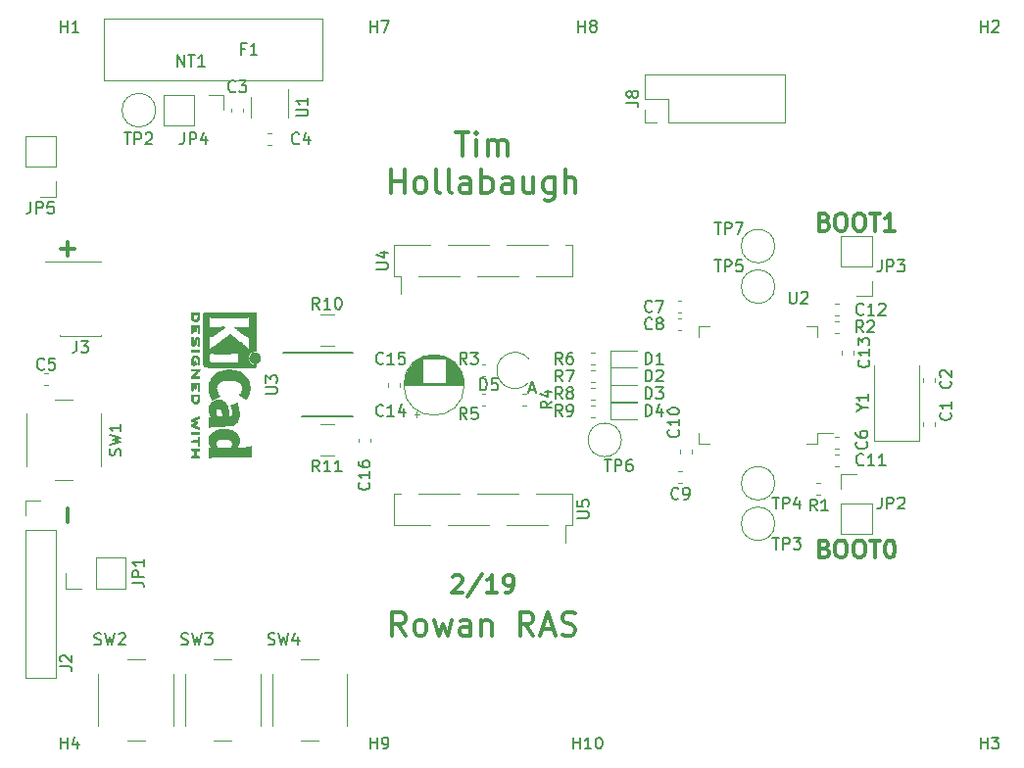
<source format=gbr>
%TF.GenerationSoftware,KiCad,Pcbnew,5.0.1*%
%TF.CreationDate,2019-02-10T21:41:56-05:00*%
%TF.ProjectId,board2,626F617264322E6B696361645F706362,rev?*%
%TF.SameCoordinates,PX5f5e100PY5f5e100*%
%TF.FileFunction,Legend,Top*%
%TF.FilePolarity,Positive*%
%FSLAX46Y46*%
G04 Gerber Fmt 4.6, Leading zero omitted, Abs format (unit mm)*
G04 Created by KiCad (PCBNEW 5.0.1) date Sun 10 Feb 2019 09:41:56 PM EST*
%MOMM*%
%LPD*%
G01*
G04 APERTURE LIST*
%ADD10C,0.300000*%
%ADD11C,0.120000*%
%ADD12C,0.150000*%
%ADD13C,0.010000*%
G04 APERTURE END LIST*
D10*
X29500000Y14107143D02*
X29714285Y14035715D01*
X29785714Y13964286D01*
X29857142Y13821429D01*
X29857142Y13607143D01*
X29785714Y13464286D01*
X29714285Y13392858D01*
X29571428Y13321429D01*
X29000000Y13321429D01*
X29000000Y14821429D01*
X29500000Y14821429D01*
X29642857Y14750000D01*
X29714285Y14678572D01*
X29785714Y14535715D01*
X29785714Y14392858D01*
X29714285Y14250000D01*
X29642857Y14178572D01*
X29500000Y14107143D01*
X29000000Y14107143D01*
X30785714Y14821429D02*
X31071428Y14821429D01*
X31214285Y14750000D01*
X31357142Y14607143D01*
X31428571Y14321429D01*
X31428571Y13821429D01*
X31357142Y13535715D01*
X31214285Y13392858D01*
X31071428Y13321429D01*
X30785714Y13321429D01*
X30642857Y13392858D01*
X30500000Y13535715D01*
X30428571Y13821429D01*
X30428571Y14321429D01*
X30500000Y14607143D01*
X30642857Y14750000D01*
X30785714Y14821429D01*
X32357142Y14821429D02*
X32642857Y14821429D01*
X32785714Y14750000D01*
X32928571Y14607143D01*
X33000000Y14321429D01*
X33000000Y13821429D01*
X32928571Y13535715D01*
X32785714Y13392858D01*
X32642857Y13321429D01*
X32357142Y13321429D01*
X32214285Y13392858D01*
X32071428Y13535715D01*
X32000000Y13821429D01*
X32000000Y14321429D01*
X32071428Y14607143D01*
X32214285Y14750000D01*
X32357142Y14821429D01*
X33428571Y14821429D02*
X34285714Y14821429D01*
X33857142Y13321429D02*
X33857142Y14821429D01*
X35571428Y13321429D02*
X34714285Y13321429D01*
X35142857Y13321429D02*
X35142857Y14821429D01*
X35000000Y14607143D01*
X34857142Y14464286D01*
X34714285Y14392858D01*
X29500000Y-14142857D02*
X29714285Y-14214285D01*
X29785714Y-14285714D01*
X29857142Y-14428571D01*
X29857142Y-14642857D01*
X29785714Y-14785714D01*
X29714285Y-14857142D01*
X29571428Y-14928571D01*
X29000000Y-14928571D01*
X29000000Y-13428571D01*
X29500000Y-13428571D01*
X29642857Y-13500000D01*
X29714285Y-13571428D01*
X29785714Y-13714285D01*
X29785714Y-13857142D01*
X29714285Y-14000000D01*
X29642857Y-14071428D01*
X29500000Y-14142857D01*
X29000000Y-14142857D01*
X30785714Y-13428571D02*
X31071428Y-13428571D01*
X31214285Y-13500000D01*
X31357142Y-13642857D01*
X31428571Y-13928571D01*
X31428571Y-14428571D01*
X31357142Y-14714285D01*
X31214285Y-14857142D01*
X31071428Y-14928571D01*
X30785714Y-14928571D01*
X30642857Y-14857142D01*
X30500000Y-14714285D01*
X30428571Y-14428571D01*
X30428571Y-13928571D01*
X30500000Y-13642857D01*
X30642857Y-13500000D01*
X30785714Y-13428571D01*
X32357142Y-13428571D02*
X32642857Y-13428571D01*
X32785714Y-13500000D01*
X32928571Y-13642857D01*
X33000000Y-13928571D01*
X33000000Y-14428571D01*
X32928571Y-14714285D01*
X32785714Y-14857142D01*
X32642857Y-14928571D01*
X32357142Y-14928571D01*
X32214285Y-14857142D01*
X32071428Y-14714285D01*
X32000000Y-14428571D01*
X32000000Y-13928571D01*
X32071428Y-13642857D01*
X32214285Y-13500000D01*
X32357142Y-13428571D01*
X33428571Y-13428571D02*
X34285714Y-13428571D01*
X33857142Y-14928571D02*
X33857142Y-13428571D01*
X35071428Y-13428571D02*
X35214285Y-13428571D01*
X35357142Y-13500000D01*
X35428571Y-13571428D01*
X35500000Y-13714285D01*
X35571428Y-14000000D01*
X35571428Y-14357142D01*
X35500000Y-14642857D01*
X35428571Y-14785714D01*
X35357142Y-14857142D01*
X35214285Y-14928571D01*
X35071428Y-14928571D01*
X34928571Y-14857142D01*
X34857142Y-14785714D01*
X34785714Y-14642857D01*
X34714285Y-14357142D01*
X34714285Y-14000000D01*
X34785714Y-13714285D01*
X34857142Y-13571428D01*
X34928571Y-13500000D01*
X35071428Y-13428571D01*
X-35892858Y12321429D02*
X-35892858Y11178572D01*
X-35321429Y11750000D02*
X-36464286Y11750000D01*
X-35892858Y-10678571D02*
X-35892858Y-11821428D01*
X-6714286Y-21654761D02*
X-7380953Y-20702380D01*
X-7857143Y-21654761D02*
X-7857143Y-19654761D01*
X-7095239Y-19654761D01*
X-6904762Y-19750000D01*
X-6809524Y-19845238D01*
X-6714286Y-20035714D01*
X-6714286Y-20321428D01*
X-6809524Y-20511904D01*
X-6904762Y-20607142D01*
X-7095239Y-20702380D01*
X-7857143Y-20702380D01*
X-5571429Y-21654761D02*
X-5761905Y-21559523D01*
X-5857143Y-21464285D01*
X-5952381Y-21273809D01*
X-5952381Y-20702380D01*
X-5857143Y-20511904D01*
X-5761905Y-20416666D01*
X-5571429Y-20321428D01*
X-5285715Y-20321428D01*
X-5095239Y-20416666D01*
X-5000000Y-20511904D01*
X-4904762Y-20702380D01*
X-4904762Y-21273809D01*
X-5000000Y-21464285D01*
X-5095239Y-21559523D01*
X-5285715Y-21654761D01*
X-5571429Y-21654761D01*
X-4238096Y-20321428D02*
X-3857143Y-21654761D01*
X-3476191Y-20702380D01*
X-3095239Y-21654761D01*
X-2714286Y-20321428D01*
X-1095239Y-21654761D02*
X-1095239Y-20607142D01*
X-1190477Y-20416666D01*
X-1380953Y-20321428D01*
X-1761905Y-20321428D01*
X-1952381Y-20416666D01*
X-1095239Y-21559523D02*
X-1285715Y-21654761D01*
X-1761905Y-21654761D01*
X-1952381Y-21559523D01*
X-2047620Y-21369047D01*
X-2047620Y-21178571D01*
X-1952381Y-20988095D01*
X-1761905Y-20892857D01*
X-1285715Y-20892857D01*
X-1095239Y-20797619D01*
X-142858Y-20321428D02*
X-142858Y-21654761D01*
X-142858Y-20511904D02*
X-47620Y-20416666D01*
X142857Y-20321428D01*
X428571Y-20321428D01*
X619047Y-20416666D01*
X714285Y-20607142D01*
X714285Y-21654761D01*
X4333333Y-21654761D02*
X3666666Y-20702380D01*
X3190476Y-21654761D02*
X3190476Y-19654761D01*
X3952380Y-19654761D01*
X4142857Y-19750000D01*
X4238095Y-19845238D01*
X4333333Y-20035714D01*
X4333333Y-20321428D01*
X4238095Y-20511904D01*
X4142857Y-20607142D01*
X3952380Y-20702380D01*
X3190476Y-20702380D01*
X5095238Y-21083333D02*
X6047619Y-21083333D01*
X4904761Y-21654761D02*
X5571428Y-19654761D01*
X6238095Y-21654761D01*
X6809523Y-21559523D02*
X7095238Y-21654761D01*
X7571428Y-21654761D01*
X7761904Y-21559523D01*
X7857142Y-21464285D01*
X7952380Y-21273809D01*
X7952380Y-21083333D01*
X7857142Y-20892857D01*
X7761904Y-20797619D01*
X7571428Y-20702380D01*
X7190476Y-20607142D01*
X7000000Y-20511904D01*
X6904761Y-20416666D01*
X6809523Y-20226190D01*
X6809523Y-20035714D01*
X6904761Y-19845238D01*
X7000000Y-19750000D01*
X7190476Y-19654761D01*
X7666666Y-19654761D01*
X7952380Y-19750000D01*
X-2642858Y-16571428D02*
X-2571429Y-16500000D01*
X-2428572Y-16428571D01*
X-2071429Y-16428571D01*
X-1928572Y-16500000D01*
X-1857143Y-16571428D01*
X-1785715Y-16714285D01*
X-1785715Y-16857142D01*
X-1857143Y-17071428D01*
X-2714286Y-17928571D01*
X-1785715Y-17928571D01*
X-71429Y-16357142D02*
X-1357143Y-18285714D01*
X1214285Y-17928571D02*
X357142Y-17928571D01*
X785714Y-17928571D02*
X785714Y-16428571D01*
X642857Y-16642857D01*
X500000Y-16785714D01*
X357142Y-16857142D01*
X1928571Y-17928571D02*
X2214285Y-17928571D01*
X2357142Y-17857142D01*
X2428571Y-17785714D01*
X2571428Y-17571428D01*
X2642857Y-17285714D01*
X2642857Y-16714285D01*
X2571428Y-16571428D01*
X2500000Y-16500000D01*
X2357142Y-16428571D01*
X2071428Y-16428571D01*
X1928571Y-16500000D01*
X1857142Y-16571428D01*
X1785714Y-16714285D01*
X1785714Y-17071428D01*
X1857142Y-17214285D01*
X1928571Y-17285714D01*
X2071428Y-17357142D01*
X2357142Y-17357142D01*
X2500000Y-17285714D01*
X2571428Y-17214285D01*
X2642857Y-17071428D01*
X-7952381Y16595239D02*
X-7952381Y18595239D01*
X-7952381Y17642858D02*
X-6809524Y17642858D01*
X-6809524Y16595239D02*
X-6809524Y18595239D01*
X-5571429Y16595239D02*
X-5761905Y16690477D01*
X-5857143Y16785715D01*
X-5952381Y16976191D01*
X-5952381Y17547620D01*
X-5857143Y17738096D01*
X-5761905Y17833334D01*
X-5571429Y17928572D01*
X-5285715Y17928572D01*
X-5095239Y17833334D01*
X-5000000Y17738096D01*
X-4904762Y17547620D01*
X-4904762Y16976191D01*
X-5000000Y16785715D01*
X-5095239Y16690477D01*
X-5285715Y16595239D01*
X-5571429Y16595239D01*
X-3761905Y16595239D02*
X-3952381Y16690477D01*
X-4047620Y16880953D01*
X-4047620Y18595239D01*
X-2714286Y16595239D02*
X-2904762Y16690477D01*
X-3000000Y16880953D01*
X-3000000Y18595239D01*
X-1095239Y16595239D02*
X-1095239Y17642858D01*
X-1190477Y17833334D01*
X-1380953Y17928572D01*
X-1761905Y17928572D01*
X-1952381Y17833334D01*
X-1095239Y16690477D02*
X-1285715Y16595239D01*
X-1761905Y16595239D01*
X-1952381Y16690477D01*
X-2047620Y16880953D01*
X-2047620Y17071429D01*
X-1952381Y17261905D01*
X-1761905Y17357143D01*
X-1285715Y17357143D01*
X-1095239Y17452381D01*
X-142858Y16595239D02*
X-142858Y18595239D01*
X-142858Y17833334D02*
X47619Y17928572D01*
X428571Y17928572D01*
X619047Y17833334D01*
X714285Y17738096D01*
X809523Y17547620D01*
X809523Y16976191D01*
X714285Y16785715D01*
X619047Y16690477D01*
X428571Y16595239D01*
X47619Y16595239D01*
X-142858Y16690477D01*
X2523809Y16595239D02*
X2523809Y17642858D01*
X2428571Y17833334D01*
X2238095Y17928572D01*
X1857142Y17928572D01*
X1666666Y17833334D01*
X2523809Y16690477D02*
X2333333Y16595239D01*
X1857142Y16595239D01*
X1666666Y16690477D01*
X1571428Y16880953D01*
X1571428Y17071429D01*
X1666666Y17261905D01*
X1857142Y17357143D01*
X2333333Y17357143D01*
X2523809Y17452381D01*
X4333333Y17928572D02*
X4333333Y16595239D01*
X3476190Y17928572D02*
X3476190Y16880953D01*
X3571428Y16690477D01*
X3761904Y16595239D01*
X4047619Y16595239D01*
X4238095Y16690477D01*
X4333333Y16785715D01*
X6142857Y17928572D02*
X6142857Y16309524D01*
X6047619Y16119048D01*
X5952380Y16023810D01*
X5761904Y15928572D01*
X5476190Y15928572D01*
X5285714Y16023810D01*
X6142857Y16690477D02*
X5952380Y16595239D01*
X5571428Y16595239D01*
X5380952Y16690477D01*
X5285714Y16785715D01*
X5190476Y16976191D01*
X5190476Y17547620D01*
X5285714Y17738096D01*
X5380952Y17833334D01*
X5571428Y17928572D01*
X5952380Y17928572D01*
X6142857Y17833334D01*
X7095238Y16595239D02*
X7095238Y18595239D01*
X7952380Y16595239D02*
X7952380Y17642858D01*
X7857142Y17833334D01*
X7666666Y17928572D01*
X7380952Y17928572D01*
X7190476Y17833334D01*
X7095238Y17738096D01*
X-2380953Y21845239D02*
X-1238096Y21845239D01*
X-1809524Y19845239D02*
X-1809524Y21845239D01*
X-571429Y19845239D02*
X-571429Y21178572D01*
X-571429Y21845239D02*
X-666667Y21750000D01*
X-571429Y21654762D01*
X-476191Y21750000D01*
X-571429Y21845239D01*
X-571429Y21654762D01*
X380952Y19845239D02*
X380952Y21178572D01*
X380952Y20988096D02*
X476190Y21083334D01*
X666666Y21178572D01*
X952380Y21178572D01*
X1142857Y21083334D01*
X1238095Y20892858D01*
X1238095Y19845239D01*
X1238095Y20892858D02*
X1333333Y21083334D01*
X1523809Y21178572D01*
X1809523Y21178572D01*
X2000000Y21083334D01*
X2095238Y20892858D01*
X2095238Y19845239D01*
D11*
X26060000Y22690000D02*
X26060000Y26810000D01*
X16000000Y22690000D02*
X26060000Y22690000D01*
X13940000Y26810000D02*
X26060000Y26810000D01*
X16000000Y22690000D02*
X16000000Y24750000D01*
X16000000Y24750000D02*
X13940000Y24750000D01*
X13940000Y24750000D02*
X13940000Y26810000D01*
X15000000Y22690000D02*
X13940000Y22690000D01*
X13940000Y22690000D02*
X13940000Y23750000D01*
X3901253Y182019D02*
G75*
G02X3960772Y2250000I-1151253J1067981D01*
G01*
X7680000Y-9420000D02*
X7680000Y-12080000D01*
X-7680000Y-9420000D02*
X-7680000Y-12080000D01*
X5590000Y-12080000D02*
X2030000Y-12080000D01*
X510000Y-12080000D02*
X-3050000Y-12080000D01*
X-4570000Y-12080000D02*
X-7680000Y-12080000D01*
X7680000Y-9420000D02*
X4570000Y-9420000D01*
X7110000Y-12080000D02*
X7110000Y-13600000D01*
X7680000Y-12080000D02*
X7110000Y-12080000D01*
X-7110000Y-9420000D02*
X-7680000Y-9420000D01*
X3050000Y-9420000D02*
X-510000Y-9420000D01*
X-2030000Y-9420000D02*
X-5590000Y-9420000D01*
X-7680000Y9420000D02*
X-7680000Y12080000D01*
X7680000Y9420000D02*
X7680000Y12080000D01*
X-7680000Y12080000D02*
X-4570000Y12080000D01*
X-7110000Y9420000D02*
X-7110000Y7900000D01*
X-7680000Y9420000D02*
X-7110000Y9420000D01*
X7110000Y12080000D02*
X7680000Y12080000D01*
X-3050000Y12080000D02*
X510000Y12080000D01*
X2030000Y12080000D02*
X5590000Y12080000D01*
X-5590000Y9420000D02*
X-2030000Y9420000D01*
X-510000Y9420000D02*
X3050000Y9420000D01*
X4570000Y9420000D02*
X7680000Y9420000D01*
X-12897936Y6110000D02*
X-14102064Y6110000D01*
X-12897936Y3390000D02*
X-14102064Y3390000D01*
X-12897936Y-6110000D02*
X-14102064Y-6110000D01*
X-12897936Y-3390000D02*
X-14102064Y-3390000D01*
X-10760000Y-4950279D02*
X-10760000Y-4624721D01*
X-9740000Y-4950279D02*
X-9740000Y-4624721D01*
X33800000Y1700000D02*
X33800000Y-4850000D01*
X33800000Y-4850000D02*
X37700000Y-4850000D01*
X37700000Y-4850000D02*
X37700000Y1700000D01*
X200279Y740000D02*
X-125279Y740000D01*
X200279Y1760000D02*
X-125279Y1760000D01*
X3374721Y-1760000D02*
X3700279Y-1760000D01*
X3374721Y-740000D02*
X3700279Y-740000D01*
X-125279Y-740000D02*
X200279Y-740000D01*
X-125279Y-1760000D02*
X200279Y-1760000D01*
X-21760000Y23587221D02*
X-21760000Y23912779D01*
X-20740000Y23587221D02*
X-20740000Y23912779D01*
D12*
X-17275000Y2800000D02*
X-11300000Y2800000D01*
X-15700000Y-2725000D02*
X-11300000Y-2725000D01*
D11*
X-8260000Y-162779D02*
X-8260000Y162779D01*
X-7240000Y-162779D02*
X-7240000Y162779D01*
X17125279Y7260000D02*
X16799721Y7260000D01*
X17125279Y6240000D02*
X16799721Y6240000D01*
X17125279Y4740000D02*
X16799721Y4740000D01*
X17125279Y5760000D02*
X16799721Y5760000D01*
X17200279Y-7490000D02*
X16874721Y-7490000D01*
X17200279Y-8510000D02*
X16874721Y-8510000D01*
X18010000Y-5624721D02*
X18010000Y-5950279D01*
X16990000Y-5624721D02*
X16990000Y-5950279D01*
X30374721Y-7010000D02*
X30700279Y-7010000D01*
X30374721Y-5990000D02*
X30700279Y-5990000D01*
X30700279Y5990000D02*
X30374721Y5990000D01*
X30700279Y7010000D02*
X30374721Y7010000D01*
X30990000Y2950279D02*
X30990000Y2624721D01*
X32010000Y2950279D02*
X32010000Y2624721D01*
X30374721Y-4490000D02*
X30700279Y-4490000D01*
X30374721Y-5510000D02*
X30700279Y-5510000D01*
X-1630000Y0D02*
G75*
G03X-1630000Y0I-2620000J0D01*
G01*
X-6830000Y0D02*
X-1670000Y0D01*
X-6830000Y40000D02*
X-1670000Y40000D01*
X-6829000Y80000D02*
X-1671000Y80000D01*
X-6828000Y120000D02*
X-1672000Y120000D01*
X-6826000Y160000D02*
X-1674000Y160000D01*
X-6823000Y200000D02*
X-1677000Y200000D01*
X-6819000Y240000D02*
X-5290000Y240000D01*
X-3210000Y240000D02*
X-1681000Y240000D01*
X-6815000Y280000D02*
X-5290000Y280000D01*
X-3210000Y280000D02*
X-1685000Y280000D01*
X-6811000Y320000D02*
X-5290000Y320000D01*
X-3210000Y320000D02*
X-1689000Y320000D01*
X-6806000Y360000D02*
X-5290000Y360000D01*
X-3210000Y360000D02*
X-1694000Y360000D01*
X-6800000Y400000D02*
X-5290000Y400000D01*
X-3210000Y400000D02*
X-1700000Y400000D01*
X-6793000Y440000D02*
X-5290000Y440000D01*
X-3210000Y440000D02*
X-1707000Y440000D01*
X-6786000Y480000D02*
X-5290000Y480000D01*
X-3210000Y480000D02*
X-1714000Y480000D01*
X-6778000Y520000D02*
X-5290000Y520000D01*
X-3210000Y520000D02*
X-1722000Y520000D01*
X-6770000Y560000D02*
X-5290000Y560000D01*
X-3210000Y560000D02*
X-1730000Y560000D01*
X-6761000Y600000D02*
X-5290000Y600000D01*
X-3210000Y600000D02*
X-1739000Y600000D01*
X-6751000Y640000D02*
X-5290000Y640000D01*
X-3210000Y640000D02*
X-1749000Y640000D01*
X-6741000Y680000D02*
X-5290000Y680000D01*
X-3210000Y680000D02*
X-1759000Y680000D01*
X-6730000Y721000D02*
X-5290000Y721000D01*
X-3210000Y721000D02*
X-1770000Y721000D01*
X-6718000Y761000D02*
X-5290000Y761000D01*
X-3210000Y761000D02*
X-1782000Y761000D01*
X-6705000Y801000D02*
X-5290000Y801000D01*
X-3210000Y801000D02*
X-1795000Y801000D01*
X-6692000Y841000D02*
X-5290000Y841000D01*
X-3210000Y841000D02*
X-1808000Y841000D01*
X-6678000Y881000D02*
X-5290000Y881000D01*
X-3210000Y881000D02*
X-1822000Y881000D01*
X-6664000Y921000D02*
X-5290000Y921000D01*
X-3210000Y921000D02*
X-1836000Y921000D01*
X-6648000Y961000D02*
X-5290000Y961000D01*
X-3210000Y961000D02*
X-1852000Y961000D01*
X-6632000Y1001000D02*
X-5290000Y1001000D01*
X-3210000Y1001000D02*
X-1868000Y1001000D01*
X-6615000Y1041000D02*
X-5290000Y1041000D01*
X-3210000Y1041000D02*
X-1885000Y1041000D01*
X-6598000Y1081000D02*
X-5290000Y1081000D01*
X-3210000Y1081000D02*
X-1902000Y1081000D01*
X-6579000Y1121000D02*
X-5290000Y1121000D01*
X-3210000Y1121000D02*
X-1921000Y1121000D01*
X-6560000Y1161000D02*
X-5290000Y1161000D01*
X-3210000Y1161000D02*
X-1940000Y1161000D01*
X-6540000Y1201000D02*
X-5290000Y1201000D01*
X-3210000Y1201000D02*
X-1960000Y1201000D01*
X-6518000Y1241000D02*
X-5290000Y1241000D01*
X-3210000Y1241000D02*
X-1982000Y1241000D01*
X-6497000Y1281000D02*
X-5290000Y1281000D01*
X-3210000Y1281000D02*
X-2003000Y1281000D01*
X-6474000Y1321000D02*
X-5290000Y1321000D01*
X-3210000Y1321000D02*
X-2026000Y1321000D01*
X-6450000Y1361000D02*
X-5290000Y1361000D01*
X-3210000Y1361000D02*
X-2050000Y1361000D01*
X-6425000Y1401000D02*
X-5290000Y1401000D01*
X-3210000Y1401000D02*
X-2075000Y1401000D01*
X-6399000Y1441000D02*
X-5290000Y1441000D01*
X-3210000Y1441000D02*
X-2101000Y1441000D01*
X-6372000Y1481000D02*
X-5290000Y1481000D01*
X-3210000Y1481000D02*
X-2128000Y1481000D01*
X-6345000Y1521000D02*
X-5290000Y1521000D01*
X-3210000Y1521000D02*
X-2155000Y1521000D01*
X-6315000Y1561000D02*
X-5290000Y1561000D01*
X-3210000Y1561000D02*
X-2185000Y1561000D01*
X-6285000Y1601000D02*
X-5290000Y1601000D01*
X-3210000Y1601000D02*
X-2215000Y1601000D01*
X-6254000Y1641000D02*
X-5290000Y1641000D01*
X-3210000Y1641000D02*
X-2246000Y1641000D01*
X-6221000Y1681000D02*
X-5290000Y1681000D01*
X-3210000Y1681000D02*
X-2279000Y1681000D01*
X-6187000Y1721000D02*
X-5290000Y1721000D01*
X-3210000Y1721000D02*
X-2313000Y1721000D01*
X-6151000Y1761000D02*
X-5290000Y1761000D01*
X-3210000Y1761000D02*
X-2349000Y1761000D01*
X-6114000Y1801000D02*
X-5290000Y1801000D01*
X-3210000Y1801000D02*
X-2386000Y1801000D01*
X-6076000Y1841000D02*
X-5290000Y1841000D01*
X-3210000Y1841000D02*
X-2424000Y1841000D01*
X-6035000Y1881000D02*
X-5290000Y1881000D01*
X-3210000Y1881000D02*
X-2465000Y1881000D01*
X-5993000Y1921000D02*
X-5290000Y1921000D01*
X-3210000Y1921000D02*
X-2507000Y1921000D01*
X-5949000Y1961000D02*
X-5290000Y1961000D01*
X-3210000Y1961000D02*
X-2551000Y1961000D01*
X-5903000Y2001000D02*
X-5290000Y2001000D01*
X-3210000Y2001000D02*
X-2597000Y2001000D01*
X-5855000Y2041000D02*
X-5290000Y2041000D01*
X-3210000Y2041000D02*
X-2645000Y2041000D01*
X-5804000Y2081000D02*
X-5290000Y2081000D01*
X-3210000Y2081000D02*
X-2696000Y2081000D01*
X-5750000Y2121000D02*
X-5290000Y2121000D01*
X-3210000Y2121000D02*
X-2750000Y2121000D01*
X-5693000Y2161000D02*
X-5290000Y2161000D01*
X-3210000Y2161000D02*
X-2807000Y2161000D01*
X-5633000Y2201000D02*
X-5290000Y2201000D01*
X-3210000Y2201000D02*
X-2867000Y2201000D01*
X-5569000Y2241000D02*
X-5290000Y2241000D01*
X-3210000Y2241000D02*
X-2931000Y2241000D01*
X-5501000Y2281000D02*
X-5290000Y2281000D01*
X-3210000Y2281000D02*
X-2999000Y2281000D01*
X-5428000Y2321000D02*
X-3072000Y2321000D01*
X-5348000Y2361000D02*
X-3152000Y2361000D01*
X-5261000Y2401000D02*
X-3239000Y2401000D01*
X-5165000Y2441000D02*
X-3335000Y2441000D01*
X-5055000Y2481000D02*
X-3445000Y2481000D01*
X-4927000Y2521000D02*
X-3573000Y2521000D01*
X-4768000Y2561000D02*
X-3732000Y2561000D01*
X-4534000Y2601000D02*
X-3966000Y2601000D01*
X-5725000Y-2804775D02*
X-5725000Y-2304775D01*
X-5975000Y-2554775D02*
X-5475000Y-2554775D01*
X-35500000Y-1250000D02*
X-37000000Y-1250000D01*
X-39500000Y-2500000D02*
X-39500000Y-7000000D01*
X-37000000Y-8250000D02*
X-35500000Y-8250000D01*
X-33000000Y-7000000D02*
X-33000000Y-2500000D01*
X-26750000Y-29500000D02*
X-26750000Y-25000000D01*
X-30750000Y-30750000D02*
X-29250000Y-30750000D01*
X-33250000Y-25000000D02*
X-33250000Y-29500000D01*
X-29250000Y-23750000D02*
X-30750000Y-23750000D01*
X-21750000Y-23750000D02*
X-23250000Y-23750000D01*
X-25750000Y-25000000D02*
X-25750000Y-29500000D01*
X-23250000Y-30750000D02*
X-21750000Y-30750000D01*
X-19250000Y-29500000D02*
X-19250000Y-25000000D01*
X-11750000Y-29500000D02*
X-11750000Y-25000000D01*
X-15750000Y-30750000D02*
X-14250000Y-30750000D01*
X-18250000Y-25000000D02*
X-18250000Y-29500000D01*
X-14250000Y-23750000D02*
X-15750000Y-23750000D01*
X37990000Y-3575279D02*
X37990000Y-3249721D01*
X39010000Y-3575279D02*
X39010000Y-3249721D01*
X37990000Y575279D02*
X37990000Y249721D01*
X39010000Y575279D02*
X39010000Y249721D01*
X-18299721Y21760000D02*
X-18625279Y21760000D01*
X-18299721Y20740000D02*
X-18625279Y20740000D01*
X-37587221Y-10000D02*
X-37912779Y-10000D01*
X-37587221Y1010000D02*
X-37912779Y1010000D01*
X-36565000Y10695000D02*
X-33035000Y10695000D01*
X-36565000Y4225000D02*
X-33035000Y4225000D01*
X-37890000Y10630000D02*
X-36565000Y10630000D01*
X-36565000Y10695000D02*
X-36565000Y10630000D01*
X-33035000Y10695000D02*
X-33035000Y10630000D01*
X-36565000Y4290000D02*
X-36565000Y4225000D01*
X-33035000Y4290000D02*
X-33035000Y4225000D01*
X-27620000Y25080000D02*
X-27620000Y22420000D01*
X-25020000Y25080000D02*
X-27620000Y25080000D01*
X-25020000Y22420000D02*
X-27620000Y22420000D01*
X-25020000Y25080000D02*
X-25020000Y22420000D01*
X-23750000Y25080000D02*
X-22420000Y25080000D01*
X-22420000Y25080000D02*
X-22420000Y23750000D01*
X-36080000Y-17580000D02*
X-36080000Y-16250000D01*
X-34750000Y-17580000D02*
X-36080000Y-17580000D01*
X-33480000Y-17580000D02*
X-33480000Y-14920000D01*
X-33480000Y-14920000D02*
X-30880000Y-14920000D01*
X-33480000Y-17580000D02*
X-30880000Y-17580000D01*
X-30880000Y-17580000D02*
X-30880000Y-14920000D01*
X30920000Y-12870000D02*
X33580000Y-12870000D01*
X30920000Y-10270000D02*
X30920000Y-12870000D01*
X33580000Y-10270000D02*
X33580000Y-12870000D01*
X30920000Y-10270000D02*
X33580000Y-10270000D01*
X30920000Y-9000000D02*
X30920000Y-7670000D01*
X30920000Y-7670000D02*
X32250000Y-7670000D01*
X-36920000Y16270000D02*
X-38250000Y16270000D01*
X-36920000Y17600000D02*
X-36920000Y16270000D01*
X-36920000Y18870000D02*
X-39580000Y18870000D01*
X-39580000Y18870000D02*
X-39580000Y21470000D01*
X-36920000Y18870000D02*
X-36920000Y21470000D01*
X-36920000Y21470000D02*
X-39580000Y21470000D01*
X33580000Y12870000D02*
X30920000Y12870000D01*
X33580000Y10270000D02*
X33580000Y12870000D01*
X30920000Y10270000D02*
X30920000Y12870000D01*
X33580000Y10270000D02*
X30920000Y10270000D01*
X33580000Y9000000D02*
X33580000Y7670000D01*
X33580000Y7670000D02*
X32250000Y7670000D01*
X-39580000Y-25330000D02*
X-36920000Y-25330000D01*
X-39580000Y-12570000D02*
X-39580000Y-25330000D01*
X-36920000Y-12570000D02*
X-36920000Y-25330000D01*
X-39580000Y-12570000D02*
X-36920000Y-12570000D01*
X-39580000Y-11300000D02*
X-39580000Y-9970000D01*
X-39580000Y-9970000D02*
X-38250000Y-9970000D01*
X-32750000Y31650000D02*
X-13850000Y31650000D01*
X-32750000Y31650000D02*
X-32750000Y26350000D01*
X-13850000Y26350000D02*
X-13850000Y31650000D01*
X-13850000Y26350000D02*
X-32750000Y26350000D01*
X10977500Y1515000D02*
X13262500Y1515000D01*
X10977500Y2985000D02*
X10977500Y1515000D01*
X13262500Y2985000D02*
X10977500Y2985000D01*
X13262500Y1485000D02*
X10977500Y1485000D01*
X10977500Y1485000D02*
X10977500Y15000D01*
X10977500Y15000D02*
X13262500Y15000D01*
X10977500Y-1485000D02*
X13262500Y-1485000D01*
X10977500Y-15000D02*
X10977500Y-1485000D01*
X13262500Y-15000D02*
X10977500Y-15000D01*
X13262500Y-1515000D02*
X10977500Y-1515000D01*
X10977500Y-1515000D02*
X10977500Y-2985000D01*
X10977500Y-2985000D02*
X13262500Y-2985000D01*
X19590000Y5110000D02*
X18640000Y5110000D01*
X18640000Y5110000D02*
X18640000Y4160000D01*
X27910000Y5110000D02*
X28860000Y5110000D01*
X28860000Y5110000D02*
X28860000Y4160000D01*
X19590000Y-5110000D02*
X18640000Y-5110000D01*
X18640000Y-5110000D02*
X18640000Y-4160000D01*
X27910000Y-5110000D02*
X28860000Y-5110000D01*
X28860000Y-5110000D02*
X28860000Y-4160000D01*
X28860000Y-4160000D02*
X30200000Y-4160000D01*
X-20110000Y24900000D02*
X-20110000Y23100000D01*
X-16890000Y23100000D02*
X-16890000Y25550000D01*
X30700279Y4490000D02*
X30374721Y4490000D01*
X30700279Y5510000D02*
X30374721Y5510000D01*
X29125279Y-8490000D02*
X28799721Y-8490000D01*
X29125279Y-9510000D02*
X28799721Y-9510000D01*
X9299721Y1740000D02*
X9625279Y1740000D01*
X9299721Y2760000D02*
X9625279Y2760000D01*
X9299721Y1260000D02*
X9625279Y1260000D01*
X9299721Y240000D02*
X9625279Y240000D01*
X9337221Y-2760000D02*
X9662779Y-2760000D01*
X9337221Y-1740000D02*
X9662779Y-1740000D01*
X9299721Y-240000D02*
X9625279Y-240000D01*
X9299721Y-1260000D02*
X9625279Y-1260000D01*
X25200000Y-12000000D02*
G75*
G03X25200000Y-12000000I-1450000J0D01*
G01*
X25200000Y8500000D02*
G75*
G03X25200000Y8500000I-1450000J0D01*
G01*
X25200000Y-8500000D02*
G75*
G03X25200000Y-8500000I-1450000J0D01*
G01*
X-28300000Y23750000D02*
G75*
G03X-28300000Y23750000I-1450000J0D01*
G01*
X25200000Y12000000D02*
G75*
G03X25200000Y12000000I-1450000J0D01*
G01*
X11950000Y-4750000D02*
G75*
G03X11950000Y-4750000I-1450000J0D01*
G01*
D13*
G36*
X-19276571Y2273043D02*
X-19300809Y2176768D01*
X-19343641Y2090184D01*
X-19403419Y2015373D01*
X-19478494Y1954418D01*
X-19567220Y1909399D01*
X-19663530Y1883136D01*
X-19760795Y1877286D01*
X-19854654Y1892140D01*
X-19942511Y1925840D01*
X-20021770Y1976528D01*
X-20089836Y2042345D01*
X-20144112Y2121434D01*
X-20182002Y2211934D01*
X-20194426Y2263200D01*
X-20201947Y2307698D01*
X-20204919Y2341999D01*
X-20203094Y2374960D01*
X-20196225Y2415434D01*
X-20189250Y2448531D01*
X-20157741Y2541947D01*
X-20106617Y2625619D01*
X-20037429Y2697665D01*
X-19951728Y2756200D01*
X-19924489Y2770148D01*
X-19888122Y2786586D01*
X-19857582Y2796894D01*
X-19825450Y2802460D01*
X-19784307Y2804669D01*
X-19738222Y2804948D01*
X-19653865Y2800861D01*
X-19584586Y2787446D01*
X-19523961Y2762256D01*
X-19465567Y2722846D01*
X-19421302Y2684298D01*
X-19355484Y2612406D01*
X-19310053Y2537313D01*
X-19282850Y2454562D01*
X-19272576Y2376928D01*
X-19276571Y2273043D01*
X-19276571Y2273043D01*
G37*
X-19276571Y2273043D02*
X-19300809Y2176768D01*
X-19343641Y2090184D01*
X-19403419Y2015373D01*
X-19478494Y1954418D01*
X-19567220Y1909399D01*
X-19663530Y1883136D01*
X-19760795Y1877286D01*
X-19854654Y1892140D01*
X-19942511Y1925840D01*
X-20021770Y1976528D01*
X-20089836Y2042345D01*
X-20144112Y2121434D01*
X-20182002Y2211934D01*
X-20194426Y2263200D01*
X-20201947Y2307698D01*
X-20204919Y2341999D01*
X-20203094Y2374960D01*
X-20196225Y2415434D01*
X-20189250Y2448531D01*
X-20157741Y2541947D01*
X-20106617Y2625619D01*
X-20037429Y2697665D01*
X-19951728Y2756200D01*
X-19924489Y2770148D01*
X-19888122Y2786586D01*
X-19857582Y2796894D01*
X-19825450Y2802460D01*
X-19784307Y2804669D01*
X-19738222Y2804948D01*
X-19653865Y2800861D01*
X-19584586Y2787446D01*
X-19523961Y2762256D01*
X-19465567Y2722846D01*
X-19421302Y2684298D01*
X-19355484Y2612406D01*
X-19310053Y2537313D01*
X-19282850Y2454562D01*
X-19272576Y2376928D01*
X-19276571Y2273043D01*
G36*
X-21722245Y-6186507D02*
X-21956662Y-6186526D01*
X-22169603Y-6186552D01*
X-22362168Y-6186625D01*
X-22535459Y-6186782D01*
X-22690576Y-6187064D01*
X-22828620Y-6187509D01*
X-22950692Y-6188156D01*
X-23057894Y-6189045D01*
X-23151326Y-6190213D01*
X-23232090Y-6191701D01*
X-23301286Y-6193546D01*
X-23360015Y-6195789D01*
X-23409379Y-6198469D01*
X-23450478Y-6201623D01*
X-23484413Y-6205292D01*
X-23512286Y-6209513D01*
X-23535198Y-6214327D01*
X-23554249Y-6219773D01*
X-23570540Y-6225888D01*
X-23585173Y-6232712D01*
X-23599249Y-6240285D01*
X-23613868Y-6248645D01*
X-23622974Y-6253839D01*
X-23683689Y-6288104D01*
X-23683689Y-5429955D01*
X-23587733Y-5429955D01*
X-23544370Y-5429224D01*
X-23511205Y-5427272D01*
X-23493424Y-5424463D01*
X-23491778Y-5423221D01*
X-23498662Y-5411799D01*
X-23516505Y-5389084D01*
X-23535879Y-5366385D01*
X-23576614Y-5311800D01*
X-23617617Y-5242321D01*
X-23655123Y-5165270D01*
X-23685364Y-5087965D01*
X-23695012Y-5057113D01*
X-23709578Y-4988616D01*
X-23719539Y-4905764D01*
X-23724583Y-4816371D01*
X-23724396Y-4728248D01*
X-23718666Y-4649207D01*
X-23712858Y-4611511D01*
X-23674797Y-4473414D01*
X-23617073Y-4346113D01*
X-23540211Y-4230292D01*
X-23444739Y-4126637D01*
X-23331179Y-4035833D01*
X-23220381Y-3969031D01*
X-23103625Y-3914164D01*
X-22984276Y-3872163D01*
X-22858283Y-3842167D01*
X-22721594Y-3823311D01*
X-22570158Y-3814732D01*
X-22492711Y-3814006D01*
X-22435934Y-3816100D01*
X-22435934Y-4645217D01*
X-22529002Y-4645424D01*
X-22616692Y-4648337D01*
X-22693772Y-4654000D01*
X-22755009Y-4662455D01*
X-22767350Y-4665038D01*
X-22874633Y-4696840D01*
X-22961658Y-4738498D01*
X-23028642Y-4790363D01*
X-23075805Y-4852781D01*
X-23103365Y-4926100D01*
X-23111541Y-5010669D01*
X-23100551Y-5106835D01*
X-23084829Y-5170311D01*
X-23066639Y-5219454D01*
X-23040791Y-5273583D01*
X-23017089Y-5314244D01*
X-22970721Y-5384800D01*
X-21820530Y-5384800D01*
X-21776962Y-5317392D01*
X-21736040Y-5238867D01*
X-21709389Y-5154681D01*
X-21697465Y-5069557D01*
X-21700722Y-4988216D01*
X-21719615Y-4915380D01*
X-21735184Y-4883426D01*
X-21778181Y-4825501D01*
X-21834953Y-4776544D01*
X-21907575Y-4735390D01*
X-21998121Y-4700874D01*
X-22108666Y-4671833D01*
X-22114533Y-4670552D01*
X-22176788Y-4660381D01*
X-22254594Y-4652739D01*
X-22342720Y-4647670D01*
X-22435934Y-4645217D01*
X-22435934Y-3816100D01*
X-22279895Y-3821857D01*
X-22084059Y-3843802D01*
X-21905332Y-3879786D01*
X-21743845Y-3929759D01*
X-21599726Y-3993668D01*
X-21473106Y-4071462D01*
X-21364115Y-4163089D01*
X-21272883Y-4268497D01*
X-21241932Y-4313662D01*
X-21185785Y-4414611D01*
X-21146174Y-4517901D01*
X-21122014Y-4627989D01*
X-21112219Y-4749330D01*
X-21113265Y-4841836D01*
X-21124231Y-4971490D01*
X-21146046Y-5084084D01*
X-21179714Y-5182875D01*
X-21226236Y-5271121D01*
X-21260448Y-5319986D01*
X-21282362Y-5349353D01*
X-21297333Y-5371043D01*
X-21301733Y-5379253D01*
X-21290904Y-5380868D01*
X-21260251Y-5382159D01*
X-21212526Y-5383138D01*
X-21150479Y-5383817D01*
X-21076862Y-5384210D01*
X-20994427Y-5384330D01*
X-20905925Y-5384188D01*
X-20814107Y-5383797D01*
X-20721724Y-5383171D01*
X-20631528Y-5382320D01*
X-20546271Y-5381260D01*
X-20468703Y-5380001D01*
X-20401576Y-5378556D01*
X-20347641Y-5376938D01*
X-20309650Y-5375161D01*
X-20302667Y-5374669D01*
X-20232251Y-5367092D01*
X-20177102Y-5355531D01*
X-20129981Y-5337792D01*
X-20083647Y-5311682D01*
X-20074067Y-5305415D01*
X-20037378Y-5280983D01*
X-20037378Y-6186311D01*
X-21722245Y-6186507D01*
X-21722245Y-6186507D01*
G37*
X-21722245Y-6186507D02*
X-21956662Y-6186526D01*
X-22169603Y-6186552D01*
X-22362168Y-6186625D01*
X-22535459Y-6186782D01*
X-22690576Y-6187064D01*
X-22828620Y-6187509D01*
X-22950692Y-6188156D01*
X-23057894Y-6189045D01*
X-23151326Y-6190213D01*
X-23232090Y-6191701D01*
X-23301286Y-6193546D01*
X-23360015Y-6195789D01*
X-23409379Y-6198469D01*
X-23450478Y-6201623D01*
X-23484413Y-6205292D01*
X-23512286Y-6209513D01*
X-23535198Y-6214327D01*
X-23554249Y-6219773D01*
X-23570540Y-6225888D01*
X-23585173Y-6232712D01*
X-23599249Y-6240285D01*
X-23613868Y-6248645D01*
X-23622974Y-6253839D01*
X-23683689Y-6288104D01*
X-23683689Y-5429955D01*
X-23587733Y-5429955D01*
X-23544370Y-5429224D01*
X-23511205Y-5427272D01*
X-23493424Y-5424463D01*
X-23491778Y-5423221D01*
X-23498662Y-5411799D01*
X-23516505Y-5389084D01*
X-23535879Y-5366385D01*
X-23576614Y-5311800D01*
X-23617617Y-5242321D01*
X-23655123Y-5165270D01*
X-23685364Y-5087965D01*
X-23695012Y-5057113D01*
X-23709578Y-4988616D01*
X-23719539Y-4905764D01*
X-23724583Y-4816371D01*
X-23724396Y-4728248D01*
X-23718666Y-4649207D01*
X-23712858Y-4611511D01*
X-23674797Y-4473414D01*
X-23617073Y-4346113D01*
X-23540211Y-4230292D01*
X-23444739Y-4126637D01*
X-23331179Y-4035833D01*
X-23220381Y-3969031D01*
X-23103625Y-3914164D01*
X-22984276Y-3872163D01*
X-22858283Y-3842167D01*
X-22721594Y-3823311D01*
X-22570158Y-3814732D01*
X-22492711Y-3814006D01*
X-22435934Y-3816100D01*
X-22435934Y-4645217D01*
X-22529002Y-4645424D01*
X-22616692Y-4648337D01*
X-22693772Y-4654000D01*
X-22755009Y-4662455D01*
X-22767350Y-4665038D01*
X-22874633Y-4696840D01*
X-22961658Y-4738498D01*
X-23028642Y-4790363D01*
X-23075805Y-4852781D01*
X-23103365Y-4926100D01*
X-23111541Y-5010669D01*
X-23100551Y-5106835D01*
X-23084829Y-5170311D01*
X-23066639Y-5219454D01*
X-23040791Y-5273583D01*
X-23017089Y-5314244D01*
X-22970721Y-5384800D01*
X-21820530Y-5384800D01*
X-21776962Y-5317392D01*
X-21736040Y-5238867D01*
X-21709389Y-5154681D01*
X-21697465Y-5069557D01*
X-21700722Y-4988216D01*
X-21719615Y-4915380D01*
X-21735184Y-4883426D01*
X-21778181Y-4825501D01*
X-21834953Y-4776544D01*
X-21907575Y-4735390D01*
X-21998121Y-4700874D01*
X-22108666Y-4671833D01*
X-22114533Y-4670552D01*
X-22176788Y-4660381D01*
X-22254594Y-4652739D01*
X-22342720Y-4647670D01*
X-22435934Y-4645217D01*
X-22435934Y-3816100D01*
X-22279895Y-3821857D01*
X-22084059Y-3843802D01*
X-21905332Y-3879786D01*
X-21743845Y-3929759D01*
X-21599726Y-3993668D01*
X-21473106Y-4071462D01*
X-21364115Y-4163089D01*
X-21272883Y-4268497D01*
X-21241932Y-4313662D01*
X-21185785Y-4414611D01*
X-21146174Y-4517901D01*
X-21122014Y-4627989D01*
X-21112219Y-4749330D01*
X-21113265Y-4841836D01*
X-21124231Y-4971490D01*
X-21146046Y-5084084D01*
X-21179714Y-5182875D01*
X-21226236Y-5271121D01*
X-21260448Y-5319986D01*
X-21282362Y-5349353D01*
X-21297333Y-5371043D01*
X-21301733Y-5379253D01*
X-21290904Y-5380868D01*
X-21260251Y-5382159D01*
X-21212526Y-5383138D01*
X-21150479Y-5383817D01*
X-21076862Y-5384210D01*
X-20994427Y-5384330D01*
X-20905925Y-5384188D01*
X-20814107Y-5383797D01*
X-20721724Y-5383171D01*
X-20631528Y-5382320D01*
X-20546271Y-5381260D01*
X-20468703Y-5380001D01*
X-20401576Y-5378556D01*
X-20347641Y-5376938D01*
X-20309650Y-5375161D01*
X-20302667Y-5374669D01*
X-20232251Y-5367092D01*
X-20177102Y-5355531D01*
X-20129981Y-5337792D01*
X-20083647Y-5311682D01*
X-20074067Y-5305415D01*
X-20037378Y-5280983D01*
X-20037378Y-6186311D01*
X-21722245Y-6186507D01*
G36*
X-21116552Y-2673574D02*
X-21136567Y-2825492D01*
X-21170202Y-2960756D01*
X-21217725Y-3080239D01*
X-21279405Y-3184815D01*
X-21342965Y-3262424D01*
X-21417099Y-3331265D01*
X-21496871Y-3385006D01*
X-21589091Y-3427910D01*
X-21632161Y-3443384D01*
X-21671142Y-3456244D01*
X-21707289Y-3467446D01*
X-21742434Y-3477120D01*
X-21778410Y-3485396D01*
X-21817050Y-3492403D01*
X-21860185Y-3498272D01*
X-21909649Y-3503131D01*
X-21967273Y-3507110D01*
X-22034891Y-3510340D01*
X-22114334Y-3512949D01*
X-22207436Y-3515067D01*
X-22316027Y-3516824D01*
X-22441942Y-3518349D01*
X-22587012Y-3519772D01*
X-22729778Y-3521025D01*
X-22885968Y-3522351D01*
X-23021239Y-3523556D01*
X-23137246Y-3524766D01*
X-23235645Y-3526106D01*
X-23318093Y-3527700D01*
X-23386246Y-3529675D01*
X-23441760Y-3532156D01*
X-23486292Y-3535269D01*
X-23521498Y-3539138D01*
X-23549034Y-3543889D01*
X-23570556Y-3549648D01*
X-23587722Y-3556539D01*
X-23602186Y-3564689D01*
X-23615606Y-3574223D01*
X-23629638Y-3585266D01*
X-23635071Y-3589566D01*
X-23657910Y-3605386D01*
X-23673463Y-3612422D01*
X-23673922Y-3612444D01*
X-23676121Y-3601567D01*
X-23678147Y-3570582D01*
X-23679942Y-3521957D01*
X-23681451Y-3458163D01*
X-23682616Y-3381669D01*
X-23683380Y-3294944D01*
X-23683686Y-3200457D01*
X-23683689Y-3189550D01*
X-23683689Y-2766657D01*
X-23587622Y-2763395D01*
X-23491556Y-2760133D01*
X-23542543Y-2698044D01*
X-23610057Y-2600714D01*
X-23664749Y-2490813D01*
X-23694978Y-2404349D01*
X-23709666Y-2335278D01*
X-23719659Y-2251925D01*
X-23724646Y-2162159D01*
X-23724313Y-2073845D01*
X-23718351Y-1994851D01*
X-23712638Y-1958622D01*
X-23674776Y-1818603D01*
X-23619932Y-1692178D01*
X-23548924Y-1580260D01*
X-23462568Y-1483762D01*
X-23361679Y-1403600D01*
X-23247076Y-1340687D01*
X-23120984Y-1296312D01*
X-23064401Y-1283978D01*
X-23002202Y-1276368D01*
X-22927363Y-1272739D01*
X-22893467Y-1272245D01*
X-22890282Y-1272310D01*
X-22890282Y-2032248D01*
X-22965333Y-2041541D01*
X-23029160Y-2069728D01*
X-23084798Y-2118197D01*
X-23089211Y-2123254D01*
X-23124037Y-2171548D01*
X-23146620Y-2223257D01*
X-23158540Y-2283989D01*
X-23161383Y-2359352D01*
X-23160978Y-2377459D01*
X-23158325Y-2431278D01*
X-23152909Y-2471308D01*
X-23142745Y-2506324D01*
X-23125850Y-2545103D01*
X-23120672Y-2555745D01*
X-23084844Y-2616396D01*
X-23042212Y-2663215D01*
X-23026973Y-2675952D01*
X-22970462Y-2720622D01*
X-22774586Y-2720622D01*
X-22695939Y-2720086D01*
X-22637988Y-2718396D01*
X-22598875Y-2715428D01*
X-22576741Y-2711057D01*
X-22570274Y-2706972D01*
X-22567111Y-2691047D01*
X-22564488Y-2657264D01*
X-22562655Y-2610340D01*
X-22561857Y-2554993D01*
X-22561842Y-2546106D01*
X-22567096Y-2425330D01*
X-22583263Y-2322660D01*
X-22610961Y-2236106D01*
X-22650808Y-2163681D01*
X-22697758Y-2108751D01*
X-22755645Y-2064204D01*
X-22818693Y-2039480D01*
X-22890282Y-2032248D01*
X-22890282Y-1272310D01*
X-22799712Y-1274178D01*
X-22720812Y-1282522D01*
X-22649590Y-1298768D01*
X-22578864Y-1324405D01*
X-22526493Y-1348401D01*
X-22431196Y-1407020D01*
X-22343170Y-1485117D01*
X-22264017Y-1580315D01*
X-22195340Y-1690238D01*
X-22138741Y-1812510D01*
X-22095821Y-1944755D01*
X-22080882Y-2009422D01*
X-22058777Y-2145604D01*
X-22044194Y-2294049D01*
X-22037813Y-2445505D01*
X-22039445Y-2572064D01*
X-22046224Y-2733950D01*
X-21987245Y-2726530D01*
X-21888092Y-2707238D01*
X-21807372Y-2676104D01*
X-21744466Y-2632269D01*
X-21698756Y-2574871D01*
X-21669622Y-2503048D01*
X-21656447Y-2415941D01*
X-21658611Y-2312686D01*
X-21662612Y-2274711D01*
X-21687780Y-2133520D01*
X-21728814Y-1996707D01*
X-21766815Y-1902178D01*
X-21786190Y-1857018D01*
X-21801760Y-1818585D01*
X-21811405Y-1792234D01*
X-21813452Y-1784546D01*
X-21804374Y-1774802D01*
X-21775405Y-1758083D01*
X-21726217Y-1734232D01*
X-21656484Y-1703093D01*
X-21565879Y-1664507D01*
X-21550089Y-1657910D01*
X-21477772Y-1627853D01*
X-21412425Y-1600874D01*
X-21356906Y-1578136D01*
X-21314072Y-1560806D01*
X-21286781Y-1550048D01*
X-21277942Y-1546941D01*
X-21273187Y-1556940D01*
X-21267910Y-1583217D01*
X-21264231Y-1611489D01*
X-21259474Y-1641646D01*
X-21250028Y-1689433D01*
X-21236820Y-1750612D01*
X-21220776Y-1820946D01*
X-21202820Y-1896194D01*
X-21195797Y-1924755D01*
X-21170209Y-2029816D01*
X-21150147Y-2117480D01*
X-21134969Y-2192068D01*
X-21124035Y-2257903D01*
X-21116704Y-2319307D01*
X-21112335Y-2380602D01*
X-21110287Y-2446110D01*
X-21109889Y-2504128D01*
X-21116552Y-2673574D01*
X-21116552Y-2673574D01*
G37*
X-21116552Y-2673574D02*
X-21136567Y-2825492D01*
X-21170202Y-2960756D01*
X-21217725Y-3080239D01*
X-21279405Y-3184815D01*
X-21342965Y-3262424D01*
X-21417099Y-3331265D01*
X-21496871Y-3385006D01*
X-21589091Y-3427910D01*
X-21632161Y-3443384D01*
X-21671142Y-3456244D01*
X-21707289Y-3467446D01*
X-21742434Y-3477120D01*
X-21778410Y-3485396D01*
X-21817050Y-3492403D01*
X-21860185Y-3498272D01*
X-21909649Y-3503131D01*
X-21967273Y-3507110D01*
X-22034891Y-3510340D01*
X-22114334Y-3512949D01*
X-22207436Y-3515067D01*
X-22316027Y-3516824D01*
X-22441942Y-3518349D01*
X-22587012Y-3519772D01*
X-22729778Y-3521025D01*
X-22885968Y-3522351D01*
X-23021239Y-3523556D01*
X-23137246Y-3524766D01*
X-23235645Y-3526106D01*
X-23318093Y-3527700D01*
X-23386246Y-3529675D01*
X-23441760Y-3532156D01*
X-23486292Y-3535269D01*
X-23521498Y-3539138D01*
X-23549034Y-3543889D01*
X-23570556Y-3549648D01*
X-23587722Y-3556539D01*
X-23602186Y-3564689D01*
X-23615606Y-3574223D01*
X-23629638Y-3585266D01*
X-23635071Y-3589566D01*
X-23657910Y-3605386D01*
X-23673463Y-3612422D01*
X-23673922Y-3612444D01*
X-23676121Y-3601567D01*
X-23678147Y-3570582D01*
X-23679942Y-3521957D01*
X-23681451Y-3458163D01*
X-23682616Y-3381669D01*
X-23683380Y-3294944D01*
X-23683686Y-3200457D01*
X-23683689Y-3189550D01*
X-23683689Y-2766657D01*
X-23587622Y-2763395D01*
X-23491556Y-2760133D01*
X-23542543Y-2698044D01*
X-23610057Y-2600714D01*
X-23664749Y-2490813D01*
X-23694978Y-2404349D01*
X-23709666Y-2335278D01*
X-23719659Y-2251925D01*
X-23724646Y-2162159D01*
X-23724313Y-2073845D01*
X-23718351Y-1994851D01*
X-23712638Y-1958622D01*
X-23674776Y-1818603D01*
X-23619932Y-1692178D01*
X-23548924Y-1580260D01*
X-23462568Y-1483762D01*
X-23361679Y-1403600D01*
X-23247076Y-1340687D01*
X-23120984Y-1296312D01*
X-23064401Y-1283978D01*
X-23002202Y-1276368D01*
X-22927363Y-1272739D01*
X-22893467Y-1272245D01*
X-22890282Y-1272310D01*
X-22890282Y-2032248D01*
X-22965333Y-2041541D01*
X-23029160Y-2069728D01*
X-23084798Y-2118197D01*
X-23089211Y-2123254D01*
X-23124037Y-2171548D01*
X-23146620Y-2223257D01*
X-23158540Y-2283989D01*
X-23161383Y-2359352D01*
X-23160978Y-2377459D01*
X-23158325Y-2431278D01*
X-23152909Y-2471308D01*
X-23142745Y-2506324D01*
X-23125850Y-2545103D01*
X-23120672Y-2555745D01*
X-23084844Y-2616396D01*
X-23042212Y-2663215D01*
X-23026973Y-2675952D01*
X-22970462Y-2720622D01*
X-22774586Y-2720622D01*
X-22695939Y-2720086D01*
X-22637988Y-2718396D01*
X-22598875Y-2715428D01*
X-22576741Y-2711057D01*
X-22570274Y-2706972D01*
X-22567111Y-2691047D01*
X-22564488Y-2657264D01*
X-22562655Y-2610340D01*
X-22561857Y-2554993D01*
X-22561842Y-2546106D01*
X-22567096Y-2425330D01*
X-22583263Y-2322660D01*
X-22610961Y-2236106D01*
X-22650808Y-2163681D01*
X-22697758Y-2108751D01*
X-22755645Y-2064204D01*
X-22818693Y-2039480D01*
X-22890282Y-2032248D01*
X-22890282Y-1272310D01*
X-22799712Y-1274178D01*
X-22720812Y-1282522D01*
X-22649590Y-1298768D01*
X-22578864Y-1324405D01*
X-22526493Y-1348401D01*
X-22431196Y-1407020D01*
X-22343170Y-1485117D01*
X-22264017Y-1580315D01*
X-22195340Y-1690238D01*
X-22138741Y-1812510D01*
X-22095821Y-1944755D01*
X-22080882Y-2009422D01*
X-22058777Y-2145604D01*
X-22044194Y-2294049D01*
X-22037813Y-2445505D01*
X-22039445Y-2572064D01*
X-22046224Y-2733950D01*
X-21987245Y-2726530D01*
X-21888092Y-2707238D01*
X-21807372Y-2676104D01*
X-21744466Y-2632269D01*
X-21698756Y-2574871D01*
X-21669622Y-2503048D01*
X-21656447Y-2415941D01*
X-21658611Y-2312686D01*
X-21662612Y-2274711D01*
X-21687780Y-2133520D01*
X-21728814Y-1996707D01*
X-21766815Y-1902178D01*
X-21786190Y-1857018D01*
X-21801760Y-1818585D01*
X-21811405Y-1792234D01*
X-21813452Y-1784546D01*
X-21804374Y-1774802D01*
X-21775405Y-1758083D01*
X-21726217Y-1734232D01*
X-21656484Y-1703093D01*
X-21565879Y-1664507D01*
X-21550089Y-1657910D01*
X-21477772Y-1627853D01*
X-21412425Y-1600874D01*
X-21356906Y-1578136D01*
X-21314072Y-1560806D01*
X-21286781Y-1550048D01*
X-21277942Y-1546941D01*
X-21273187Y-1556940D01*
X-21267910Y-1583217D01*
X-21264231Y-1611489D01*
X-21259474Y-1641646D01*
X-21250028Y-1689433D01*
X-21236820Y-1750612D01*
X-21220776Y-1820946D01*
X-21202820Y-1896194D01*
X-21195797Y-1924755D01*
X-21170209Y-2029816D01*
X-21150147Y-2117480D01*
X-21134969Y-2192068D01*
X-21124035Y-2257903D01*
X-21116704Y-2319307D01*
X-21112335Y-2380602D01*
X-21110287Y-2446110D01*
X-21109889Y-2504128D01*
X-21116552Y-2673574D01*
G36*
X-20199071Y-328429D02*
X-20220245Y-488570D01*
X-20260385Y-652510D01*
X-20319889Y-822313D01*
X-20399154Y-1000043D01*
X-20404699Y-1011310D01*
X-20432725Y-1069005D01*
X-20456802Y-1120552D01*
X-20475249Y-1162191D01*
X-20486386Y-1190162D01*
X-20488933Y-1199733D01*
X-20493941Y-1218950D01*
X-20498147Y-1223561D01*
X-20508580Y-1218458D01*
X-20534868Y-1202418D01*
X-20574257Y-1177288D01*
X-20623991Y-1144914D01*
X-20681315Y-1107143D01*
X-20743476Y-1065822D01*
X-20807718Y-1022798D01*
X-20871285Y-979917D01*
X-20931425Y-939026D01*
X-20985380Y-901971D01*
X-21030397Y-870600D01*
X-21063721Y-846759D01*
X-21082597Y-832294D01*
X-21084787Y-830309D01*
X-21080138Y-820191D01*
X-21062962Y-797850D01*
X-21036440Y-767280D01*
X-21021964Y-751536D01*
X-20946682Y-655047D01*
X-20891241Y-548336D01*
X-20856141Y-432832D01*
X-20841880Y-309962D01*
X-20843051Y-240561D01*
X-20860212Y-119423D01*
X-20896094Y-10205D01*
X-20950959Y87418D01*
X-21025070Y173772D01*
X-21118688Y249185D01*
X-21232076Y313982D01*
X-21318667Y351399D01*
X-21454366Y395252D01*
X-21601850Y427572D01*
X-21757314Y448443D01*
X-21916956Y457949D01*
X-22076973Y456173D01*
X-22233561Y443197D01*
X-22382918Y419106D01*
X-22521240Y383982D01*
X-22644724Y337908D01*
X-22678978Y321627D01*
X-22793064Y253380D01*
X-22889557Y172921D01*
X-22967670Y81430D01*
X-23026617Y-19911D01*
X-23065612Y-129920D01*
X-23083868Y-247415D01*
X-23085211Y-288883D01*
X-23074290Y-410441D01*
X-23041474Y-530878D01*
X-22987439Y-648666D01*
X-22912865Y-762277D01*
X-22834539Y-853685D01*
X-22790008Y-900215D01*
X-23087271Y-1081483D01*
X-23161433Y-1126580D01*
X-23229646Y-1167819D01*
X-23289459Y-1203735D01*
X-23338420Y-1232866D01*
X-23374079Y-1253750D01*
X-23393984Y-1264924D01*
X-23397079Y-1266375D01*
X-23406718Y-1258146D01*
X-23423999Y-1232567D01*
X-23447283Y-1192873D01*
X-23474934Y-1142297D01*
X-23505315Y-1084074D01*
X-23536790Y-1021437D01*
X-23567722Y-957621D01*
X-23596473Y-895860D01*
X-23621408Y-839388D01*
X-23640889Y-791438D01*
X-23649318Y-767986D01*
X-23687133Y-634221D01*
X-23712136Y-496327D01*
X-23725140Y-348622D01*
X-23727468Y-221833D01*
X-23726373Y-153878D01*
X-23724275Y-88277D01*
X-23721434Y-30847D01*
X-23718106Y12597D01*
X-23716422Y26702D01*
X-23687587Y165716D01*
X-23642468Y307243D01*
X-23583750Y444725D01*
X-23514120Y571606D01*
X-23461441Y649111D01*
X-23353239Y776519D01*
X-23226671Y894822D01*
X-23084866Y1001828D01*
X-22930951Y1095348D01*
X-22768053Y1173190D01*
X-22650756Y1217044D01*
X-22467128Y1267292D01*
X-22272581Y1300791D01*
X-22071325Y1317551D01*
X-21867568Y1317584D01*
X-21665521Y1300899D01*
X-21469392Y1267507D01*
X-21283391Y1217420D01*
X-21271803Y1213603D01*
X-21109750Y1150719D01*
X-20961832Y1073972D01*
X-20823865Y980758D01*
X-20691661Y868473D01*
X-20646399Y824608D01*
X-20522457Y688466D01*
X-20419915Y548509D01*
X-20337656Y402589D01*
X-20274564Y248558D01*
X-20229523Y84268D01*
X-20212033Y-11289D01*
X-20196466Y-170023D01*
X-20199071Y-328429D01*
X-20199071Y-328429D01*
G37*
X-20199071Y-328429D02*
X-20220245Y-488570D01*
X-20260385Y-652510D01*
X-20319889Y-822313D01*
X-20399154Y-1000043D01*
X-20404699Y-1011310D01*
X-20432725Y-1069005D01*
X-20456802Y-1120552D01*
X-20475249Y-1162191D01*
X-20486386Y-1190162D01*
X-20488933Y-1199733D01*
X-20493941Y-1218950D01*
X-20498147Y-1223561D01*
X-20508580Y-1218458D01*
X-20534868Y-1202418D01*
X-20574257Y-1177288D01*
X-20623991Y-1144914D01*
X-20681315Y-1107143D01*
X-20743476Y-1065822D01*
X-20807718Y-1022798D01*
X-20871285Y-979917D01*
X-20931425Y-939026D01*
X-20985380Y-901971D01*
X-21030397Y-870600D01*
X-21063721Y-846759D01*
X-21082597Y-832294D01*
X-21084787Y-830309D01*
X-21080138Y-820191D01*
X-21062962Y-797850D01*
X-21036440Y-767280D01*
X-21021964Y-751536D01*
X-20946682Y-655047D01*
X-20891241Y-548336D01*
X-20856141Y-432832D01*
X-20841880Y-309962D01*
X-20843051Y-240561D01*
X-20860212Y-119423D01*
X-20896094Y-10205D01*
X-20950959Y87418D01*
X-21025070Y173772D01*
X-21118688Y249185D01*
X-21232076Y313982D01*
X-21318667Y351399D01*
X-21454366Y395252D01*
X-21601850Y427572D01*
X-21757314Y448443D01*
X-21916956Y457949D01*
X-22076973Y456173D01*
X-22233561Y443197D01*
X-22382918Y419106D01*
X-22521240Y383982D01*
X-22644724Y337908D01*
X-22678978Y321627D01*
X-22793064Y253380D01*
X-22889557Y172921D01*
X-22967670Y81430D01*
X-23026617Y-19911D01*
X-23065612Y-129920D01*
X-23083868Y-247415D01*
X-23085211Y-288883D01*
X-23074290Y-410441D01*
X-23041474Y-530878D01*
X-22987439Y-648666D01*
X-22912865Y-762277D01*
X-22834539Y-853685D01*
X-22790008Y-900215D01*
X-23087271Y-1081483D01*
X-23161433Y-1126580D01*
X-23229646Y-1167819D01*
X-23289459Y-1203735D01*
X-23338420Y-1232866D01*
X-23374079Y-1253750D01*
X-23393984Y-1264924D01*
X-23397079Y-1266375D01*
X-23406718Y-1258146D01*
X-23423999Y-1232567D01*
X-23447283Y-1192873D01*
X-23474934Y-1142297D01*
X-23505315Y-1084074D01*
X-23536790Y-1021437D01*
X-23567722Y-957621D01*
X-23596473Y-895860D01*
X-23621408Y-839388D01*
X-23640889Y-791438D01*
X-23649318Y-767986D01*
X-23687133Y-634221D01*
X-23712136Y-496327D01*
X-23725140Y-348622D01*
X-23727468Y-221833D01*
X-23726373Y-153878D01*
X-23724275Y-88277D01*
X-23721434Y-30847D01*
X-23718106Y12597D01*
X-23716422Y26702D01*
X-23687587Y165716D01*
X-23642468Y307243D01*
X-23583750Y444725D01*
X-23514120Y571606D01*
X-23461441Y649111D01*
X-23353239Y776519D01*
X-23226671Y894822D01*
X-23084866Y1001828D01*
X-22930951Y1095348D01*
X-22768053Y1173190D01*
X-22650756Y1217044D01*
X-22467128Y1267292D01*
X-22272581Y1300791D01*
X-22071325Y1317551D01*
X-21867568Y1317584D01*
X-21665521Y1300899D01*
X-21469392Y1267507D01*
X-21283391Y1217420D01*
X-21271803Y1213603D01*
X-21109750Y1150719D01*
X-20961832Y1073972D01*
X-20823865Y980758D01*
X-20691661Y868473D01*
X-20646399Y824608D01*
X-20522457Y688466D01*
X-20419915Y548509D01*
X-20337656Y402589D01*
X-20274564Y248558D01*
X-20229523Y84268D01*
X-20212033Y-11289D01*
X-20196466Y-170023D01*
X-20199071Y-328429D01*
G36*
X-19739054Y2946400D02*
X-19852993Y2935535D01*
X-19960616Y2903918D01*
X-20059615Y2853015D01*
X-20147684Y2784293D01*
X-20222516Y2699219D01*
X-20280384Y2602232D01*
X-20320005Y2495964D01*
X-20338573Y2388950D01*
X-20337434Y2283300D01*
X-20317930Y2181125D01*
X-20281406Y2084534D01*
X-20229205Y1995638D01*
X-20162673Y1916546D01*
X-20083152Y1849369D01*
X-19991987Y1796217D01*
X-19890523Y1759199D01*
X-19780102Y1740427D01*
X-19730206Y1738489D01*
X-19642267Y1738489D01*
X-19642267Y1686560D01*
X-19645111Y1650253D01*
X-19656911Y1623355D01*
X-19680649Y1596249D01*
X-19719031Y1557867D01*
X-21910602Y1557867D01*
X-22172739Y1557876D01*
X-22413241Y1557908D01*
X-22633048Y1557972D01*
X-22833101Y1558076D01*
X-23014344Y1558227D01*
X-23177716Y1558434D01*
X-23324160Y1558706D01*
X-23454617Y1559050D01*
X-23570029Y1559474D01*
X-23671338Y1559987D01*
X-23759484Y1560597D01*
X-23835410Y1561312D01*
X-23900057Y1562140D01*
X-23954367Y1563089D01*
X-23999280Y1564167D01*
X-24035740Y1565383D01*
X-24064687Y1566745D01*
X-24087063Y1568261D01*
X-24103809Y1569938D01*
X-24115868Y1571786D01*
X-24124180Y1573813D01*
X-24129687Y1576025D01*
X-24131537Y1577108D01*
X-24138549Y1581271D01*
X-24144996Y1584805D01*
X-24150900Y1588635D01*
X-24156286Y1593682D01*
X-24161178Y1600871D01*
X-24165598Y1611123D01*
X-24169572Y1625364D01*
X-24173121Y1644514D01*
X-24176270Y1669499D01*
X-24179042Y1701240D01*
X-24181461Y1740662D01*
X-24183551Y1788686D01*
X-24185335Y1846237D01*
X-24186837Y1914237D01*
X-24188080Y1993610D01*
X-24189089Y2085279D01*
X-24189885Y2190166D01*
X-24190494Y2309196D01*
X-24190939Y2443290D01*
X-24191243Y2593373D01*
X-24191430Y2760367D01*
X-24191524Y2945196D01*
X-24191548Y3148783D01*
X-24191525Y3372050D01*
X-24191480Y3615922D01*
X-24191437Y3881321D01*
X-24191432Y3919704D01*
X-24191389Y4186682D01*
X-24191318Y4432002D01*
X-24191213Y4656583D01*
X-24191066Y4861345D01*
X-24190869Y5047206D01*
X-24190616Y5215088D01*
X-24190300Y5365908D01*
X-24189913Y5500587D01*
X-24189447Y5620044D01*
X-24188897Y5725199D01*
X-24188253Y5816971D01*
X-24187511Y5896279D01*
X-24186661Y5964043D01*
X-24185697Y6021182D01*
X-24184611Y6068617D01*
X-24183397Y6107266D01*
X-24182047Y6138049D01*
X-24180555Y6161885D01*
X-24178911Y6179694D01*
X-24177111Y6192395D01*
X-24175145Y6200908D01*
X-24173477Y6205266D01*
X-24169906Y6213728D01*
X-24167270Y6221497D01*
X-24164634Y6228602D01*
X-24161062Y6235073D01*
X-24155621Y6240939D01*
X-24147375Y6246229D01*
X-24135390Y6250974D01*
X-24118731Y6255202D01*
X-24096463Y6258943D01*
X-24067652Y6262227D01*
X-24031363Y6265083D01*
X-23986661Y6267540D01*
X-23932611Y6269629D01*
X-23868279Y6271378D01*
X-23792730Y6272817D01*
X-23705030Y6273976D01*
X-23604243Y6274883D01*
X-23489434Y6275569D01*
X-23359670Y6276063D01*
X-23214015Y6276395D01*
X-23051535Y6276593D01*
X-22871295Y6276687D01*
X-22672360Y6276708D01*
X-22453796Y6276685D01*
X-22214668Y6276646D01*
X-21954040Y6276622D01*
X-21911889Y6276622D01*
X-21648992Y6276636D01*
X-21407732Y6276661D01*
X-21187165Y6276671D01*
X-20986352Y6276642D01*
X-20804349Y6276548D01*
X-20640216Y6276362D01*
X-20493011Y6276059D01*
X-20361792Y6275614D01*
X-20251867Y6275034D01*
X-20251867Y5972197D01*
X-20309711Y5932407D01*
X-20325479Y5921236D01*
X-20339441Y5911166D01*
X-20352784Y5902138D01*
X-20366693Y5894097D01*
X-20382356Y5886986D01*
X-20400958Y5880747D01*
X-20423686Y5875325D01*
X-20451727Y5870662D01*
X-20486267Y5866701D01*
X-20528492Y5863385D01*
X-20579589Y5860659D01*
X-20640744Y5858464D01*
X-20713144Y5856745D01*
X-20797975Y5855444D01*
X-20896422Y5854505D01*
X-21009674Y5853870D01*
X-21138916Y5853484D01*
X-21285334Y5853288D01*
X-21450116Y5853227D01*
X-21634447Y5853243D01*
X-21839513Y5853280D01*
X-21962133Y5853289D01*
X-22179082Y5853265D01*
X-22374642Y5853231D01*
X-22549999Y5853243D01*
X-22706341Y5853358D01*
X-22844857Y5853630D01*
X-22966734Y5854118D01*
X-23073160Y5854876D01*
X-23165322Y5855962D01*
X-23244409Y5857431D01*
X-23311608Y5859340D01*
X-23368107Y5861744D01*
X-23415093Y5864701D01*
X-23453755Y5868266D01*
X-23485280Y5872495D01*
X-23510855Y5877446D01*
X-23531670Y5883173D01*
X-23548911Y5889733D01*
X-23563765Y5897183D01*
X-23577422Y5905579D01*
X-23591069Y5914976D01*
X-23605893Y5925432D01*
X-23614783Y5931523D01*
X-23672400Y5970296D01*
X-23672400Y5438732D01*
X-23672365Y5315483D01*
X-23672215Y5212987D01*
X-23671878Y5129420D01*
X-23671286Y5062956D01*
X-23670367Y5011771D01*
X-23669051Y4974041D01*
X-23667269Y4947940D01*
X-23664951Y4931644D01*
X-23662026Y4923328D01*
X-23658424Y4921168D01*
X-23654075Y4923339D01*
X-23652645Y4924535D01*
X-23615573Y4949685D01*
X-23562772Y4975583D01*
X-23500770Y4999192D01*
X-23474357Y5007461D01*
X-23456416Y5012078D01*
X-23435355Y5015979D01*
X-23409089Y5019248D01*
X-23375532Y5021966D01*
X-23332599Y5024215D01*
X-23278204Y5026077D01*
X-23210262Y5027636D01*
X-23126688Y5028972D01*
X-23025395Y5030169D01*
X-22904300Y5031308D01*
X-22859600Y5031685D01*
X-22734449Y5032702D01*
X-22630082Y5033460D01*
X-22544707Y5033903D01*
X-22476533Y5033970D01*
X-22423765Y5033605D01*
X-22384614Y5032748D01*
X-22357285Y5031341D01*
X-22339986Y5029325D01*
X-22330926Y5026643D01*
X-22328312Y5023236D01*
X-22330351Y5019044D01*
X-22334667Y5014571D01*
X-22347602Y5004216D01*
X-22376676Y4982158D01*
X-22419759Y4949957D01*
X-22474718Y4909174D01*
X-22539423Y4861370D01*
X-22611742Y4808105D01*
X-22689544Y4750940D01*
X-22770698Y4691437D01*
X-22853072Y4631155D01*
X-22934536Y4571655D01*
X-23012957Y4514498D01*
X-23086204Y4461245D01*
X-23152147Y4413457D01*
X-23208654Y4372693D01*
X-23253593Y4340516D01*
X-23284834Y4318485D01*
X-23291466Y4313917D01*
X-23328369Y4290996D01*
X-23376359Y4264188D01*
X-23425897Y4238789D01*
X-23432577Y4235568D01*
X-23480772Y4213890D01*
X-23518334Y4201304D01*
X-23554160Y4195574D01*
X-23596200Y4194456D01*
X-23672400Y4195090D01*
X-23672400Y3040651D01*
X-23578669Y3131815D01*
X-23528775Y3178612D01*
X-23472295Y3228899D01*
X-23418026Y3274944D01*
X-23392673Y3295369D01*
X-23353128Y3325807D01*
X-23299916Y3365862D01*
X-23234667Y3414361D01*
X-23159011Y3470135D01*
X-23074577Y3532011D01*
X-22982994Y3598819D01*
X-22885892Y3669387D01*
X-22784901Y3742545D01*
X-22681650Y3817121D01*
X-22577768Y3891944D01*
X-22474885Y3965843D01*
X-22374631Y4037646D01*
X-22278636Y4106184D01*
X-22188527Y4170284D01*
X-22105936Y4228775D01*
X-22032492Y4280486D01*
X-21969824Y4324247D01*
X-21919561Y4358885D01*
X-21883334Y4383230D01*
X-21862771Y4396111D01*
X-21858668Y4397869D01*
X-21847342Y4389910D01*
X-21820162Y4369115D01*
X-21778829Y4336847D01*
X-21725044Y4294470D01*
X-21660506Y4243347D01*
X-21586918Y4184841D01*
X-21505978Y4120314D01*
X-21419388Y4051131D01*
X-21328848Y3978653D01*
X-21236060Y3904246D01*
X-21161702Y3844517D01*
X-21161702Y2833511D01*
X-21174659Y2827602D01*
X-21196908Y2813272D01*
X-21198391Y2812225D01*
X-21228544Y2793438D01*
X-21265375Y2773791D01*
X-21273511Y2769892D01*
X-21281940Y2766356D01*
X-21292059Y2763230D01*
X-21305260Y2760486D01*
X-21322938Y2758092D01*
X-21346484Y2756019D01*
X-21377293Y2754235D01*
X-21416757Y2752712D01*
X-21466269Y2751419D01*
X-21527223Y2750326D01*
X-21601011Y2749403D01*
X-21689028Y2748619D01*
X-21792665Y2747945D01*
X-21913316Y2747350D01*
X-22052374Y2746805D01*
X-22211232Y2746279D01*
X-22390089Y2745745D01*
X-22575207Y2745206D01*
X-22739145Y2744772D01*
X-22883303Y2744509D01*
X-23009079Y2744484D01*
X-23117871Y2744765D01*
X-23211077Y2745419D01*
X-23290097Y2746514D01*
X-23356328Y2748118D01*
X-23411170Y2750297D01*
X-23456021Y2753119D01*
X-23492278Y2756651D01*
X-23521341Y2760961D01*
X-23544609Y2766117D01*
X-23563479Y2772185D01*
X-23579351Y2779233D01*
X-23593622Y2787329D01*
X-23607691Y2796540D01*
X-23620158Y2805040D01*
X-23646452Y2822176D01*
X-23664037Y2832322D01*
X-23667257Y2833511D01*
X-23668334Y2822604D01*
X-23669335Y2791411D01*
X-23670235Y2742223D01*
X-23671010Y2677333D01*
X-23671637Y2599030D01*
X-23672091Y2509607D01*
X-23672349Y2411356D01*
X-23672400Y2342445D01*
X-23672180Y2237452D01*
X-23671548Y2140610D01*
X-23670549Y2054107D01*
X-23669227Y1980132D01*
X-23667626Y1920874D01*
X-23665791Y1878520D01*
X-23663765Y1855260D01*
X-23662493Y1851378D01*
X-23647591Y1859076D01*
X-23639560Y1867074D01*
X-23622434Y1880246D01*
X-23592183Y1897485D01*
X-23567622Y1909407D01*
X-23508711Y1936045D01*
X-22331845Y1939120D01*
X-21154978Y1942195D01*
X-21154978Y2387853D01*
X-21155142Y2485670D01*
X-21155611Y2576064D01*
X-21156347Y2656630D01*
X-21157316Y2724962D01*
X-21158480Y2778656D01*
X-21159803Y2815305D01*
X-21161249Y2832504D01*
X-21161702Y2833511D01*
X-21161702Y3844517D01*
X-21142722Y3829270D01*
X-21050537Y3755090D01*
X-20961204Y3683069D01*
X-20876424Y3614569D01*
X-20797898Y3550955D01*
X-20727326Y3493588D01*
X-20666409Y3443833D01*
X-20616847Y3403052D01*
X-20596178Y3385888D01*
X-20495516Y3299596D01*
X-20412259Y3222997D01*
X-20344438Y3154183D01*
X-20290089Y3091248D01*
X-20282722Y3081867D01*
X-20252117Y3042356D01*
X-20251867Y4174116D01*
X-20299844Y4168827D01*
X-20357188Y4172130D01*
X-20425463Y4193661D01*
X-20505212Y4233635D01*
X-20577495Y4278943D01*
X-20600140Y4295161D01*
X-20637696Y4323214D01*
X-20688021Y4361430D01*
X-20748973Y4408137D01*
X-20818411Y4461661D01*
X-20894194Y4520331D01*
X-20974180Y4582475D01*
X-21056228Y4646421D01*
X-21138196Y4710495D01*
X-21217943Y4773027D01*
X-21293327Y4832343D01*
X-21362207Y4886771D01*
X-21422442Y4934639D01*
X-21471889Y4974275D01*
X-21508408Y5004006D01*
X-21529858Y5022161D01*
X-21533156Y5025220D01*
X-21525149Y5028079D01*
X-21494855Y5030293D01*
X-21442556Y5031857D01*
X-21368531Y5032767D01*
X-21273063Y5033020D01*
X-21156434Y5032613D01*
X-21036445Y5031704D01*
X-20904333Y5030382D01*
X-20792594Y5028857D01*
X-20699025Y5026881D01*
X-20621419Y5024206D01*
X-20557574Y5020582D01*
X-20505283Y5015761D01*
X-20462344Y5009494D01*
X-20426551Y5001532D01*
X-20395700Y4991627D01*
X-20367586Y4979531D01*
X-20340005Y4964993D01*
X-20314966Y4950311D01*
X-20251867Y4912314D01*
X-20251867Y5972197D01*
X-20251867Y6275034D01*
X-20245617Y6275001D01*
X-20143544Y6274195D01*
X-20054633Y6273170D01*
X-19977941Y6271900D01*
X-19912527Y6270360D01*
X-19857449Y6268524D01*
X-19811765Y6266367D01*
X-19774534Y6263863D01*
X-19744813Y6260987D01*
X-19721662Y6257713D01*
X-19704139Y6254015D01*
X-19691301Y6249869D01*
X-19682208Y6245247D01*
X-19675918Y6240126D01*
X-19671488Y6234478D01*
X-19667978Y6228279D01*
X-19664445Y6221504D01*
X-19660876Y6215508D01*
X-19658300Y6210275D01*
X-19655972Y6202099D01*
X-19653878Y6189886D01*
X-19652007Y6172541D01*
X-19650347Y6148969D01*
X-19648884Y6118077D01*
X-19647608Y6078768D01*
X-19646504Y6029950D01*
X-19645561Y5970527D01*
X-19644767Y5899404D01*
X-19644109Y5815488D01*
X-19643575Y5717683D01*
X-19643153Y5604894D01*
X-19642829Y5476029D01*
X-19642592Y5329991D01*
X-19642430Y5165686D01*
X-19642330Y4982020D01*
X-19642280Y4777897D01*
X-19642267Y4566753D01*
X-19642267Y2946400D01*
X-19739054Y2946400D01*
X-19739054Y2946400D01*
G37*
X-19739054Y2946400D02*
X-19852993Y2935535D01*
X-19960616Y2903918D01*
X-20059615Y2853015D01*
X-20147684Y2784293D01*
X-20222516Y2699219D01*
X-20280384Y2602232D01*
X-20320005Y2495964D01*
X-20338573Y2388950D01*
X-20337434Y2283300D01*
X-20317930Y2181125D01*
X-20281406Y2084534D01*
X-20229205Y1995638D01*
X-20162673Y1916546D01*
X-20083152Y1849369D01*
X-19991987Y1796217D01*
X-19890523Y1759199D01*
X-19780102Y1740427D01*
X-19730206Y1738489D01*
X-19642267Y1738489D01*
X-19642267Y1686560D01*
X-19645111Y1650253D01*
X-19656911Y1623355D01*
X-19680649Y1596249D01*
X-19719031Y1557867D01*
X-21910602Y1557867D01*
X-22172739Y1557876D01*
X-22413241Y1557908D01*
X-22633048Y1557972D01*
X-22833101Y1558076D01*
X-23014344Y1558227D01*
X-23177716Y1558434D01*
X-23324160Y1558706D01*
X-23454617Y1559050D01*
X-23570029Y1559474D01*
X-23671338Y1559987D01*
X-23759484Y1560597D01*
X-23835410Y1561312D01*
X-23900057Y1562140D01*
X-23954367Y1563089D01*
X-23999280Y1564167D01*
X-24035740Y1565383D01*
X-24064687Y1566745D01*
X-24087063Y1568261D01*
X-24103809Y1569938D01*
X-24115868Y1571786D01*
X-24124180Y1573813D01*
X-24129687Y1576025D01*
X-24131537Y1577108D01*
X-24138549Y1581271D01*
X-24144996Y1584805D01*
X-24150900Y1588635D01*
X-24156286Y1593682D01*
X-24161178Y1600871D01*
X-24165598Y1611123D01*
X-24169572Y1625364D01*
X-24173121Y1644514D01*
X-24176270Y1669499D01*
X-24179042Y1701240D01*
X-24181461Y1740662D01*
X-24183551Y1788686D01*
X-24185335Y1846237D01*
X-24186837Y1914237D01*
X-24188080Y1993610D01*
X-24189089Y2085279D01*
X-24189885Y2190166D01*
X-24190494Y2309196D01*
X-24190939Y2443290D01*
X-24191243Y2593373D01*
X-24191430Y2760367D01*
X-24191524Y2945196D01*
X-24191548Y3148783D01*
X-24191525Y3372050D01*
X-24191480Y3615922D01*
X-24191437Y3881321D01*
X-24191432Y3919704D01*
X-24191389Y4186682D01*
X-24191318Y4432002D01*
X-24191213Y4656583D01*
X-24191066Y4861345D01*
X-24190869Y5047206D01*
X-24190616Y5215088D01*
X-24190300Y5365908D01*
X-24189913Y5500587D01*
X-24189447Y5620044D01*
X-24188897Y5725199D01*
X-24188253Y5816971D01*
X-24187511Y5896279D01*
X-24186661Y5964043D01*
X-24185697Y6021182D01*
X-24184611Y6068617D01*
X-24183397Y6107266D01*
X-24182047Y6138049D01*
X-24180555Y6161885D01*
X-24178911Y6179694D01*
X-24177111Y6192395D01*
X-24175145Y6200908D01*
X-24173477Y6205266D01*
X-24169906Y6213728D01*
X-24167270Y6221497D01*
X-24164634Y6228602D01*
X-24161062Y6235073D01*
X-24155621Y6240939D01*
X-24147375Y6246229D01*
X-24135390Y6250974D01*
X-24118731Y6255202D01*
X-24096463Y6258943D01*
X-24067652Y6262227D01*
X-24031363Y6265083D01*
X-23986661Y6267540D01*
X-23932611Y6269629D01*
X-23868279Y6271378D01*
X-23792730Y6272817D01*
X-23705030Y6273976D01*
X-23604243Y6274883D01*
X-23489434Y6275569D01*
X-23359670Y6276063D01*
X-23214015Y6276395D01*
X-23051535Y6276593D01*
X-22871295Y6276687D01*
X-22672360Y6276708D01*
X-22453796Y6276685D01*
X-22214668Y6276646D01*
X-21954040Y6276622D01*
X-21911889Y6276622D01*
X-21648992Y6276636D01*
X-21407732Y6276661D01*
X-21187165Y6276671D01*
X-20986352Y6276642D01*
X-20804349Y6276548D01*
X-20640216Y6276362D01*
X-20493011Y6276059D01*
X-20361792Y6275614D01*
X-20251867Y6275034D01*
X-20251867Y5972197D01*
X-20309711Y5932407D01*
X-20325479Y5921236D01*
X-20339441Y5911166D01*
X-20352784Y5902138D01*
X-20366693Y5894097D01*
X-20382356Y5886986D01*
X-20400958Y5880747D01*
X-20423686Y5875325D01*
X-20451727Y5870662D01*
X-20486267Y5866701D01*
X-20528492Y5863385D01*
X-20579589Y5860659D01*
X-20640744Y5858464D01*
X-20713144Y5856745D01*
X-20797975Y5855444D01*
X-20896422Y5854505D01*
X-21009674Y5853870D01*
X-21138916Y5853484D01*
X-21285334Y5853288D01*
X-21450116Y5853227D01*
X-21634447Y5853243D01*
X-21839513Y5853280D01*
X-21962133Y5853289D01*
X-22179082Y5853265D01*
X-22374642Y5853231D01*
X-22549999Y5853243D01*
X-22706341Y5853358D01*
X-22844857Y5853630D01*
X-22966734Y5854118D01*
X-23073160Y5854876D01*
X-23165322Y5855962D01*
X-23244409Y5857431D01*
X-23311608Y5859340D01*
X-23368107Y5861744D01*
X-23415093Y5864701D01*
X-23453755Y5868266D01*
X-23485280Y5872495D01*
X-23510855Y5877446D01*
X-23531670Y5883173D01*
X-23548911Y5889733D01*
X-23563765Y5897183D01*
X-23577422Y5905579D01*
X-23591069Y5914976D01*
X-23605893Y5925432D01*
X-23614783Y5931523D01*
X-23672400Y5970296D01*
X-23672400Y5438732D01*
X-23672365Y5315483D01*
X-23672215Y5212987D01*
X-23671878Y5129420D01*
X-23671286Y5062956D01*
X-23670367Y5011771D01*
X-23669051Y4974041D01*
X-23667269Y4947940D01*
X-23664951Y4931644D01*
X-23662026Y4923328D01*
X-23658424Y4921168D01*
X-23654075Y4923339D01*
X-23652645Y4924535D01*
X-23615573Y4949685D01*
X-23562772Y4975583D01*
X-23500770Y4999192D01*
X-23474357Y5007461D01*
X-23456416Y5012078D01*
X-23435355Y5015979D01*
X-23409089Y5019248D01*
X-23375532Y5021966D01*
X-23332599Y5024215D01*
X-23278204Y5026077D01*
X-23210262Y5027636D01*
X-23126688Y5028972D01*
X-23025395Y5030169D01*
X-22904300Y5031308D01*
X-22859600Y5031685D01*
X-22734449Y5032702D01*
X-22630082Y5033460D01*
X-22544707Y5033903D01*
X-22476533Y5033970D01*
X-22423765Y5033605D01*
X-22384614Y5032748D01*
X-22357285Y5031341D01*
X-22339986Y5029325D01*
X-22330926Y5026643D01*
X-22328312Y5023236D01*
X-22330351Y5019044D01*
X-22334667Y5014571D01*
X-22347602Y5004216D01*
X-22376676Y4982158D01*
X-22419759Y4949957D01*
X-22474718Y4909174D01*
X-22539423Y4861370D01*
X-22611742Y4808105D01*
X-22689544Y4750940D01*
X-22770698Y4691437D01*
X-22853072Y4631155D01*
X-22934536Y4571655D01*
X-23012957Y4514498D01*
X-23086204Y4461245D01*
X-23152147Y4413457D01*
X-23208654Y4372693D01*
X-23253593Y4340516D01*
X-23284834Y4318485D01*
X-23291466Y4313917D01*
X-23328369Y4290996D01*
X-23376359Y4264188D01*
X-23425897Y4238789D01*
X-23432577Y4235568D01*
X-23480772Y4213890D01*
X-23518334Y4201304D01*
X-23554160Y4195574D01*
X-23596200Y4194456D01*
X-23672400Y4195090D01*
X-23672400Y3040651D01*
X-23578669Y3131815D01*
X-23528775Y3178612D01*
X-23472295Y3228899D01*
X-23418026Y3274944D01*
X-23392673Y3295369D01*
X-23353128Y3325807D01*
X-23299916Y3365862D01*
X-23234667Y3414361D01*
X-23159011Y3470135D01*
X-23074577Y3532011D01*
X-22982994Y3598819D01*
X-22885892Y3669387D01*
X-22784901Y3742545D01*
X-22681650Y3817121D01*
X-22577768Y3891944D01*
X-22474885Y3965843D01*
X-22374631Y4037646D01*
X-22278636Y4106184D01*
X-22188527Y4170284D01*
X-22105936Y4228775D01*
X-22032492Y4280486D01*
X-21969824Y4324247D01*
X-21919561Y4358885D01*
X-21883334Y4383230D01*
X-21862771Y4396111D01*
X-21858668Y4397869D01*
X-21847342Y4389910D01*
X-21820162Y4369115D01*
X-21778829Y4336847D01*
X-21725044Y4294470D01*
X-21660506Y4243347D01*
X-21586918Y4184841D01*
X-21505978Y4120314D01*
X-21419388Y4051131D01*
X-21328848Y3978653D01*
X-21236060Y3904246D01*
X-21161702Y3844517D01*
X-21161702Y2833511D01*
X-21174659Y2827602D01*
X-21196908Y2813272D01*
X-21198391Y2812225D01*
X-21228544Y2793438D01*
X-21265375Y2773791D01*
X-21273511Y2769892D01*
X-21281940Y2766356D01*
X-21292059Y2763230D01*
X-21305260Y2760486D01*
X-21322938Y2758092D01*
X-21346484Y2756019D01*
X-21377293Y2754235D01*
X-21416757Y2752712D01*
X-21466269Y2751419D01*
X-21527223Y2750326D01*
X-21601011Y2749403D01*
X-21689028Y2748619D01*
X-21792665Y2747945D01*
X-21913316Y2747350D01*
X-22052374Y2746805D01*
X-22211232Y2746279D01*
X-22390089Y2745745D01*
X-22575207Y2745206D01*
X-22739145Y2744772D01*
X-22883303Y2744509D01*
X-23009079Y2744484D01*
X-23117871Y2744765D01*
X-23211077Y2745419D01*
X-23290097Y2746514D01*
X-23356328Y2748118D01*
X-23411170Y2750297D01*
X-23456021Y2753119D01*
X-23492278Y2756651D01*
X-23521341Y2760961D01*
X-23544609Y2766117D01*
X-23563479Y2772185D01*
X-23579351Y2779233D01*
X-23593622Y2787329D01*
X-23607691Y2796540D01*
X-23620158Y2805040D01*
X-23646452Y2822176D01*
X-23664037Y2832322D01*
X-23667257Y2833511D01*
X-23668334Y2822604D01*
X-23669335Y2791411D01*
X-23670235Y2742223D01*
X-23671010Y2677333D01*
X-23671637Y2599030D01*
X-23672091Y2509607D01*
X-23672349Y2411356D01*
X-23672400Y2342445D01*
X-23672180Y2237452D01*
X-23671548Y2140610D01*
X-23670549Y2054107D01*
X-23669227Y1980132D01*
X-23667626Y1920874D01*
X-23665791Y1878520D01*
X-23663765Y1855260D01*
X-23662493Y1851378D01*
X-23647591Y1859076D01*
X-23639560Y1867074D01*
X-23622434Y1880246D01*
X-23592183Y1897485D01*
X-23567622Y1909407D01*
X-23508711Y1936045D01*
X-22331845Y1939120D01*
X-21154978Y1942195D01*
X-21154978Y2387853D01*
X-21155142Y2485670D01*
X-21155611Y2576064D01*
X-21156347Y2656630D01*
X-21157316Y2724962D01*
X-21158480Y2778656D01*
X-21159803Y2815305D01*
X-21161249Y2832504D01*
X-21161702Y2833511D01*
X-21161702Y3844517D01*
X-21142722Y3829270D01*
X-21050537Y3755090D01*
X-20961204Y3683069D01*
X-20876424Y3614569D01*
X-20797898Y3550955D01*
X-20727326Y3493588D01*
X-20666409Y3443833D01*
X-20616847Y3403052D01*
X-20596178Y3385888D01*
X-20495516Y3299596D01*
X-20412259Y3222997D01*
X-20344438Y3154183D01*
X-20290089Y3091248D01*
X-20282722Y3081867D01*
X-20252117Y3042356D01*
X-20251867Y4174116D01*
X-20299844Y4168827D01*
X-20357188Y4172130D01*
X-20425463Y4193661D01*
X-20505212Y4233635D01*
X-20577495Y4278943D01*
X-20600140Y4295161D01*
X-20637696Y4323214D01*
X-20688021Y4361430D01*
X-20748973Y4408137D01*
X-20818411Y4461661D01*
X-20894194Y4520331D01*
X-20974180Y4582475D01*
X-21056228Y4646421D01*
X-21138196Y4710495D01*
X-21217943Y4773027D01*
X-21293327Y4832343D01*
X-21362207Y4886771D01*
X-21422442Y4934639D01*
X-21471889Y4974275D01*
X-21508408Y5004006D01*
X-21529858Y5022161D01*
X-21533156Y5025220D01*
X-21525149Y5028079D01*
X-21494855Y5030293D01*
X-21442556Y5031857D01*
X-21368531Y5032767D01*
X-21273063Y5033020D01*
X-21156434Y5032613D01*
X-21036445Y5031704D01*
X-20904333Y5030382D01*
X-20792594Y5028857D01*
X-20699025Y5026881D01*
X-20621419Y5024206D01*
X-20557574Y5020582D01*
X-20505283Y5015761D01*
X-20462344Y5009494D01*
X-20426551Y5001532D01*
X-20395700Y4991627D01*
X-20367586Y4979531D01*
X-20340005Y4964993D01*
X-20314966Y4950311D01*
X-20251867Y4912314D01*
X-20251867Y5972197D01*
X-20251867Y6275034D01*
X-20245617Y6275001D01*
X-20143544Y6274195D01*
X-20054633Y6273170D01*
X-19977941Y6271900D01*
X-19912527Y6270360D01*
X-19857449Y6268524D01*
X-19811765Y6266367D01*
X-19774534Y6263863D01*
X-19744813Y6260987D01*
X-19721662Y6257713D01*
X-19704139Y6254015D01*
X-19691301Y6249869D01*
X-19682208Y6245247D01*
X-19675918Y6240126D01*
X-19671488Y6234478D01*
X-19667978Y6228279D01*
X-19664445Y6221504D01*
X-19660876Y6215508D01*
X-19658300Y6210275D01*
X-19655972Y6202099D01*
X-19653878Y6189886D01*
X-19652007Y6172541D01*
X-19650347Y6148969D01*
X-19648884Y6118077D01*
X-19647608Y6078768D01*
X-19646504Y6029950D01*
X-19645561Y5970527D01*
X-19644767Y5899404D01*
X-19644109Y5815488D01*
X-19643575Y5717683D01*
X-19643153Y5604894D01*
X-19642829Y5476029D01*
X-19642592Y5329991D01*
X-19642430Y5165686D01*
X-19642330Y4982020D01*
X-19642280Y4777897D01*
X-19642267Y4566753D01*
X-19642267Y2946400D01*
X-19739054Y2946400D01*
G36*
X-24524533Y-6228823D02*
X-24546776Y-6260202D01*
X-24574485Y-6287911D01*
X-24883920Y-6287911D01*
X-24975799Y-6287838D01*
X-25047840Y-6287495D01*
X-25102780Y-6286692D01*
X-25143360Y-6285241D01*
X-25172317Y-6282952D01*
X-25192391Y-6279636D01*
X-25206321Y-6275105D01*
X-25216845Y-6269169D01*
X-25223100Y-6264514D01*
X-25247673Y-6233783D01*
X-25250341Y-6198496D01*
X-25235271Y-6166245D01*
X-25226374Y-6155588D01*
X-25214557Y-6148464D01*
X-25195526Y-6144167D01*
X-25164992Y-6141991D01*
X-25118662Y-6141228D01*
X-25082871Y-6141155D01*
X-24948045Y-6141155D01*
X-24948045Y-5644444D01*
X-25070700Y-5644444D01*
X-25126787Y-5643931D01*
X-25165333Y-5641876D01*
X-25191361Y-5637508D01*
X-25209897Y-5630056D01*
X-25223100Y-5621047D01*
X-25247604Y-5590144D01*
X-25250506Y-5555196D01*
X-25233089Y-5521738D01*
X-25223959Y-5512604D01*
X-25211855Y-5506152D01*
X-25193001Y-5501897D01*
X-25163620Y-5499352D01*
X-25119937Y-5498029D01*
X-25058175Y-5497443D01*
X-25044000Y-5497375D01*
X-24927631Y-5496891D01*
X-24831727Y-5496641D01*
X-24754177Y-5496723D01*
X-24692869Y-5497231D01*
X-24645690Y-5498262D01*
X-24610530Y-5499913D01*
X-24585276Y-5502279D01*
X-24567817Y-5505457D01*
X-24556041Y-5509544D01*
X-24547835Y-5514634D01*
X-24541645Y-5520266D01*
X-24521844Y-5552128D01*
X-24524533Y-5585357D01*
X-24546776Y-5616735D01*
X-24561126Y-5629433D01*
X-24576978Y-5637526D01*
X-24599554Y-5642042D01*
X-24634078Y-5644006D01*
X-24685776Y-5644444D01*
X-24801289Y-5644444D01*
X-24801289Y-6141155D01*
X-24682756Y-6141155D01*
X-24628148Y-6141662D01*
X-24591275Y-6143698D01*
X-24567307Y-6148035D01*
X-24551415Y-6155447D01*
X-24541645Y-6163733D01*
X-24521844Y-6195594D01*
X-24524533Y-6228823D01*
X-24524533Y-6228823D01*
G37*
X-24524533Y-6228823D02*
X-24546776Y-6260202D01*
X-24574485Y-6287911D01*
X-24883920Y-6287911D01*
X-24975799Y-6287838D01*
X-25047840Y-6287495D01*
X-25102780Y-6286692D01*
X-25143360Y-6285241D01*
X-25172317Y-6282952D01*
X-25192391Y-6279636D01*
X-25206321Y-6275105D01*
X-25216845Y-6269169D01*
X-25223100Y-6264514D01*
X-25247673Y-6233783D01*
X-25250341Y-6198496D01*
X-25235271Y-6166245D01*
X-25226374Y-6155588D01*
X-25214557Y-6148464D01*
X-25195526Y-6144167D01*
X-25164992Y-6141991D01*
X-25118662Y-6141228D01*
X-25082871Y-6141155D01*
X-24948045Y-6141155D01*
X-24948045Y-5644444D01*
X-25070700Y-5644444D01*
X-25126787Y-5643931D01*
X-25165333Y-5641876D01*
X-25191361Y-5637508D01*
X-25209897Y-5630056D01*
X-25223100Y-5621047D01*
X-25247604Y-5590144D01*
X-25250506Y-5555196D01*
X-25233089Y-5521738D01*
X-25223959Y-5512604D01*
X-25211855Y-5506152D01*
X-25193001Y-5501897D01*
X-25163620Y-5499352D01*
X-25119937Y-5498029D01*
X-25058175Y-5497443D01*
X-25044000Y-5497375D01*
X-24927631Y-5496891D01*
X-24831727Y-5496641D01*
X-24754177Y-5496723D01*
X-24692869Y-5497231D01*
X-24645690Y-5498262D01*
X-24610530Y-5499913D01*
X-24585276Y-5502279D01*
X-24567817Y-5505457D01*
X-24556041Y-5509544D01*
X-24547835Y-5514634D01*
X-24541645Y-5520266D01*
X-24521844Y-5552128D01*
X-24524533Y-5585357D01*
X-24546776Y-5616735D01*
X-24561126Y-5629433D01*
X-24576978Y-5637526D01*
X-24599554Y-5642042D01*
X-24634078Y-5644006D01*
X-24685776Y-5644444D01*
X-24801289Y-5644444D01*
X-24801289Y-6141155D01*
X-24682756Y-6141155D01*
X-24628148Y-6141662D01*
X-24591275Y-6143698D01*
X-24567307Y-6148035D01*
X-24551415Y-6155447D01*
X-24541645Y-6163733D01*
X-24521844Y-6195594D01*
X-24524533Y-6228823D01*
G36*
X-24519163Y-4963065D02*
X-24519542Y-5041772D01*
X-24520333Y-5102863D01*
X-24521670Y-5148817D01*
X-24523683Y-5182114D01*
X-24526506Y-5205236D01*
X-24530269Y-5220662D01*
X-24535105Y-5230871D01*
X-24538822Y-5235813D01*
X-24571358Y-5261457D01*
X-24605138Y-5264559D01*
X-24635826Y-5248711D01*
X-24648089Y-5238348D01*
X-24656450Y-5227196D01*
X-24661657Y-5211035D01*
X-24664457Y-5185642D01*
X-24665596Y-5146798D01*
X-24665821Y-5090280D01*
X-24665822Y-5079180D01*
X-24665822Y-4933244D01*
X-24936756Y-4933244D01*
X-25022154Y-4933148D01*
X-25087864Y-4932711D01*
X-25136774Y-4931712D01*
X-25171773Y-4929928D01*
X-25195749Y-4927137D01*
X-25211593Y-4923117D01*
X-25222191Y-4917645D01*
X-25230267Y-4910666D01*
X-25250112Y-4877734D01*
X-25248548Y-4843354D01*
X-25225906Y-4812176D01*
X-25223100Y-4809886D01*
X-25212492Y-4802429D01*
X-25200081Y-4796747D01*
X-25182850Y-4792601D01*
X-25157784Y-4789750D01*
X-25121867Y-4787954D01*
X-25072083Y-4786972D01*
X-25005417Y-4786564D01*
X-24929589Y-4786489D01*
X-24665822Y-4786489D01*
X-24665822Y-4647127D01*
X-24665418Y-4587322D01*
X-24663840Y-4545918D01*
X-24660547Y-4518748D01*
X-24654992Y-4501646D01*
X-24646631Y-4490443D01*
X-24645178Y-4489083D01*
X-24611939Y-4472725D01*
X-24574362Y-4474172D01*
X-24541645Y-4492978D01*
X-24535298Y-4500250D01*
X-24530266Y-4509627D01*
X-24526396Y-4523609D01*
X-24523537Y-4544696D01*
X-24521535Y-4575389D01*
X-24520239Y-4618189D01*
X-24519498Y-4675595D01*
X-24519158Y-4750110D01*
X-24519068Y-4844233D01*
X-24519067Y-4864260D01*
X-24519163Y-4963065D01*
X-24519163Y-4963065D01*
G37*
X-24519163Y-4963065D02*
X-24519542Y-5041772D01*
X-24520333Y-5102863D01*
X-24521670Y-5148817D01*
X-24523683Y-5182114D01*
X-24526506Y-5205236D01*
X-24530269Y-5220662D01*
X-24535105Y-5230871D01*
X-24538822Y-5235813D01*
X-24571358Y-5261457D01*
X-24605138Y-5264559D01*
X-24635826Y-5248711D01*
X-24648089Y-5238348D01*
X-24656450Y-5227196D01*
X-24661657Y-5211035D01*
X-24664457Y-5185642D01*
X-24665596Y-5146798D01*
X-24665821Y-5090280D01*
X-24665822Y-5079180D01*
X-24665822Y-4933244D01*
X-24936756Y-4933244D01*
X-25022154Y-4933148D01*
X-25087864Y-4932711D01*
X-25136774Y-4931712D01*
X-25171773Y-4929928D01*
X-25195749Y-4927137D01*
X-25211593Y-4923117D01*
X-25222191Y-4917645D01*
X-25230267Y-4910666D01*
X-25250112Y-4877734D01*
X-25248548Y-4843354D01*
X-25225906Y-4812176D01*
X-25223100Y-4809886D01*
X-25212492Y-4802429D01*
X-25200081Y-4796747D01*
X-25182850Y-4792601D01*
X-25157784Y-4789750D01*
X-25121867Y-4787954D01*
X-25072083Y-4786972D01*
X-25005417Y-4786564D01*
X-24929589Y-4786489D01*
X-24665822Y-4786489D01*
X-24665822Y-4647127D01*
X-24665418Y-4587322D01*
X-24663840Y-4545918D01*
X-24660547Y-4518748D01*
X-24654992Y-4501646D01*
X-24646631Y-4490443D01*
X-24645178Y-4489083D01*
X-24611939Y-4472725D01*
X-24574362Y-4474172D01*
X-24541645Y-4492978D01*
X-24535298Y-4500250D01*
X-24530266Y-4509627D01*
X-24526396Y-4523609D01*
X-24523537Y-4544696D01*
X-24521535Y-4575389D01*
X-24520239Y-4618189D01*
X-24519498Y-4675595D01*
X-24519158Y-4750110D01*
X-24519068Y-4844233D01*
X-24519067Y-4864260D01*
X-24519163Y-4963065D01*
G36*
X-24525877Y-4188614D02*
X-24540647Y-4212327D01*
X-24562227Y-4238978D01*
X-24883773Y-4238978D01*
X-24977830Y-4238893D01*
X-25051932Y-4238529D01*
X-25108704Y-4237724D01*
X-25150768Y-4236313D01*
X-25180748Y-4234133D01*
X-25201267Y-4231021D01*
X-25214949Y-4226814D01*
X-25224416Y-4221348D01*
X-25229082Y-4217472D01*
X-25249575Y-4186034D01*
X-25248739Y-4150233D01*
X-25231264Y-4118873D01*
X-25209684Y-4092222D01*
X-24562227Y-4092222D01*
X-24540647Y-4118873D01*
X-24524949Y-4144594D01*
X-24519067Y-4165600D01*
X-24525877Y-4188614D01*
X-24525877Y-4188614D01*
G37*
X-24525877Y-4188614D02*
X-24540647Y-4212327D01*
X-24562227Y-4238978D01*
X-24883773Y-4238978D01*
X-24977830Y-4238893D01*
X-25051932Y-4238529D01*
X-25108704Y-4237724D01*
X-25150768Y-4236313D01*
X-25180748Y-4234133D01*
X-25201267Y-4231021D01*
X-25214949Y-4226814D01*
X-25224416Y-4221348D01*
X-25229082Y-4217472D01*
X-25249575Y-4186034D01*
X-25248739Y-4150233D01*
X-25231264Y-4118873D01*
X-25209684Y-4092222D01*
X-24562227Y-4092222D01*
X-24540647Y-4118873D01*
X-24524949Y-4144594D01*
X-24519067Y-4165600D01*
X-24525877Y-4188614D01*
G36*
X-24521034Y-3744665D02*
X-24528035Y-3764255D01*
X-24528377Y-3765010D01*
X-24548678Y-3791613D01*
X-24569561Y-3806270D01*
X-24579352Y-3809138D01*
X-24592361Y-3808996D01*
X-24610895Y-3804961D01*
X-24637257Y-3796146D01*
X-24673752Y-3781669D01*
X-24722687Y-3760645D01*
X-24786365Y-3732188D01*
X-24867093Y-3695415D01*
X-24911216Y-3675175D01*
X-24989985Y-3638625D01*
X-25062423Y-3604315D01*
X-25125880Y-3573552D01*
X-25177708Y-3547648D01*
X-25215259Y-3527910D01*
X-25235884Y-3515650D01*
X-25238733Y-3513224D01*
X-25251302Y-3482183D01*
X-25249619Y-3447121D01*
X-25234332Y-3419000D01*
X-25233089Y-3417854D01*
X-25216154Y-3406668D01*
X-25183170Y-3387904D01*
X-25138380Y-3363875D01*
X-25086032Y-3336897D01*
X-25066742Y-3327201D01*
X-24920150Y-3254014D01*
X-25079393Y-3174240D01*
X-25134415Y-3145767D01*
X-25182132Y-3119350D01*
X-25218893Y-3097148D01*
X-25241044Y-3081319D01*
X-25245741Y-3075954D01*
X-25252102Y-3034257D01*
X-25238733Y-2999849D01*
X-25224446Y-2989728D01*
X-25192692Y-2972214D01*
X-25146597Y-2948735D01*
X-25089285Y-2920720D01*
X-25023880Y-2889599D01*
X-24953507Y-2856799D01*
X-24881291Y-2823750D01*
X-24810355Y-2791881D01*
X-24743825Y-2762619D01*
X-24684826Y-2737395D01*
X-24636481Y-2717636D01*
X-24601915Y-2704772D01*
X-24584253Y-2700231D01*
X-24583613Y-2700277D01*
X-24561388Y-2711326D01*
X-24538753Y-2733410D01*
X-24537768Y-2734710D01*
X-24522425Y-2761853D01*
X-24522574Y-2786958D01*
X-24525466Y-2796368D01*
X-24531718Y-2807834D01*
X-24544014Y-2820010D01*
X-24564908Y-2834357D01*
X-24596949Y-2852336D01*
X-24642688Y-2875407D01*
X-24704677Y-2905030D01*
X-24761898Y-2931745D01*
X-24828226Y-2962480D01*
X-24887874Y-2990021D01*
X-24937725Y-3012938D01*
X-24974664Y-3029798D01*
X-24995573Y-3039173D01*
X-24998845Y-3040540D01*
X-24993497Y-3046689D01*
X-24971109Y-3060822D01*
X-24934946Y-3081057D01*
X-24888277Y-3105515D01*
X-24869022Y-3115248D01*
X-24804004Y-3148217D01*
X-24756654Y-3173643D01*
X-24724219Y-3193612D01*
X-24703946Y-3210210D01*
X-24693082Y-3225524D01*
X-24688875Y-3241640D01*
X-24688400Y-3252143D01*
X-24690042Y-3270670D01*
X-24696831Y-3286904D01*
X-24711566Y-3303035D01*
X-24737044Y-3321251D01*
X-24776061Y-3343739D01*
X-24831414Y-3372689D01*
X-24862903Y-3388662D01*
X-24913087Y-3414570D01*
X-24954704Y-3437167D01*
X-24984242Y-3454458D01*
X-24998189Y-3464450D01*
X-24998770Y-3465809D01*
X-24987793Y-3472261D01*
X-24959290Y-3486708D01*
X-24916244Y-3507703D01*
X-24861638Y-3533797D01*
X-24798454Y-3563546D01*
X-24767071Y-3578180D01*
X-24686078Y-3616250D01*
X-24623756Y-3646905D01*
X-24578071Y-3671737D01*
X-24546989Y-3692337D01*
X-24528478Y-3710298D01*
X-24520504Y-3727210D01*
X-24521034Y-3744665D01*
X-24521034Y-3744665D01*
G37*
X-24521034Y-3744665D02*
X-24528035Y-3764255D01*
X-24528377Y-3765010D01*
X-24548678Y-3791613D01*
X-24569561Y-3806270D01*
X-24579352Y-3809138D01*
X-24592361Y-3808996D01*
X-24610895Y-3804961D01*
X-24637257Y-3796146D01*
X-24673752Y-3781669D01*
X-24722687Y-3760645D01*
X-24786365Y-3732188D01*
X-24867093Y-3695415D01*
X-24911216Y-3675175D01*
X-24989985Y-3638625D01*
X-25062423Y-3604315D01*
X-25125880Y-3573552D01*
X-25177708Y-3547648D01*
X-25215259Y-3527910D01*
X-25235884Y-3515650D01*
X-25238733Y-3513224D01*
X-25251302Y-3482183D01*
X-25249619Y-3447121D01*
X-25234332Y-3419000D01*
X-25233089Y-3417854D01*
X-25216154Y-3406668D01*
X-25183170Y-3387904D01*
X-25138380Y-3363875D01*
X-25086032Y-3336897D01*
X-25066742Y-3327201D01*
X-24920150Y-3254014D01*
X-25079393Y-3174240D01*
X-25134415Y-3145767D01*
X-25182132Y-3119350D01*
X-25218893Y-3097148D01*
X-25241044Y-3081319D01*
X-25245741Y-3075954D01*
X-25252102Y-3034257D01*
X-25238733Y-2999849D01*
X-25224446Y-2989728D01*
X-25192692Y-2972214D01*
X-25146597Y-2948735D01*
X-25089285Y-2920720D01*
X-25023880Y-2889599D01*
X-24953507Y-2856799D01*
X-24881291Y-2823750D01*
X-24810355Y-2791881D01*
X-24743825Y-2762619D01*
X-24684826Y-2737395D01*
X-24636481Y-2717636D01*
X-24601915Y-2704772D01*
X-24584253Y-2700231D01*
X-24583613Y-2700277D01*
X-24561388Y-2711326D01*
X-24538753Y-2733410D01*
X-24537768Y-2734710D01*
X-24522425Y-2761853D01*
X-24522574Y-2786958D01*
X-24525466Y-2796368D01*
X-24531718Y-2807834D01*
X-24544014Y-2820010D01*
X-24564908Y-2834357D01*
X-24596949Y-2852336D01*
X-24642688Y-2875407D01*
X-24704677Y-2905030D01*
X-24761898Y-2931745D01*
X-24828226Y-2962480D01*
X-24887874Y-2990021D01*
X-24937725Y-3012938D01*
X-24974664Y-3029798D01*
X-24995573Y-3039173D01*
X-24998845Y-3040540D01*
X-24993497Y-3046689D01*
X-24971109Y-3060822D01*
X-24934946Y-3081057D01*
X-24888277Y-3105515D01*
X-24869022Y-3115248D01*
X-24804004Y-3148217D01*
X-24756654Y-3173643D01*
X-24724219Y-3193612D01*
X-24703946Y-3210210D01*
X-24693082Y-3225524D01*
X-24688875Y-3241640D01*
X-24688400Y-3252143D01*
X-24690042Y-3270670D01*
X-24696831Y-3286904D01*
X-24711566Y-3303035D01*
X-24737044Y-3321251D01*
X-24776061Y-3343739D01*
X-24831414Y-3372689D01*
X-24862903Y-3388662D01*
X-24913087Y-3414570D01*
X-24954704Y-3437167D01*
X-24984242Y-3454458D01*
X-24998189Y-3464450D01*
X-24998770Y-3465809D01*
X-24987793Y-3472261D01*
X-24959290Y-3486708D01*
X-24916244Y-3507703D01*
X-24861638Y-3533797D01*
X-24798454Y-3563546D01*
X-24767071Y-3578180D01*
X-24686078Y-3616250D01*
X-24623756Y-3646905D01*
X-24578071Y-3671737D01*
X-24546989Y-3692337D01*
X-24528478Y-3710298D01*
X-24520504Y-3727210D01*
X-24521034Y-3744665D01*
G36*
X-24519275Y-1018309D02*
X-24523636Y-1147288D01*
X-24536861Y-1256991D01*
X-24559741Y-1349226D01*
X-24593070Y-1425802D01*
X-24637638Y-1488527D01*
X-24694236Y-1539212D01*
X-24763658Y-1579663D01*
X-24765351Y-1580459D01*
X-24827483Y-1604601D01*
X-24882509Y-1613203D01*
X-24937887Y-1606231D01*
X-25001073Y-1583654D01*
X-25010689Y-1579372D01*
X-25066966Y-1550172D01*
X-25110451Y-1517356D01*
X-25147417Y-1475002D01*
X-25184135Y-1417190D01*
X-25186052Y-1413831D01*
X-25210227Y-1363504D01*
X-25228282Y-1306621D01*
X-25240839Y-1239527D01*
X-25248522Y-1158565D01*
X-25251953Y-1060082D01*
X-25252251Y-1025286D01*
X-25252845Y-859594D01*
X-25223100Y-836197D01*
X-25213319Y-829257D01*
X-25201897Y-823842D01*
X-25186095Y-819765D01*
X-25163175Y-816837D01*
X-25130396Y-814867D01*
X-25106089Y-814225D01*
X-25106089Y-970844D01*
X-25106089Y-1064726D01*
X-25104483Y-1119664D01*
X-25100255Y-1176060D01*
X-25094292Y-1222345D01*
X-25093790Y-1225139D01*
X-25071736Y-1307348D01*
X-25038600Y-1371114D01*
X-24992847Y-1418452D01*
X-24932939Y-1451382D01*
X-24917061Y-1457108D01*
X-24892333Y-1462721D01*
X-24867902Y-1460291D01*
X-24835400Y-1448467D01*
X-24819434Y-1441340D01*
X-24777006Y-1418000D01*
X-24747240Y-1389880D01*
X-24726511Y-1358940D01*
X-24699537Y-1296966D01*
X-24679998Y-1217651D01*
X-24668746Y-1125253D01*
X-24666270Y-1058333D01*
X-24665822Y-970844D01*
X-25106089Y-970844D01*
X-25106089Y-814225D01*
X-25085021Y-813668D01*
X-25024311Y-813050D01*
X-24945526Y-812825D01*
X-24883920Y-812800D01*
X-24574485Y-812800D01*
X-24546776Y-840509D01*
X-24535544Y-852806D01*
X-24527853Y-866103D01*
X-24523040Y-884672D01*
X-24520446Y-912786D01*
X-24519410Y-954717D01*
X-24519270Y-1014737D01*
X-24519275Y-1018309D01*
X-24519275Y-1018309D01*
G37*
X-24519275Y-1018309D02*
X-24523636Y-1147288D01*
X-24536861Y-1256991D01*
X-24559741Y-1349226D01*
X-24593070Y-1425802D01*
X-24637638Y-1488527D01*
X-24694236Y-1539212D01*
X-24763658Y-1579663D01*
X-24765351Y-1580459D01*
X-24827483Y-1604601D01*
X-24882509Y-1613203D01*
X-24937887Y-1606231D01*
X-25001073Y-1583654D01*
X-25010689Y-1579372D01*
X-25066966Y-1550172D01*
X-25110451Y-1517356D01*
X-25147417Y-1475002D01*
X-25184135Y-1417190D01*
X-25186052Y-1413831D01*
X-25210227Y-1363504D01*
X-25228282Y-1306621D01*
X-25240839Y-1239527D01*
X-25248522Y-1158565D01*
X-25251953Y-1060082D01*
X-25252251Y-1025286D01*
X-25252845Y-859594D01*
X-25223100Y-836197D01*
X-25213319Y-829257D01*
X-25201897Y-823842D01*
X-25186095Y-819765D01*
X-25163175Y-816837D01*
X-25130396Y-814867D01*
X-25106089Y-814225D01*
X-25106089Y-970844D01*
X-25106089Y-1064726D01*
X-25104483Y-1119664D01*
X-25100255Y-1176060D01*
X-25094292Y-1222345D01*
X-25093790Y-1225139D01*
X-25071736Y-1307348D01*
X-25038600Y-1371114D01*
X-24992847Y-1418452D01*
X-24932939Y-1451382D01*
X-24917061Y-1457108D01*
X-24892333Y-1462721D01*
X-24867902Y-1460291D01*
X-24835400Y-1448467D01*
X-24819434Y-1441340D01*
X-24777006Y-1418000D01*
X-24747240Y-1389880D01*
X-24726511Y-1358940D01*
X-24699537Y-1296966D01*
X-24679998Y-1217651D01*
X-24668746Y-1125253D01*
X-24666270Y-1058333D01*
X-24665822Y-970844D01*
X-25106089Y-970844D01*
X-25106089Y-814225D01*
X-25085021Y-813668D01*
X-25024311Y-813050D01*
X-24945526Y-812825D01*
X-24883920Y-812800D01*
X-24574485Y-812800D01*
X-24546776Y-840509D01*
X-24535544Y-852806D01*
X-24527853Y-866103D01*
X-24523040Y-884672D01*
X-24520446Y-912786D01*
X-24519410Y-954717D01*
X-24519270Y-1014737D01*
X-24519275Y-1018309D01*
G36*
X-24519260Y-230343D02*
X-24520174Y-306701D01*
X-24522311Y-365217D01*
X-24526175Y-408255D01*
X-24532267Y-438183D01*
X-24541090Y-457368D01*
X-24553146Y-468176D01*
X-24568939Y-472973D01*
X-24588970Y-474127D01*
X-24591335Y-474133D01*
X-24613992Y-473131D01*
X-24631503Y-468396D01*
X-24644574Y-457333D01*
X-24653913Y-437348D01*
X-24660227Y-405846D01*
X-24664222Y-360232D01*
X-24666606Y-297913D01*
X-24668086Y-216293D01*
X-24668414Y-191277D01*
X-24671467Y50800D01*
X-24736378Y54186D01*
X-24801289Y57571D01*
X-24801289Y-110576D01*
X-24801531Y-176266D01*
X-24802556Y-223172D01*
X-24804811Y-255083D01*
X-24808742Y-275791D01*
X-24814798Y-289084D01*
X-24823424Y-298755D01*
X-24823493Y-298817D01*
X-24857112Y-316356D01*
X-24893448Y-315722D01*
X-24924423Y-297314D01*
X-24927607Y-293671D01*
X-24935812Y-280741D01*
X-24941521Y-263024D01*
X-24945162Y-236570D01*
X-24947167Y-197432D01*
X-24947964Y-141662D01*
X-24948045Y-105994D01*
X-24948045Y56445D01*
X-25106089Y56445D01*
X-25106089Y-190161D01*
X-25106231Y-271580D01*
X-25106814Y-333410D01*
X-25108068Y-378637D01*
X-25110227Y-410248D01*
X-25113523Y-431231D01*
X-25118189Y-444573D01*
X-25124457Y-453261D01*
X-25126733Y-455450D01*
X-25158280Y-471614D01*
X-25194168Y-472797D01*
X-25225285Y-459536D01*
X-25235271Y-449043D01*
X-25240769Y-438129D01*
X-25245022Y-421217D01*
X-25248180Y-395633D01*
X-25250392Y-358701D01*
X-25251806Y-307746D01*
X-25252572Y-240094D01*
X-25252838Y-153069D01*
X-25252845Y-133394D01*
X-25252787Y-44911D01*
X-25252467Y23773D01*
X-25251667Y75436D01*
X-25250167Y112855D01*
X-25247749Y138810D01*
X-25244194Y156078D01*
X-25239282Y167438D01*
X-25232795Y175668D01*
X-25228138Y180183D01*
X-25219889Y186979D01*
X-25209669Y192288D01*
X-25194800Y196294D01*
X-25172602Y199179D01*
X-25140393Y201126D01*
X-25095496Y202319D01*
X-25035228Y202939D01*
X-24956911Y203171D01*
X-24890994Y203200D01*
X-24798628Y203129D01*
X-24726117Y202792D01*
X-24670737Y202002D01*
X-24629765Y200574D01*
X-24600478Y198321D01*
X-24580153Y195057D01*
X-24566066Y190596D01*
X-24555495Y184752D01*
X-24548811Y179803D01*
X-24519067Y156406D01*
X-24519067Y-133774D01*
X-24519260Y-230343D01*
X-24519260Y-230343D01*
G37*
X-24519260Y-230343D02*
X-24520174Y-306701D01*
X-24522311Y-365217D01*
X-24526175Y-408255D01*
X-24532267Y-438183D01*
X-24541090Y-457368D01*
X-24553146Y-468176D01*
X-24568939Y-472973D01*
X-24588970Y-474127D01*
X-24591335Y-474133D01*
X-24613992Y-473131D01*
X-24631503Y-468396D01*
X-24644574Y-457333D01*
X-24653913Y-437348D01*
X-24660227Y-405846D01*
X-24664222Y-360232D01*
X-24666606Y-297913D01*
X-24668086Y-216293D01*
X-24668414Y-191277D01*
X-24671467Y50800D01*
X-24736378Y54186D01*
X-24801289Y57571D01*
X-24801289Y-110576D01*
X-24801531Y-176266D01*
X-24802556Y-223172D01*
X-24804811Y-255083D01*
X-24808742Y-275791D01*
X-24814798Y-289084D01*
X-24823424Y-298755D01*
X-24823493Y-298817D01*
X-24857112Y-316356D01*
X-24893448Y-315722D01*
X-24924423Y-297314D01*
X-24927607Y-293671D01*
X-24935812Y-280741D01*
X-24941521Y-263024D01*
X-24945162Y-236570D01*
X-24947167Y-197432D01*
X-24947964Y-141662D01*
X-24948045Y-105994D01*
X-24948045Y56445D01*
X-25106089Y56445D01*
X-25106089Y-190161D01*
X-25106231Y-271580D01*
X-25106814Y-333410D01*
X-25108068Y-378637D01*
X-25110227Y-410248D01*
X-25113523Y-431231D01*
X-25118189Y-444573D01*
X-25124457Y-453261D01*
X-25126733Y-455450D01*
X-25158280Y-471614D01*
X-25194168Y-472797D01*
X-25225285Y-459536D01*
X-25235271Y-449043D01*
X-25240769Y-438129D01*
X-25245022Y-421217D01*
X-25248180Y-395633D01*
X-25250392Y-358701D01*
X-25251806Y-307746D01*
X-25252572Y-240094D01*
X-25252838Y-153069D01*
X-25252845Y-133394D01*
X-25252787Y-44911D01*
X-25252467Y23773D01*
X-25251667Y75436D01*
X-25250167Y112855D01*
X-25247749Y138810D01*
X-25244194Y156078D01*
X-25239282Y167438D01*
X-25232795Y175668D01*
X-25228138Y180183D01*
X-25219889Y186979D01*
X-25209669Y192288D01*
X-25194800Y196294D01*
X-25172602Y199179D01*
X-25140393Y201126D01*
X-25095496Y202319D01*
X-25035228Y202939D01*
X-24956911Y203171D01*
X-24890994Y203200D01*
X-24798628Y203129D01*
X-24726117Y202792D01*
X-24670737Y202002D01*
X-24629765Y200574D01*
X-24600478Y198321D01*
X-24580153Y195057D01*
X-24566066Y190596D01*
X-24555495Y184752D01*
X-24548811Y179803D01*
X-24519067Y156406D01*
X-24519067Y-133774D01*
X-24519260Y-230343D01*
G36*
X-24523448Y1300114D02*
X-24537273Y1276548D01*
X-24559881Y1245735D01*
X-24592338Y1206078D01*
X-24635708Y1155980D01*
X-24691058Y1093843D01*
X-24759451Y1018072D01*
X-24838084Y931334D01*
X-25001878Y750711D01*
X-24782029Y745067D01*
X-24706351Y743029D01*
X-24649994Y741063D01*
X-24609706Y738734D01*
X-24582235Y735606D01*
X-24564329Y731245D01*
X-24552737Y725216D01*
X-24544208Y717084D01*
X-24540623Y712772D01*
X-24521670Y678241D01*
X-24524441Y645383D01*
X-24540633Y619318D01*
X-24562199Y592667D01*
X-24877151Y589352D01*
X-24969779Y588435D01*
X-25042544Y587968D01*
X-25098161Y588113D01*
X-25139342Y589032D01*
X-25168803Y590887D01*
X-25189255Y593839D01*
X-25203413Y598050D01*
X-25213991Y603682D01*
X-25222474Y609927D01*
X-25238207Y623439D01*
X-25248636Y636883D01*
X-25252639Y652124D01*
X-25249094Y671026D01*
X-25236879Y695455D01*
X-25214871Y727273D01*
X-25181949Y768348D01*
X-25136991Y820542D01*
X-25078875Y885722D01*
X-25012099Y959556D01*
X-24771458Y1224845D01*
X-24990589Y1230489D01*
X-25066128Y1232531D01*
X-25122354Y1234502D01*
X-25162524Y1236839D01*
X-25189896Y1239981D01*
X-25207728Y1244364D01*
X-25219279Y1250424D01*
X-25227807Y1258600D01*
X-25231282Y1262784D01*
X-25250372Y1299765D01*
X-25247493Y1334708D01*
X-25223100Y1365136D01*
X-25213286Y1372097D01*
X-25201826Y1377523D01*
X-25185968Y1381603D01*
X-25162963Y1384529D01*
X-25130062Y1386492D01*
X-25084516Y1387683D01*
X-25023573Y1388292D01*
X-24944486Y1388511D01*
X-24885956Y1388534D01*
X-24794407Y1388460D01*
X-24722687Y1388113D01*
X-24668045Y1387301D01*
X-24627732Y1385833D01*
X-24598998Y1383519D01*
X-24579093Y1380167D01*
X-24565268Y1375588D01*
X-24554772Y1369589D01*
X-24548811Y1365136D01*
X-24534691Y1353850D01*
X-24524029Y1343301D01*
X-24517892Y1331893D01*
X-24517343Y1318030D01*
X-24523448Y1300114D01*
X-24523448Y1300114D01*
G37*
X-24523448Y1300114D02*
X-24537273Y1276548D01*
X-24559881Y1245735D01*
X-24592338Y1206078D01*
X-24635708Y1155980D01*
X-24691058Y1093843D01*
X-24759451Y1018072D01*
X-24838084Y931334D01*
X-25001878Y750711D01*
X-24782029Y745067D01*
X-24706351Y743029D01*
X-24649994Y741063D01*
X-24609706Y738734D01*
X-24582235Y735606D01*
X-24564329Y731245D01*
X-24552737Y725216D01*
X-24544208Y717084D01*
X-24540623Y712772D01*
X-24521670Y678241D01*
X-24524441Y645383D01*
X-24540633Y619318D01*
X-24562199Y592667D01*
X-24877151Y589352D01*
X-24969779Y588435D01*
X-25042544Y587968D01*
X-25098161Y588113D01*
X-25139342Y589032D01*
X-25168803Y590887D01*
X-25189255Y593839D01*
X-25203413Y598050D01*
X-25213991Y603682D01*
X-25222474Y609927D01*
X-25238207Y623439D01*
X-25248636Y636883D01*
X-25252639Y652124D01*
X-25249094Y671026D01*
X-25236879Y695455D01*
X-25214871Y727273D01*
X-25181949Y768348D01*
X-25136991Y820542D01*
X-25078875Y885722D01*
X-25012099Y959556D01*
X-24771458Y1224845D01*
X-24990589Y1230489D01*
X-25066128Y1232531D01*
X-25122354Y1234502D01*
X-25162524Y1236839D01*
X-25189896Y1239981D01*
X-25207728Y1244364D01*
X-25219279Y1250424D01*
X-25227807Y1258600D01*
X-25231282Y1262784D01*
X-25250372Y1299765D01*
X-25247493Y1334708D01*
X-25223100Y1365136D01*
X-25213286Y1372097D01*
X-25201826Y1377523D01*
X-25185968Y1381603D01*
X-25162963Y1384529D01*
X-25130062Y1386492D01*
X-25084516Y1387683D01*
X-25023573Y1388292D01*
X-24944486Y1388511D01*
X-24885956Y1388534D01*
X-24794407Y1388460D01*
X-24722687Y1388113D01*
X-24668045Y1387301D01*
X-24627732Y1385833D01*
X-24598998Y1383519D01*
X-24579093Y1380167D01*
X-24565268Y1375588D01*
X-24554772Y1369589D01*
X-24548811Y1365136D01*
X-24534691Y1353850D01*
X-24524029Y1343301D01*
X-24517892Y1331893D01*
X-24517343Y1318030D01*
X-24523448Y1300114D01*
G36*
X-24524599Y1950081D02*
X-24536095Y1881565D01*
X-24553967Y1828943D01*
X-24577499Y1794708D01*
X-24590924Y1785379D01*
X-24622148Y1775893D01*
X-24650395Y1782277D01*
X-24677182Y1802430D01*
X-24689713Y1833745D01*
X-24688696Y1879183D01*
X-24681906Y1914326D01*
X-24668971Y1992419D01*
X-24667742Y2072226D01*
X-24678241Y2161555D01*
X-24682690Y2186229D01*
X-24706108Y2269291D01*
X-24740945Y2334273D01*
X-24786604Y2380461D01*
X-24842494Y2407145D01*
X-24871388Y2412663D01*
X-24930012Y2409051D01*
X-24981879Y2385729D01*
X-25025978Y2344824D01*
X-25061299Y2288459D01*
X-25086829Y2218760D01*
X-25101559Y2137852D01*
X-25104478Y2047860D01*
X-25094575Y1950910D01*
X-25093641Y1945436D01*
X-25086459Y1906875D01*
X-25079521Y1885494D01*
X-25069227Y1876227D01*
X-25051976Y1874006D01*
X-25042841Y1873956D01*
X-25004489Y1873956D01*
X-25004489Y1942431D01*
X-25000347Y2002900D01*
X-24987147Y2044165D01*
X-24963730Y2068175D01*
X-24928936Y2076877D01*
X-24924394Y2076983D01*
X-24894654Y2071892D01*
X-24873419Y2054433D01*
X-24859366Y2021939D01*
X-24851173Y1971743D01*
X-24848161Y1923123D01*
X-24846433Y1852456D01*
X-24849070Y1801198D01*
X-24858800Y1766239D01*
X-24878353Y1744470D01*
X-24910456Y1732780D01*
X-24957838Y1728060D01*
X-25020071Y1727200D01*
X-25089535Y1728609D01*
X-25136786Y1732848D01*
X-25162012Y1739936D01*
X-25163988Y1741311D01*
X-25195508Y1780228D01*
X-25220470Y1837286D01*
X-25238340Y1908869D01*
X-25248586Y1991358D01*
X-25250673Y2081139D01*
X-25244068Y2174592D01*
X-25235956Y2229556D01*
X-25211554Y2315766D01*
X-25171662Y2395892D01*
X-25119887Y2462977D01*
X-25109539Y2473173D01*
X-25066035Y2506302D01*
X-25012118Y2536194D01*
X-24955592Y2559357D01*
X-24904259Y2572298D01*
X-24884544Y2573858D01*
X-24843419Y2567218D01*
X-24792252Y2549568D01*
X-24738394Y2524297D01*
X-24689195Y2494789D01*
X-24656334Y2468719D01*
X-24607452Y2407765D01*
X-24568545Y2328969D01*
X-24540494Y2235157D01*
X-24524179Y2129150D01*
X-24520192Y2032000D01*
X-24524599Y1950081D01*
X-24524599Y1950081D01*
G37*
X-24524599Y1950081D02*
X-24536095Y1881565D01*
X-24553967Y1828943D01*
X-24577499Y1794708D01*
X-24590924Y1785379D01*
X-24622148Y1775893D01*
X-24650395Y1782277D01*
X-24677182Y1802430D01*
X-24689713Y1833745D01*
X-24688696Y1879183D01*
X-24681906Y1914326D01*
X-24668971Y1992419D01*
X-24667742Y2072226D01*
X-24678241Y2161555D01*
X-24682690Y2186229D01*
X-24706108Y2269291D01*
X-24740945Y2334273D01*
X-24786604Y2380461D01*
X-24842494Y2407145D01*
X-24871388Y2412663D01*
X-24930012Y2409051D01*
X-24981879Y2385729D01*
X-25025978Y2344824D01*
X-25061299Y2288459D01*
X-25086829Y2218760D01*
X-25101559Y2137852D01*
X-25104478Y2047860D01*
X-25094575Y1950910D01*
X-25093641Y1945436D01*
X-25086459Y1906875D01*
X-25079521Y1885494D01*
X-25069227Y1876227D01*
X-25051976Y1874006D01*
X-25042841Y1873956D01*
X-25004489Y1873956D01*
X-25004489Y1942431D01*
X-25000347Y2002900D01*
X-24987147Y2044165D01*
X-24963730Y2068175D01*
X-24928936Y2076877D01*
X-24924394Y2076983D01*
X-24894654Y2071892D01*
X-24873419Y2054433D01*
X-24859366Y2021939D01*
X-24851173Y1971743D01*
X-24848161Y1923123D01*
X-24846433Y1852456D01*
X-24849070Y1801198D01*
X-24858800Y1766239D01*
X-24878353Y1744470D01*
X-24910456Y1732780D01*
X-24957838Y1728060D01*
X-25020071Y1727200D01*
X-25089535Y1728609D01*
X-25136786Y1732848D01*
X-25162012Y1739936D01*
X-25163988Y1741311D01*
X-25195508Y1780228D01*
X-25220470Y1837286D01*
X-25238340Y1908869D01*
X-25248586Y1991358D01*
X-25250673Y2081139D01*
X-25244068Y2174592D01*
X-25235956Y2229556D01*
X-25211554Y2315766D01*
X-25171662Y2395892D01*
X-25119887Y2462977D01*
X-25109539Y2473173D01*
X-25066035Y2506302D01*
X-25012118Y2536194D01*
X-24955592Y2559357D01*
X-24904259Y2572298D01*
X-24884544Y2573858D01*
X-24843419Y2567218D01*
X-24792252Y2549568D01*
X-24738394Y2524297D01*
X-24689195Y2494789D01*
X-24656334Y2468719D01*
X-24607452Y2407765D01*
X-24568545Y2328969D01*
X-24540494Y2235157D01*
X-24524179Y2129150D01*
X-24520192Y2032000D01*
X-24524599Y1950081D01*
G36*
X-24541645Y2923822D02*
X-24549218Y2917242D01*
X-24558987Y2912079D01*
X-24573571Y2908164D01*
X-24595585Y2905324D01*
X-24627648Y2903387D01*
X-24672375Y2902183D01*
X-24732385Y2901539D01*
X-24810294Y2901284D01*
X-24885956Y2901245D01*
X-24979802Y2901314D01*
X-25053689Y2901638D01*
X-25110232Y2902386D01*
X-25152049Y2903732D01*
X-25181757Y2905846D01*
X-25201973Y2908900D01*
X-25215314Y2913066D01*
X-25224398Y2918516D01*
X-25230267Y2923822D01*
X-25249947Y2956826D01*
X-25248181Y2991991D01*
X-25226717Y3023455D01*
X-25218337Y3030684D01*
X-25208614Y3036334D01*
X-25194861Y3040599D01*
X-25174389Y3043673D01*
X-25144512Y3045752D01*
X-25102541Y3047030D01*
X-25045789Y3047701D01*
X-24971567Y3047959D01*
X-24887537Y3048000D01*
X-24574485Y3048000D01*
X-24546776Y3020291D01*
X-24523463Y2986137D01*
X-24522623Y2953006D01*
X-24541645Y2923822D01*
X-24541645Y2923822D01*
G37*
X-24541645Y2923822D02*
X-24549218Y2917242D01*
X-24558987Y2912079D01*
X-24573571Y2908164D01*
X-24595585Y2905324D01*
X-24627648Y2903387D01*
X-24672375Y2902183D01*
X-24732385Y2901539D01*
X-24810294Y2901284D01*
X-24885956Y2901245D01*
X-24979802Y2901314D01*
X-25053689Y2901638D01*
X-25110232Y2902386D01*
X-25152049Y2903732D01*
X-25181757Y2905846D01*
X-25201973Y2908900D01*
X-25215314Y2913066D01*
X-25224398Y2918516D01*
X-25230267Y2923822D01*
X-25249947Y2956826D01*
X-25248181Y2991991D01*
X-25226717Y3023455D01*
X-25218337Y3030684D01*
X-25208614Y3036334D01*
X-25194861Y3040599D01*
X-25174389Y3043673D01*
X-25144512Y3045752D01*
X-25102541Y3047030D01*
X-25045789Y3047701D01*
X-24971567Y3047959D01*
X-24887537Y3048000D01*
X-24574485Y3048000D01*
X-24546776Y3020291D01*
X-24523463Y2986137D01*
X-24522623Y2953006D01*
X-24541645Y2923822D01*
G36*
X-24520351Y3691703D02*
X-24525581Y3616888D01*
X-24533750Y3547306D01*
X-24544550Y3487002D01*
X-24557673Y3440020D01*
X-24572813Y3410406D01*
X-24577269Y3405860D01*
X-24611850Y3390054D01*
X-24647351Y3394847D01*
X-24677725Y3419364D01*
X-24678596Y3420534D01*
X-24687954Y3434954D01*
X-24692876Y3450008D01*
X-24693473Y3471005D01*
X-24689861Y3503257D01*
X-24682154Y3552073D01*
X-24681505Y3556000D01*
X-24672569Y3628739D01*
X-24668161Y3707217D01*
X-24668119Y3785927D01*
X-24672279Y3859361D01*
X-24680479Y3922011D01*
X-24692557Y3968370D01*
X-24693771Y3971416D01*
X-24712615Y4005048D01*
X-24731685Y4016864D01*
X-24750439Y4007614D01*
X-24768337Y3978047D01*
X-24784837Y3928911D01*
X-24799396Y3860957D01*
X-24806406Y3815645D01*
X-24819889Y3721456D01*
X-24832214Y3646544D01*
X-24844449Y3587717D01*
X-24857661Y3541785D01*
X-24872917Y3505555D01*
X-24891285Y3475838D01*
X-24913831Y3449442D01*
X-24935971Y3428230D01*
X-24966819Y3403065D01*
X-24993345Y3390681D01*
X-25026026Y3386808D01*
X-25037995Y3386667D01*
X-25077712Y3389576D01*
X-25107259Y3401202D01*
X-25133486Y3421323D01*
X-25173576Y3462216D01*
X-25204149Y3507817D01*
X-25226203Y3561513D01*
X-25240735Y3626692D01*
X-25248741Y3706744D01*
X-25251218Y3805057D01*
X-25251177Y3821289D01*
X-25249818Y3886849D01*
X-25246730Y3951866D01*
X-25242356Y4009252D01*
X-25237140Y4051922D01*
X-25236541Y4055372D01*
X-25226491Y4097796D01*
X-25213796Y4133780D01*
X-25202190Y4154150D01*
X-25171572Y4173107D01*
X-25135918Y4174427D01*
X-25104144Y4158085D01*
X-25100551Y4154429D01*
X-25089876Y4139315D01*
X-25085276Y4120415D01*
X-25086059Y4091162D01*
X-25090127Y4055651D01*
X-25093762Y4015970D01*
X-25096828Y3960345D01*
X-25099053Y3895406D01*
X-25100164Y3827785D01*
X-25100237Y3810000D01*
X-25099964Y3742128D01*
X-25098646Y3692454D01*
X-25095827Y3656610D01*
X-25091050Y3630224D01*
X-25083857Y3608926D01*
X-25077867Y3596126D01*
X-25061233Y3568000D01*
X-25046168Y3550068D01*
X-25041897Y3547447D01*
X-25024263Y3552976D01*
X-25007192Y3579260D01*
X-24991458Y3624478D01*
X-24977838Y3686808D01*
X-24974804Y3705171D01*
X-24959738Y3801090D01*
X-24947146Y3877641D01*
X-24936111Y3937780D01*
X-24925720Y3984460D01*
X-24915056Y4020637D01*
X-24903205Y4049265D01*
X-24889251Y4073298D01*
X-24872281Y4095692D01*
X-24851378Y4119402D01*
X-24844049Y4127380D01*
X-24816699Y4155353D01*
X-24795029Y4170160D01*
X-24770232Y4175952D01*
X-24738983Y4176889D01*
X-24677705Y4166575D01*
X-24625640Y4135752D01*
X-24582958Y4084595D01*
X-24549825Y4013283D01*
X-24534964Y3962400D01*
X-24525366Y3907100D01*
X-24519936Y3840853D01*
X-24518367Y3767706D01*
X-24520351Y3691703D01*
X-24520351Y3691703D01*
G37*
X-24520351Y3691703D02*
X-24525581Y3616888D01*
X-24533750Y3547306D01*
X-24544550Y3487002D01*
X-24557673Y3440020D01*
X-24572813Y3410406D01*
X-24577269Y3405860D01*
X-24611850Y3390054D01*
X-24647351Y3394847D01*
X-24677725Y3419364D01*
X-24678596Y3420534D01*
X-24687954Y3434954D01*
X-24692876Y3450008D01*
X-24693473Y3471005D01*
X-24689861Y3503257D01*
X-24682154Y3552073D01*
X-24681505Y3556000D01*
X-24672569Y3628739D01*
X-24668161Y3707217D01*
X-24668119Y3785927D01*
X-24672279Y3859361D01*
X-24680479Y3922011D01*
X-24692557Y3968370D01*
X-24693771Y3971416D01*
X-24712615Y4005048D01*
X-24731685Y4016864D01*
X-24750439Y4007614D01*
X-24768337Y3978047D01*
X-24784837Y3928911D01*
X-24799396Y3860957D01*
X-24806406Y3815645D01*
X-24819889Y3721456D01*
X-24832214Y3646544D01*
X-24844449Y3587717D01*
X-24857661Y3541785D01*
X-24872917Y3505555D01*
X-24891285Y3475838D01*
X-24913831Y3449442D01*
X-24935971Y3428230D01*
X-24966819Y3403065D01*
X-24993345Y3390681D01*
X-25026026Y3386808D01*
X-25037995Y3386667D01*
X-25077712Y3389576D01*
X-25107259Y3401202D01*
X-25133486Y3421323D01*
X-25173576Y3462216D01*
X-25204149Y3507817D01*
X-25226203Y3561513D01*
X-25240735Y3626692D01*
X-25248741Y3706744D01*
X-25251218Y3805057D01*
X-25251177Y3821289D01*
X-25249818Y3886849D01*
X-25246730Y3951866D01*
X-25242356Y4009252D01*
X-25237140Y4051922D01*
X-25236541Y4055372D01*
X-25226491Y4097796D01*
X-25213796Y4133780D01*
X-25202190Y4154150D01*
X-25171572Y4173107D01*
X-25135918Y4174427D01*
X-25104144Y4158085D01*
X-25100551Y4154429D01*
X-25089876Y4139315D01*
X-25085276Y4120415D01*
X-25086059Y4091162D01*
X-25090127Y4055651D01*
X-25093762Y4015970D01*
X-25096828Y3960345D01*
X-25099053Y3895406D01*
X-25100164Y3827785D01*
X-25100237Y3810000D01*
X-25099964Y3742128D01*
X-25098646Y3692454D01*
X-25095827Y3656610D01*
X-25091050Y3630224D01*
X-25083857Y3608926D01*
X-25077867Y3596126D01*
X-25061233Y3568000D01*
X-25046168Y3550068D01*
X-25041897Y3547447D01*
X-25024263Y3552976D01*
X-25007192Y3579260D01*
X-24991458Y3624478D01*
X-24977838Y3686808D01*
X-24974804Y3705171D01*
X-24959738Y3801090D01*
X-24947146Y3877641D01*
X-24936111Y3937780D01*
X-24925720Y3984460D01*
X-24915056Y4020637D01*
X-24903205Y4049265D01*
X-24889251Y4073298D01*
X-24872281Y4095692D01*
X-24851378Y4119402D01*
X-24844049Y4127380D01*
X-24816699Y4155353D01*
X-24795029Y4170160D01*
X-24770232Y4175952D01*
X-24738983Y4176889D01*
X-24677705Y4166575D01*
X-24625640Y4135752D01*
X-24582958Y4084595D01*
X-24549825Y4013283D01*
X-24534964Y3962400D01*
X-24525366Y3907100D01*
X-24519936Y3840853D01*
X-24518367Y3767706D01*
X-24520351Y3691703D01*
G36*
X-24519146Y4712794D02*
X-24519518Y4643386D01*
X-24520385Y4590997D01*
X-24521946Y4552847D01*
X-24524403Y4526159D01*
X-24527957Y4508153D01*
X-24532810Y4496049D01*
X-24539161Y4487069D01*
X-24542084Y4483818D01*
X-24573142Y4464043D01*
X-24608828Y4460482D01*
X-24640510Y4473491D01*
X-24646913Y4479506D01*
X-24653121Y4489235D01*
X-24657910Y4504901D01*
X-24661514Y4529408D01*
X-24664164Y4565661D01*
X-24666095Y4616565D01*
X-24667539Y4685026D01*
X-24668418Y4747617D01*
X-24671467Y4995334D01*
X-24736378Y4998719D01*
X-24801289Y5002105D01*
X-24801289Y4833958D01*
X-24801919Y4760959D01*
X-24804553Y4707517D01*
X-24810309Y4670628D01*
X-24820304Y4647288D01*
X-24835656Y4634494D01*
X-24857482Y4629242D01*
X-24877738Y4628445D01*
X-24902592Y4630923D01*
X-24920906Y4640277D01*
X-24933637Y4659383D01*
X-24941741Y4691118D01*
X-24946176Y4738359D01*
X-24947899Y4803983D01*
X-24948045Y4839801D01*
X-24948045Y5000978D01*
X-25106089Y5000978D01*
X-25106089Y4752622D01*
X-25106202Y4671213D01*
X-25106712Y4609342D01*
X-25107870Y4563968D01*
X-25109930Y4532054D01*
X-25113146Y4510559D01*
X-25117772Y4496443D01*
X-25124059Y4486668D01*
X-25128667Y4481689D01*
X-25155560Y4464610D01*
X-25179467Y4459111D01*
X-25208667Y4466963D01*
X-25230267Y4481689D01*
X-25237066Y4489546D01*
X-25242346Y4499688D01*
X-25246298Y4514844D01*
X-25249113Y4537741D01*
X-25250982Y4571109D01*
X-25252098Y4617675D01*
X-25252651Y4680167D01*
X-25252833Y4761314D01*
X-25252845Y4803422D01*
X-25252765Y4893598D01*
X-25252398Y4963924D01*
X-25251552Y5017129D01*
X-25250036Y5055940D01*
X-25247659Y5083087D01*
X-25244229Y5101298D01*
X-25239554Y5113300D01*
X-25233444Y5121822D01*
X-25230267Y5125156D01*
X-25222670Y5131755D01*
X-25212870Y5136927D01*
X-25198239Y5140846D01*
X-25176152Y5143684D01*
X-25143982Y5145615D01*
X-25099103Y5146812D01*
X-25038889Y5147448D01*
X-24960713Y5147697D01*
X-24887923Y5147734D01*
X-24794707Y5147700D01*
X-24721431Y5147465D01*
X-24665458Y5146830D01*
X-24624151Y5145594D01*
X-24594872Y5143556D01*
X-24574984Y5140517D01*
X-24561850Y5136277D01*
X-24552832Y5130635D01*
X-24545293Y5123391D01*
X-24543612Y5121606D01*
X-24536172Y5112945D01*
X-24530409Y5102882D01*
X-24526112Y5088625D01*
X-24523064Y5067383D01*
X-24521051Y5036364D01*
X-24519860Y4992777D01*
X-24519275Y4933831D01*
X-24519083Y4856734D01*
X-24519067Y4802001D01*
X-24519146Y4712794D01*
X-24519146Y4712794D01*
G37*
X-24519146Y4712794D02*
X-24519518Y4643386D01*
X-24520385Y4590997D01*
X-24521946Y4552847D01*
X-24524403Y4526159D01*
X-24527957Y4508153D01*
X-24532810Y4496049D01*
X-24539161Y4487069D01*
X-24542084Y4483818D01*
X-24573142Y4464043D01*
X-24608828Y4460482D01*
X-24640510Y4473491D01*
X-24646913Y4479506D01*
X-24653121Y4489235D01*
X-24657910Y4504901D01*
X-24661514Y4529408D01*
X-24664164Y4565661D01*
X-24666095Y4616565D01*
X-24667539Y4685026D01*
X-24668418Y4747617D01*
X-24671467Y4995334D01*
X-24736378Y4998719D01*
X-24801289Y5002105D01*
X-24801289Y4833958D01*
X-24801919Y4760959D01*
X-24804553Y4707517D01*
X-24810309Y4670628D01*
X-24820304Y4647288D01*
X-24835656Y4634494D01*
X-24857482Y4629242D01*
X-24877738Y4628445D01*
X-24902592Y4630923D01*
X-24920906Y4640277D01*
X-24933637Y4659383D01*
X-24941741Y4691118D01*
X-24946176Y4738359D01*
X-24947899Y4803983D01*
X-24948045Y4839801D01*
X-24948045Y5000978D01*
X-25106089Y5000978D01*
X-25106089Y4752622D01*
X-25106202Y4671213D01*
X-25106712Y4609342D01*
X-25107870Y4563968D01*
X-25109930Y4532054D01*
X-25113146Y4510559D01*
X-25117772Y4496443D01*
X-25124059Y4486668D01*
X-25128667Y4481689D01*
X-25155560Y4464610D01*
X-25179467Y4459111D01*
X-25208667Y4466963D01*
X-25230267Y4481689D01*
X-25237066Y4489546D01*
X-25242346Y4499688D01*
X-25246298Y4514844D01*
X-25249113Y4537741D01*
X-25250982Y4571109D01*
X-25252098Y4617675D01*
X-25252651Y4680167D01*
X-25252833Y4761314D01*
X-25252845Y4803422D01*
X-25252765Y4893598D01*
X-25252398Y4963924D01*
X-25251552Y5017129D01*
X-25250036Y5055940D01*
X-25247659Y5083087D01*
X-25244229Y5101298D01*
X-25239554Y5113300D01*
X-25233444Y5121822D01*
X-25230267Y5125156D01*
X-25222670Y5131755D01*
X-25212870Y5136927D01*
X-25198239Y5140846D01*
X-25176152Y5143684D01*
X-25143982Y5145615D01*
X-25099103Y5146812D01*
X-25038889Y5147448D01*
X-24960713Y5147697D01*
X-24887923Y5147734D01*
X-24794707Y5147700D01*
X-24721431Y5147465D01*
X-24665458Y5146830D01*
X-24624151Y5145594D01*
X-24594872Y5143556D01*
X-24574984Y5140517D01*
X-24561850Y5136277D01*
X-24552832Y5130635D01*
X-24545293Y5123391D01*
X-24543612Y5121606D01*
X-24536172Y5112945D01*
X-24530409Y5102882D01*
X-24526112Y5088625D01*
X-24523064Y5067383D01*
X-24521051Y5036364D01*
X-24519860Y4992777D01*
X-24519275Y4933831D01*
X-24519083Y4856734D01*
X-24519067Y4802001D01*
X-24519146Y4712794D01*
G36*
X-24519066Y6121371D02*
X-24519467Y6081889D01*
X-24522259Y5966200D01*
X-24530550Y5869311D01*
X-24545232Y5787919D01*
X-24567193Y5718723D01*
X-24597322Y5658420D01*
X-24636510Y5603708D01*
X-24653532Y5584167D01*
X-24693363Y5551750D01*
X-24747413Y5522520D01*
X-24807323Y5499991D01*
X-24864739Y5487679D01*
X-24885956Y5486400D01*
X-24944769Y5494417D01*
X-25009013Y5515899D01*
X-25069821Y5546999D01*
X-25118330Y5583866D01*
X-25124182Y5589854D01*
X-25165321Y5640579D01*
X-25197435Y5696125D01*
X-25221365Y5759696D01*
X-25237953Y5834494D01*
X-25248041Y5923722D01*
X-25252469Y6030582D01*
X-25252845Y6079528D01*
X-25252545Y6141762D01*
X-25251292Y6185528D01*
X-25248554Y6214931D01*
X-25243801Y6234079D01*
X-25236501Y6247077D01*
X-25230267Y6254045D01*
X-25222694Y6260626D01*
X-25212924Y6265788D01*
X-25198340Y6269703D01*
X-25176326Y6272543D01*
X-25144264Y6274480D01*
X-25099536Y6275684D01*
X-25039526Y6276328D01*
X-24961617Y6276583D01*
X-24885956Y6276622D01*
X-24785041Y6276870D01*
X-24704427Y6276817D01*
X-24665822Y6275857D01*
X-24665822Y6129867D01*
X-25106089Y6129867D01*
X-25106004Y6036734D01*
X-25104396Y5980693D01*
X-25100256Y5921999D01*
X-25094464Y5873028D01*
X-25094226Y5871538D01*
X-25075090Y5792392D01*
X-25045287Y5731002D01*
X-25002878Y5684305D01*
X-24956961Y5654635D01*
X-24906026Y5636353D01*
X-24858200Y5637771D01*
X-24806933Y5658988D01*
X-24753899Y5700489D01*
X-24714600Y5757998D01*
X-24688331Y5832750D01*
X-24679035Y5882708D01*
X-24672507Y5939416D01*
X-24667782Y5999519D01*
X-24665817Y6050639D01*
X-24665808Y6053667D01*
X-24665822Y6129867D01*
X-24665822Y6275857D01*
X-24641851Y6275260D01*
X-24595055Y6270998D01*
X-24561778Y6262830D01*
X-24539759Y6249556D01*
X-24526739Y6229974D01*
X-24520457Y6202883D01*
X-24518653Y6167082D01*
X-24519066Y6121371D01*
X-24519066Y6121371D01*
G37*
X-24519066Y6121371D02*
X-24519467Y6081889D01*
X-24522259Y5966200D01*
X-24530550Y5869311D01*
X-24545232Y5787919D01*
X-24567193Y5718723D01*
X-24597322Y5658420D01*
X-24636510Y5603708D01*
X-24653532Y5584167D01*
X-24693363Y5551750D01*
X-24747413Y5522520D01*
X-24807323Y5499991D01*
X-24864739Y5487679D01*
X-24885956Y5486400D01*
X-24944769Y5494417D01*
X-25009013Y5515899D01*
X-25069821Y5546999D01*
X-25118330Y5583866D01*
X-25124182Y5589854D01*
X-25165321Y5640579D01*
X-25197435Y5696125D01*
X-25221365Y5759696D01*
X-25237953Y5834494D01*
X-25248041Y5923722D01*
X-25252469Y6030582D01*
X-25252845Y6079528D01*
X-25252545Y6141762D01*
X-25251292Y6185528D01*
X-25248554Y6214931D01*
X-25243801Y6234079D01*
X-25236501Y6247077D01*
X-25230267Y6254045D01*
X-25222694Y6260626D01*
X-25212924Y6265788D01*
X-25198340Y6269703D01*
X-25176326Y6272543D01*
X-25144264Y6274480D01*
X-25099536Y6275684D01*
X-25039526Y6276328D01*
X-24961617Y6276583D01*
X-24885956Y6276622D01*
X-24785041Y6276870D01*
X-24704427Y6276817D01*
X-24665822Y6275857D01*
X-24665822Y6129867D01*
X-25106089Y6129867D01*
X-25106004Y6036734D01*
X-25104396Y5980693D01*
X-25100256Y5921999D01*
X-25094464Y5873028D01*
X-25094226Y5871538D01*
X-25075090Y5792392D01*
X-25045287Y5731002D01*
X-25002878Y5684305D01*
X-24956961Y5654635D01*
X-24906026Y5636353D01*
X-24858200Y5637771D01*
X-24806933Y5658988D01*
X-24753899Y5700489D01*
X-24714600Y5757998D01*
X-24688331Y5832750D01*
X-24679035Y5882708D01*
X-24672507Y5939416D01*
X-24667782Y5999519D01*
X-24665817Y6050639D01*
X-24665808Y6053667D01*
X-24665822Y6129867D01*
X-24665822Y6275857D01*
X-24641851Y6275260D01*
X-24595055Y6270998D01*
X-24561778Y6262830D01*
X-24539759Y6249556D01*
X-24526739Y6229974D01*
X-24520457Y6202883D01*
X-24518653Y6167082D01*
X-24519066Y6121371D01*
D12*
X12392380Y24416667D02*
X13106666Y24416667D01*
X13249523Y24369048D01*
X13344761Y24273810D01*
X13392380Y24130953D01*
X13392380Y24035715D01*
X12820952Y25035715D02*
X12773333Y24940477D01*
X12725714Y24892858D01*
X12630476Y24845239D01*
X12582857Y24845239D01*
X12487619Y24892858D01*
X12440000Y24940477D01*
X12392380Y25035715D01*
X12392380Y25226191D01*
X12440000Y25321429D01*
X12487619Y25369048D01*
X12582857Y25416667D01*
X12630476Y25416667D01*
X12725714Y25369048D01*
X12773333Y25321429D01*
X12820952Y25226191D01*
X12820952Y25035715D01*
X12868571Y24940477D01*
X12916190Y24892858D01*
X13011428Y24845239D01*
X13201904Y24845239D01*
X13297142Y24892858D01*
X13344761Y24940477D01*
X13392380Y25035715D01*
X13392380Y25226191D01*
X13344761Y25321429D01*
X13297142Y25369048D01*
X13201904Y25416667D01*
X13011428Y25416667D01*
X12916190Y25369048D01*
X12868571Y25321429D01*
X12820952Y25226191D01*
X-238096Y-452380D02*
X-238096Y547620D01*
X0Y547620D01*
X142857Y500000D01*
X238095Y404762D01*
X285714Y309524D01*
X333333Y119048D01*
X333333Y-23809D01*
X285714Y-214285D01*
X238095Y-309523D01*
X142857Y-404761D01*
X0Y-452380D01*
X-238096Y-452380D01*
X1238095Y547620D02*
X761904Y547620D01*
X714285Y71429D01*
X761904Y119048D01*
X857142Y166667D01*
X1095238Y166667D01*
X1190476Y119048D01*
X1238095Y71429D01*
X1285714Y-23809D01*
X1285714Y-261904D01*
X1238095Y-357142D01*
X1190476Y-404761D01*
X1095238Y-452380D01*
X857142Y-452380D01*
X761904Y-404761D01*
X714285Y-357142D01*
X4011904Y-416666D02*
X4488095Y-416666D01*
X3916666Y-702380D02*
X4250000Y297620D01*
X4583333Y-702380D01*
X8132380Y-11511904D02*
X8941904Y-11511904D01*
X9037142Y-11464285D01*
X9084761Y-11416666D01*
X9132380Y-11321428D01*
X9132380Y-11130952D01*
X9084761Y-11035714D01*
X9037142Y-10988095D01*
X8941904Y-10940476D01*
X8132380Y-10940476D01*
X8132380Y-9988095D02*
X8132380Y-10464285D01*
X8608571Y-10511904D01*
X8560952Y-10464285D01*
X8513333Y-10369047D01*
X8513333Y-10130952D01*
X8560952Y-10035714D01*
X8608571Y-9988095D01*
X8703809Y-9940476D01*
X8941904Y-9940476D01*
X9037142Y-9988095D01*
X9084761Y-10035714D01*
X9132380Y-10130952D01*
X9132380Y-10369047D01*
X9084761Y-10464285D01*
X9037142Y-10511904D01*
X-9227620Y9988096D02*
X-8418096Y9988096D01*
X-8322858Y10035715D01*
X-8275239Y10083334D01*
X-8227620Y10178572D01*
X-8227620Y10369048D01*
X-8275239Y10464286D01*
X-8322858Y10511905D01*
X-8418096Y10559524D01*
X-9227620Y10559524D01*
X-8894286Y11464286D02*
X-8227620Y11464286D01*
X-9275239Y11226191D02*
X-8560953Y10988096D01*
X-8560953Y11607143D01*
X-14142858Y6547620D02*
X-14476191Y7023810D01*
X-14714286Y6547620D02*
X-14714286Y7547620D01*
X-14333334Y7547620D01*
X-14238096Y7500000D01*
X-14190477Y7452381D01*
X-14142858Y7357143D01*
X-14142858Y7214286D01*
X-14190477Y7119048D01*
X-14238096Y7071429D01*
X-14333334Y7023810D01*
X-14714286Y7023810D01*
X-13190477Y6547620D02*
X-13761905Y6547620D01*
X-13476191Y6547620D02*
X-13476191Y7547620D01*
X-13571429Y7404762D01*
X-13666667Y7309524D01*
X-13761905Y7261905D01*
X-12571429Y7547620D02*
X-12476191Y7547620D01*
X-12380953Y7500000D01*
X-12333334Y7452381D01*
X-12285715Y7357143D01*
X-12238096Y7166667D01*
X-12238096Y6928572D01*
X-12285715Y6738096D01*
X-12333334Y6642858D01*
X-12380953Y6595239D01*
X-12476191Y6547620D01*
X-12571429Y6547620D01*
X-12666667Y6595239D01*
X-12714286Y6642858D01*
X-12761905Y6738096D01*
X-12809524Y6928572D01*
X-12809524Y7166667D01*
X-12761905Y7357143D01*
X-12714286Y7452381D01*
X-12666667Y7500000D01*
X-12571429Y7547620D01*
X-14142858Y-7482380D02*
X-14476191Y-7006190D01*
X-14714286Y-7482380D02*
X-14714286Y-6482380D01*
X-14333334Y-6482380D01*
X-14238096Y-6530000D01*
X-14190477Y-6577619D01*
X-14142858Y-6672857D01*
X-14142858Y-6815714D01*
X-14190477Y-6910952D01*
X-14238096Y-6958571D01*
X-14333334Y-7006190D01*
X-14714286Y-7006190D01*
X-13190477Y-7482380D02*
X-13761905Y-7482380D01*
X-13476191Y-7482380D02*
X-13476191Y-6482380D01*
X-13571429Y-6625238D01*
X-13666667Y-6720476D01*
X-13761905Y-6768095D01*
X-12238096Y-7482380D02*
X-12809524Y-7482380D01*
X-12523810Y-7482380D02*
X-12523810Y-6482380D01*
X-12619048Y-6625238D01*
X-12714286Y-6720476D01*
X-12809524Y-6768095D01*
X-9892858Y-8430357D02*
X-9845239Y-8477976D01*
X-9797620Y-8620833D01*
X-9797620Y-8716071D01*
X-9845239Y-8858928D01*
X-9940477Y-8954166D01*
X-10035715Y-9001785D01*
X-10226191Y-9049404D01*
X-10369048Y-9049404D01*
X-10559524Y-9001785D01*
X-10654762Y-8954166D01*
X-10750000Y-8858928D01*
X-10797620Y-8716071D01*
X-10797620Y-8620833D01*
X-10750000Y-8477976D01*
X-10702381Y-8430357D01*
X-9797620Y-7477976D02*
X-9797620Y-8049404D01*
X-9797620Y-7763690D02*
X-10797620Y-7763690D01*
X-10654762Y-7858928D01*
X-10559524Y-7954166D01*
X-10511905Y-8049404D01*
X-10797620Y-6620833D02*
X-10797620Y-6811309D01*
X-10750000Y-6906547D01*
X-10702381Y-6954166D01*
X-10559524Y-7049404D01*
X-10369048Y-7097023D01*
X-9988096Y-7097023D01*
X-9892858Y-7049404D01*
X-9845239Y-7001785D01*
X-9797620Y-6906547D01*
X-9797620Y-6716071D01*
X-9845239Y-6620833D01*
X-9892858Y-6573214D01*
X-9988096Y-6525595D01*
X-10226191Y-6525595D01*
X-10321429Y-6573214D01*
X-10369048Y-6620833D01*
X-10416667Y-6716071D01*
X-10416667Y-6906547D01*
X-10369048Y-7001785D01*
X-10321429Y-7049404D01*
X-10226191Y-7097023D01*
X32776190Y-1976190D02*
X33252380Y-1976190D01*
X32252380Y-2309523D02*
X32776190Y-1976190D01*
X32252380Y-1642857D01*
X33252380Y-785714D02*
X33252380Y-1357142D01*
X33252380Y-1071428D02*
X32252380Y-1071428D01*
X32395238Y-1166666D01*
X32490476Y-1261904D01*
X32538095Y-1357142D01*
X-1416667Y-2952380D02*
X-1750000Y-2476190D01*
X-1988096Y-2952380D02*
X-1988096Y-1952380D01*
X-1607143Y-1952380D01*
X-1511905Y-2000000D01*
X-1464286Y-2047619D01*
X-1416667Y-2142857D01*
X-1416667Y-2285714D01*
X-1464286Y-2380952D01*
X-1511905Y-2428571D01*
X-1607143Y-2476190D01*
X-1988096Y-2476190D01*
X-511905Y-1952380D02*
X-988096Y-1952380D01*
X-1035715Y-2428571D01*
X-988096Y-2380952D01*
X-892858Y-2333333D01*
X-654762Y-2333333D01*
X-559524Y-2380952D01*
X-511905Y-2428571D01*
X-464286Y-2523809D01*
X-464286Y-2761904D01*
X-511905Y-2857142D01*
X-559524Y-2904761D01*
X-654762Y-2952380D01*
X-892858Y-2952380D01*
X-988096Y-2904761D01*
X-1035715Y-2857142D01*
X5952380Y-1416666D02*
X5476190Y-1750000D01*
X5952380Y-1988095D02*
X4952380Y-1988095D01*
X4952380Y-1607142D01*
X5000000Y-1511904D01*
X5047619Y-1464285D01*
X5142857Y-1416666D01*
X5285714Y-1416666D01*
X5380952Y-1464285D01*
X5428571Y-1511904D01*
X5476190Y-1607142D01*
X5476190Y-1988095D01*
X5285714Y-559523D02*
X5952380Y-559523D01*
X4904761Y-797619D02*
X5619047Y-1035714D01*
X5619047Y-416666D01*
X-1416667Y1797620D02*
X-1750000Y2273810D01*
X-1988096Y1797620D02*
X-1988096Y2797620D01*
X-1607143Y2797620D01*
X-1511905Y2750000D01*
X-1464286Y2702381D01*
X-1416667Y2607143D01*
X-1416667Y2464286D01*
X-1464286Y2369048D01*
X-1511905Y2321429D01*
X-1607143Y2273810D01*
X-1988096Y2273810D01*
X-1083334Y2797620D02*
X-464286Y2797620D01*
X-797620Y2416667D01*
X-654762Y2416667D01*
X-559524Y2369048D01*
X-511905Y2321429D01*
X-464286Y2226191D01*
X-464286Y1988096D01*
X-511905Y1892858D01*
X-559524Y1845239D01*
X-654762Y1797620D01*
X-940477Y1797620D01*
X-1035715Y1845239D01*
X-1083334Y1892858D01*
X-21416667Y25392858D02*
X-21464286Y25345239D01*
X-21607143Y25297620D01*
X-21702381Y25297620D01*
X-21845239Y25345239D01*
X-21940477Y25440477D01*
X-21988096Y25535715D01*
X-22035715Y25726191D01*
X-22035715Y25869048D01*
X-21988096Y26059524D01*
X-21940477Y26154762D01*
X-21845239Y26250000D01*
X-21702381Y26297620D01*
X-21607143Y26297620D01*
X-21464286Y26250000D01*
X-21416667Y26202381D01*
X-21083334Y26297620D02*
X-20464286Y26297620D01*
X-20797620Y25916667D01*
X-20654762Y25916667D01*
X-20559524Y25869048D01*
X-20511905Y25821429D01*
X-20464286Y25726191D01*
X-20464286Y25488096D01*
X-20511905Y25392858D01*
X-20559524Y25345239D01*
X-20654762Y25297620D01*
X-20940477Y25297620D01*
X-21035715Y25345239D01*
X-21083334Y25392858D01*
X-18797620Y-761904D02*
X-17988096Y-761904D01*
X-17892858Y-714285D01*
X-17845239Y-666666D01*
X-17797620Y-571428D01*
X-17797620Y-380952D01*
X-17845239Y-285714D01*
X-17892858Y-238095D01*
X-17988096Y-190476D01*
X-18797620Y-190476D01*
X-18797620Y190477D02*
X-18797620Y809524D01*
X-18416667Y476191D01*
X-18416667Y619048D01*
X-18369048Y714286D01*
X-18321429Y761905D01*
X-18226191Y809524D01*
X-17988096Y809524D01*
X-17892858Y761905D01*
X-17845239Y714286D01*
X-17797620Y619048D01*
X-17797620Y333334D01*
X-17845239Y238096D01*
X-17892858Y190477D01*
X-26392858Y27547620D02*
X-26392858Y28547620D01*
X-25821429Y27547620D01*
X-25821429Y28547620D01*
X-25488096Y28547620D02*
X-24916667Y28547620D01*
X-25202381Y27547620D02*
X-25202381Y28547620D01*
X-24059524Y27547620D02*
X-24630953Y27547620D01*
X-24345239Y27547620D02*
X-24345239Y28547620D01*
X-24440477Y28404762D01*
X-24535715Y28309524D01*
X-24630953Y28261905D01*
X-36511905Y30497620D02*
X-36511905Y31497620D01*
X-36511905Y31021429D02*
X-35940477Y31021429D01*
X-35940477Y30497620D02*
X-35940477Y31497620D01*
X-34940477Y30497620D02*
X-35511905Y30497620D01*
X-35226191Y30497620D02*
X-35226191Y31497620D01*
X-35321429Y31354762D01*
X-35416667Y31259524D01*
X-35511905Y31211905D01*
X42988095Y-31452380D02*
X42988095Y-30452380D01*
X42988095Y-30928571D02*
X43559523Y-30928571D01*
X43559523Y-31452380D02*
X43559523Y-30452380D01*
X43940476Y-30452380D02*
X44559523Y-30452380D01*
X44226190Y-30833333D01*
X44369047Y-30833333D01*
X44464285Y-30880952D01*
X44511904Y-30928571D01*
X44559523Y-31023809D01*
X44559523Y-31261904D01*
X44511904Y-31357142D01*
X44464285Y-31404761D01*
X44369047Y-31452380D01*
X44083333Y-31452380D01*
X43988095Y-31404761D01*
X43940476Y-31357142D01*
X-36511905Y-31452380D02*
X-36511905Y-30452380D01*
X-36511905Y-30928571D02*
X-35940477Y-30928571D01*
X-35940477Y-31452380D02*
X-35940477Y-30452380D01*
X-35035715Y-30785714D02*
X-35035715Y-31452380D01*
X-35273810Y-30404761D02*
X-35511905Y-31119047D01*
X-34892858Y-31119047D01*
X-9761905Y30497620D02*
X-9761905Y31497620D01*
X-9761905Y31021429D02*
X-9190477Y31021429D01*
X-9190477Y30497620D02*
X-9190477Y31497620D01*
X-8809524Y31497620D02*
X-8142858Y31497620D01*
X-8571429Y30497620D01*
X8238095Y30497620D02*
X8238095Y31497620D01*
X8238095Y31021429D02*
X8809523Y31021429D01*
X8809523Y30497620D02*
X8809523Y31497620D01*
X9428571Y31069048D02*
X9333333Y31116667D01*
X9285714Y31164286D01*
X9238095Y31259524D01*
X9238095Y31307143D01*
X9285714Y31402381D01*
X9333333Y31450000D01*
X9428571Y31497620D01*
X9619047Y31497620D01*
X9714285Y31450000D01*
X9761904Y31402381D01*
X9809523Y31307143D01*
X9809523Y31259524D01*
X9761904Y31164286D01*
X9714285Y31116667D01*
X9619047Y31069048D01*
X9428571Y31069048D01*
X9333333Y31021429D01*
X9285714Y30973810D01*
X9238095Y30878572D01*
X9238095Y30688096D01*
X9285714Y30592858D01*
X9333333Y30545239D01*
X9428571Y30497620D01*
X9619047Y30497620D01*
X9714285Y30545239D01*
X9761904Y30592858D01*
X9809523Y30688096D01*
X9809523Y30878572D01*
X9761904Y30973810D01*
X9714285Y31021429D01*
X9619047Y31069048D01*
X-9761905Y-31452380D02*
X-9761905Y-30452380D01*
X-9761905Y-30928571D02*
X-9190477Y-30928571D01*
X-9190477Y-31452380D02*
X-9190477Y-30452380D01*
X-8666667Y-31452380D02*
X-8476191Y-31452380D01*
X-8380953Y-31404761D01*
X-8333334Y-31357142D01*
X-8238096Y-31214285D01*
X-8190477Y-31023809D01*
X-8190477Y-30642857D01*
X-8238096Y-30547619D01*
X-8285715Y-30500000D01*
X-8380953Y-30452380D01*
X-8571429Y-30452380D01*
X-8666667Y-30500000D01*
X-8714286Y-30547619D01*
X-8761905Y-30642857D01*
X-8761905Y-30880952D01*
X-8714286Y-30976190D01*
X-8666667Y-31023809D01*
X-8571429Y-31071428D01*
X-8380953Y-31071428D01*
X-8285715Y-31023809D01*
X-8238096Y-30976190D01*
X-8190477Y-30880952D01*
X7761904Y-31452380D02*
X7761904Y-30452380D01*
X7761904Y-30928571D02*
X8333333Y-30928571D01*
X8333333Y-31452380D02*
X8333333Y-30452380D01*
X9333333Y-31452380D02*
X8761904Y-31452380D01*
X9047619Y-31452380D02*
X9047619Y-30452380D01*
X8952380Y-30595238D01*
X8857142Y-30690476D01*
X8761904Y-30738095D01*
X9952380Y-30452380D02*
X10047619Y-30452380D01*
X10142857Y-30500000D01*
X10190476Y-30547619D01*
X10238095Y-30642857D01*
X10285714Y-30833333D01*
X10285714Y-31071428D01*
X10238095Y-31261904D01*
X10190476Y-31357142D01*
X10142857Y-31404761D01*
X10047619Y-31452380D01*
X9952380Y-31452380D01*
X9857142Y-31404761D01*
X9809523Y-31357142D01*
X9761904Y-31261904D01*
X9714285Y-31071428D01*
X9714285Y-30833333D01*
X9761904Y-30642857D01*
X9809523Y-30547619D01*
X9857142Y-30500000D01*
X9952380Y-30452380D01*
X42988095Y30497620D02*
X42988095Y31497620D01*
X42988095Y31021429D02*
X43559523Y31021429D01*
X43559523Y30497620D02*
X43559523Y31497620D01*
X43988095Y31402381D02*
X44035714Y31450000D01*
X44130952Y31497620D01*
X44369047Y31497620D01*
X44464285Y31450000D01*
X44511904Y31402381D01*
X44559523Y31307143D01*
X44559523Y31211905D01*
X44511904Y31069048D01*
X43940476Y30497620D01*
X44559523Y30497620D01*
X-8642858Y-2607142D02*
X-8690477Y-2654761D01*
X-8833334Y-2702380D01*
X-8928572Y-2702380D01*
X-9071429Y-2654761D01*
X-9166667Y-2559523D01*
X-9214286Y-2464285D01*
X-9261905Y-2273809D01*
X-9261905Y-2130952D01*
X-9214286Y-1940476D01*
X-9166667Y-1845238D01*
X-9071429Y-1750000D01*
X-8928572Y-1702380D01*
X-8833334Y-1702380D01*
X-8690477Y-1750000D01*
X-8642858Y-1797619D01*
X-7690477Y-2702380D02*
X-8261905Y-2702380D01*
X-7976191Y-2702380D02*
X-7976191Y-1702380D01*
X-8071429Y-1845238D01*
X-8166667Y-1940476D01*
X-8261905Y-1988095D01*
X-6833334Y-2035714D02*
X-6833334Y-2702380D01*
X-7071429Y-1654761D02*
X-7309524Y-2369047D01*
X-6690477Y-2369047D01*
X14583333Y6392858D02*
X14535714Y6345239D01*
X14392857Y6297620D01*
X14297619Y6297620D01*
X14154761Y6345239D01*
X14059523Y6440477D01*
X14011904Y6535715D01*
X13964285Y6726191D01*
X13964285Y6869048D01*
X14011904Y7059524D01*
X14059523Y7154762D01*
X14154761Y7250000D01*
X14297619Y7297620D01*
X14392857Y7297620D01*
X14535714Y7250000D01*
X14583333Y7202381D01*
X14916666Y7297620D02*
X15583333Y7297620D01*
X15154761Y6297620D01*
X14583333Y4892858D02*
X14535714Y4845239D01*
X14392857Y4797620D01*
X14297619Y4797620D01*
X14154761Y4845239D01*
X14059523Y4940477D01*
X14011904Y5035715D01*
X13964285Y5226191D01*
X13964285Y5369048D01*
X14011904Y5559524D01*
X14059523Y5654762D01*
X14154761Y5750000D01*
X14297619Y5797620D01*
X14392857Y5797620D01*
X14535714Y5750000D01*
X14583333Y5702381D01*
X15154761Y5369048D02*
X15059523Y5416667D01*
X15011904Y5464286D01*
X14964285Y5559524D01*
X14964285Y5607143D01*
X15011904Y5702381D01*
X15059523Y5750000D01*
X15154761Y5797620D01*
X15345238Y5797620D01*
X15440476Y5750000D01*
X15488095Y5702381D01*
X15535714Y5607143D01*
X15535714Y5559524D01*
X15488095Y5464286D01*
X15440476Y5416667D01*
X15345238Y5369048D01*
X15154761Y5369048D01*
X15059523Y5321429D01*
X15011904Y5273810D01*
X14964285Y5178572D01*
X14964285Y4988096D01*
X15011904Y4892858D01*
X15059523Y4845239D01*
X15154761Y4797620D01*
X15345238Y4797620D01*
X15440476Y4845239D01*
X15488095Y4892858D01*
X15535714Y4988096D01*
X15535714Y5178572D01*
X15488095Y5273810D01*
X15440476Y5321429D01*
X15345238Y5369048D01*
X16870833Y-9787142D02*
X16823214Y-9834761D01*
X16680357Y-9882380D01*
X16585119Y-9882380D01*
X16442261Y-9834761D01*
X16347023Y-9739523D01*
X16299404Y-9644285D01*
X16251785Y-9453809D01*
X16251785Y-9310952D01*
X16299404Y-9120476D01*
X16347023Y-9025238D01*
X16442261Y-8930000D01*
X16585119Y-8882380D01*
X16680357Y-8882380D01*
X16823214Y-8930000D01*
X16870833Y-8977619D01*
X17347023Y-9882380D02*
X17537500Y-9882380D01*
X17632738Y-9834761D01*
X17680357Y-9787142D01*
X17775595Y-9644285D01*
X17823214Y-9453809D01*
X17823214Y-9072857D01*
X17775595Y-8977619D01*
X17727976Y-8930000D01*
X17632738Y-8882380D01*
X17442261Y-8882380D01*
X17347023Y-8930000D01*
X17299404Y-8977619D01*
X17251785Y-9072857D01*
X17251785Y-9310952D01*
X17299404Y-9406190D01*
X17347023Y-9453809D01*
X17442261Y-9501428D01*
X17632738Y-9501428D01*
X17727976Y-9453809D01*
X17775595Y-9406190D01*
X17823214Y-9310952D01*
X16857142Y-3892857D02*
X16904761Y-3940476D01*
X16952380Y-4083333D01*
X16952380Y-4178571D01*
X16904761Y-4321428D01*
X16809523Y-4416666D01*
X16714285Y-4464285D01*
X16523809Y-4511904D01*
X16380952Y-4511904D01*
X16190476Y-4464285D01*
X16095238Y-4416666D01*
X16000000Y-4321428D01*
X15952380Y-4178571D01*
X15952380Y-4083333D01*
X16000000Y-3940476D01*
X16047619Y-3892857D01*
X16952380Y-2940476D02*
X16952380Y-3511904D01*
X16952380Y-3226190D02*
X15952380Y-3226190D01*
X16095238Y-3321428D01*
X16190476Y-3416666D01*
X16238095Y-3511904D01*
X15952380Y-2321428D02*
X15952380Y-2226190D01*
X16000000Y-2130952D01*
X16047619Y-2083333D01*
X16142857Y-2035714D01*
X16333333Y-1988095D01*
X16571428Y-1988095D01*
X16761904Y-2035714D01*
X16857142Y-2083333D01*
X16904761Y-2130952D01*
X16952380Y-2226190D01*
X16952380Y-2321428D01*
X16904761Y-2416666D01*
X16857142Y-2464285D01*
X16761904Y-2511904D01*
X16571428Y-2559523D01*
X16333333Y-2559523D01*
X16142857Y-2511904D01*
X16047619Y-2464285D01*
X16000000Y-2416666D01*
X15952380Y-2321428D01*
X32857142Y-6857142D02*
X32809523Y-6904761D01*
X32666666Y-6952380D01*
X32571428Y-6952380D01*
X32428571Y-6904761D01*
X32333333Y-6809523D01*
X32285714Y-6714285D01*
X32238095Y-6523809D01*
X32238095Y-6380952D01*
X32285714Y-6190476D01*
X32333333Y-6095238D01*
X32428571Y-6000000D01*
X32571428Y-5952380D01*
X32666666Y-5952380D01*
X32809523Y-6000000D01*
X32857142Y-6047619D01*
X33809523Y-6952380D02*
X33238095Y-6952380D01*
X33523809Y-6952380D02*
X33523809Y-5952380D01*
X33428571Y-6095238D01*
X33333333Y-6190476D01*
X33238095Y-6238095D01*
X34761904Y-6952380D02*
X34190476Y-6952380D01*
X34476190Y-6952380D02*
X34476190Y-5952380D01*
X34380952Y-6095238D01*
X34285714Y-6190476D01*
X34190476Y-6238095D01*
X32857142Y6142858D02*
X32809523Y6095239D01*
X32666666Y6047620D01*
X32571428Y6047620D01*
X32428571Y6095239D01*
X32333333Y6190477D01*
X32285714Y6285715D01*
X32238095Y6476191D01*
X32238095Y6619048D01*
X32285714Y6809524D01*
X32333333Y6904762D01*
X32428571Y7000000D01*
X32571428Y7047620D01*
X32666666Y7047620D01*
X32809523Y7000000D01*
X32857142Y6952381D01*
X33809523Y6047620D02*
X33238095Y6047620D01*
X33523809Y6047620D02*
X33523809Y7047620D01*
X33428571Y6904762D01*
X33333333Y6809524D01*
X33238095Y6761905D01*
X34190476Y6952381D02*
X34238095Y7000000D01*
X34333333Y7047620D01*
X34571428Y7047620D01*
X34666666Y7000000D01*
X34714285Y6952381D01*
X34761904Y6857143D01*
X34761904Y6761905D01*
X34714285Y6619048D01*
X34142857Y6047620D01*
X34761904Y6047620D01*
X33287142Y2144643D02*
X33334761Y2097024D01*
X33382380Y1954167D01*
X33382380Y1858929D01*
X33334761Y1716072D01*
X33239523Y1620834D01*
X33144285Y1573215D01*
X32953809Y1525596D01*
X32810952Y1525596D01*
X32620476Y1573215D01*
X32525238Y1620834D01*
X32430000Y1716072D01*
X32382380Y1858929D01*
X32382380Y1954167D01*
X32430000Y2097024D01*
X32477619Y2144643D01*
X33382380Y3097024D02*
X33382380Y2525596D01*
X33382380Y2811310D02*
X32382380Y2811310D01*
X32525238Y2716072D01*
X32620476Y2620834D01*
X32668095Y2525596D01*
X32382380Y3430358D02*
X32382380Y4049405D01*
X32763333Y3716072D01*
X32763333Y3858929D01*
X32810952Y3954167D01*
X32858571Y4001786D01*
X32953809Y4049405D01*
X33191904Y4049405D01*
X33287142Y4001786D01*
X33334761Y3954167D01*
X33382380Y3858929D01*
X33382380Y3573215D01*
X33334761Y3477977D01*
X33287142Y3430358D01*
X33107142Y-4916666D02*
X33154761Y-4964285D01*
X33202380Y-5107142D01*
X33202380Y-5202380D01*
X33154761Y-5345238D01*
X33059523Y-5440476D01*
X32964285Y-5488095D01*
X32773809Y-5535714D01*
X32630952Y-5535714D01*
X32440476Y-5488095D01*
X32345238Y-5440476D01*
X32250000Y-5345238D01*
X32202380Y-5202380D01*
X32202380Y-5107142D01*
X32250000Y-4964285D01*
X32297619Y-4916666D01*
X32202380Y-4059523D02*
X32202380Y-4250000D01*
X32250000Y-4345238D01*
X32297619Y-4392857D01*
X32440476Y-4488095D01*
X32630952Y-4535714D01*
X33011904Y-4535714D01*
X33107142Y-4488095D01*
X33154761Y-4440476D01*
X33202380Y-4345238D01*
X33202380Y-4154761D01*
X33154761Y-4059523D01*
X33107142Y-4011904D01*
X33011904Y-3964285D01*
X32773809Y-3964285D01*
X32678571Y-4011904D01*
X32630952Y-4059523D01*
X32583333Y-4154761D01*
X32583333Y-4345238D01*
X32630952Y-4440476D01*
X32678571Y-4488095D01*
X32773809Y-4535714D01*
X-8642858Y1892858D02*
X-8690477Y1845239D01*
X-8833334Y1797620D01*
X-8928572Y1797620D01*
X-9071429Y1845239D01*
X-9166667Y1940477D01*
X-9214286Y2035715D01*
X-9261905Y2226191D01*
X-9261905Y2369048D01*
X-9214286Y2559524D01*
X-9166667Y2654762D01*
X-9071429Y2750000D01*
X-8928572Y2797620D01*
X-8833334Y2797620D01*
X-8690477Y2750000D01*
X-8642858Y2702381D01*
X-7690477Y1797620D02*
X-8261905Y1797620D01*
X-7976191Y1797620D02*
X-7976191Y2797620D01*
X-8071429Y2654762D01*
X-8166667Y2559524D01*
X-8261905Y2511905D01*
X-6785715Y2797620D02*
X-7261905Y2797620D01*
X-7309524Y2321429D01*
X-7261905Y2369048D01*
X-7166667Y2416667D01*
X-6928572Y2416667D01*
X-6833334Y2369048D01*
X-6785715Y2321429D01*
X-6738096Y2226191D01*
X-6738096Y1988096D01*
X-6785715Y1892858D01*
X-6833334Y1845239D01*
X-6928572Y1797620D01*
X-7166667Y1797620D01*
X-7261905Y1845239D01*
X-7309524Y1892858D01*
X-31345239Y-6083333D02*
X-31297620Y-5940476D01*
X-31297620Y-5702380D01*
X-31345239Y-5607142D01*
X-31392858Y-5559523D01*
X-31488096Y-5511904D01*
X-31583334Y-5511904D01*
X-31678572Y-5559523D01*
X-31726191Y-5607142D01*
X-31773810Y-5702380D01*
X-31821429Y-5892857D01*
X-31869048Y-5988095D01*
X-31916667Y-6035714D01*
X-32011905Y-6083333D01*
X-32107143Y-6083333D01*
X-32202381Y-6035714D01*
X-32250000Y-5988095D01*
X-32297620Y-5892857D01*
X-32297620Y-5654761D01*
X-32250000Y-5511904D01*
X-32297620Y-5178571D02*
X-31297620Y-4940476D01*
X-32011905Y-4750000D01*
X-31297620Y-4559523D01*
X-32297620Y-4321428D01*
X-31297620Y-3416666D02*
X-31297620Y-3988095D01*
X-31297620Y-3702380D02*
X-32297620Y-3702380D01*
X-32154762Y-3797619D01*
X-32059524Y-3892857D01*
X-32011905Y-3988095D01*
X-33583334Y-22404761D02*
X-33440477Y-22452380D01*
X-33202381Y-22452380D01*
X-33107143Y-22404761D01*
X-33059524Y-22357142D01*
X-33011905Y-22261904D01*
X-33011905Y-22166666D01*
X-33059524Y-22071428D01*
X-33107143Y-22023809D01*
X-33202381Y-21976190D01*
X-33392858Y-21928571D01*
X-33488096Y-21880952D01*
X-33535715Y-21833333D01*
X-33583334Y-21738095D01*
X-33583334Y-21642857D01*
X-33535715Y-21547619D01*
X-33488096Y-21500000D01*
X-33392858Y-21452380D01*
X-33154762Y-21452380D01*
X-33011905Y-21500000D01*
X-32678572Y-21452380D02*
X-32440477Y-22452380D01*
X-32250000Y-21738095D01*
X-32059524Y-22452380D01*
X-31821429Y-21452380D01*
X-31488096Y-21547619D02*
X-31440477Y-21500000D01*
X-31345239Y-21452380D01*
X-31107143Y-21452380D01*
X-31011905Y-21500000D01*
X-30964286Y-21547619D01*
X-30916667Y-21642857D01*
X-30916667Y-21738095D01*
X-30964286Y-21880952D01*
X-31535715Y-22452380D01*
X-30916667Y-22452380D01*
X-26083334Y-22404761D02*
X-25940477Y-22452380D01*
X-25702381Y-22452380D01*
X-25607143Y-22404761D01*
X-25559524Y-22357142D01*
X-25511905Y-22261904D01*
X-25511905Y-22166666D01*
X-25559524Y-22071428D01*
X-25607143Y-22023809D01*
X-25702381Y-21976190D01*
X-25892858Y-21928571D01*
X-25988096Y-21880952D01*
X-26035715Y-21833333D01*
X-26083334Y-21738095D01*
X-26083334Y-21642857D01*
X-26035715Y-21547619D01*
X-25988096Y-21500000D01*
X-25892858Y-21452380D01*
X-25654762Y-21452380D01*
X-25511905Y-21500000D01*
X-25178572Y-21452380D02*
X-24940477Y-22452380D01*
X-24750000Y-21738095D01*
X-24559524Y-22452380D01*
X-24321429Y-21452380D01*
X-24035715Y-21452380D02*
X-23416667Y-21452380D01*
X-23750000Y-21833333D01*
X-23607143Y-21833333D01*
X-23511905Y-21880952D01*
X-23464286Y-21928571D01*
X-23416667Y-22023809D01*
X-23416667Y-22261904D01*
X-23464286Y-22357142D01*
X-23511905Y-22404761D01*
X-23607143Y-22452380D01*
X-23892858Y-22452380D01*
X-23988096Y-22404761D01*
X-24035715Y-22357142D01*
X-18583334Y-22404761D02*
X-18440477Y-22452380D01*
X-18202381Y-22452380D01*
X-18107143Y-22404761D01*
X-18059524Y-22357142D01*
X-18011905Y-22261904D01*
X-18011905Y-22166666D01*
X-18059524Y-22071428D01*
X-18107143Y-22023809D01*
X-18202381Y-21976190D01*
X-18392858Y-21928571D01*
X-18488096Y-21880952D01*
X-18535715Y-21833333D01*
X-18583334Y-21738095D01*
X-18583334Y-21642857D01*
X-18535715Y-21547619D01*
X-18488096Y-21500000D01*
X-18392858Y-21452380D01*
X-18154762Y-21452380D01*
X-18011905Y-21500000D01*
X-17678572Y-21452380D02*
X-17440477Y-22452380D01*
X-17250000Y-21738095D01*
X-17059524Y-22452380D01*
X-16821429Y-21452380D01*
X-16011905Y-21785714D02*
X-16011905Y-22452380D01*
X-16250000Y-21404761D02*
X-16488096Y-22119047D01*
X-15869048Y-22119047D01*
X40357142Y-2416666D02*
X40404761Y-2464285D01*
X40452380Y-2607142D01*
X40452380Y-2702380D01*
X40404761Y-2845238D01*
X40309523Y-2940476D01*
X40214285Y-2988095D01*
X40023809Y-3035714D01*
X39880952Y-3035714D01*
X39690476Y-2988095D01*
X39595238Y-2940476D01*
X39500000Y-2845238D01*
X39452380Y-2702380D01*
X39452380Y-2607142D01*
X39500000Y-2464285D01*
X39547619Y-2416666D01*
X40452380Y-1464285D02*
X40452380Y-2035714D01*
X40452380Y-1750000D02*
X39452380Y-1750000D01*
X39595238Y-1845238D01*
X39690476Y-1940476D01*
X39738095Y-2035714D01*
X40357142Y333334D02*
X40404761Y285715D01*
X40452380Y142858D01*
X40452380Y47620D01*
X40404761Y-95238D01*
X40309523Y-190476D01*
X40214285Y-238095D01*
X40023809Y-285714D01*
X39880952Y-285714D01*
X39690476Y-238095D01*
X39595238Y-190476D01*
X39500000Y-95238D01*
X39452380Y47620D01*
X39452380Y142858D01*
X39500000Y285715D01*
X39547619Y333334D01*
X39547619Y714286D02*
X39500000Y761905D01*
X39452380Y857143D01*
X39452380Y1095239D01*
X39500000Y1190477D01*
X39547619Y1238096D01*
X39642857Y1285715D01*
X39738095Y1285715D01*
X39880952Y1238096D01*
X40452380Y666667D01*
X40452380Y1285715D01*
X-15916667Y20892858D02*
X-15964286Y20845239D01*
X-16107143Y20797620D01*
X-16202381Y20797620D01*
X-16345239Y20845239D01*
X-16440477Y20940477D01*
X-16488096Y21035715D01*
X-16535715Y21226191D01*
X-16535715Y21369048D01*
X-16488096Y21559524D01*
X-16440477Y21654762D01*
X-16345239Y21750000D01*
X-16202381Y21797620D01*
X-16107143Y21797620D01*
X-15964286Y21750000D01*
X-15916667Y21702381D01*
X-15059524Y21464286D02*
X-15059524Y20797620D01*
X-15297620Y21845239D02*
X-15535715Y21130953D01*
X-14916667Y21130953D01*
X-37916667Y1392858D02*
X-37964286Y1345239D01*
X-38107143Y1297620D01*
X-38202381Y1297620D01*
X-38345239Y1345239D01*
X-38440477Y1440477D01*
X-38488096Y1535715D01*
X-38535715Y1726191D01*
X-38535715Y1869048D01*
X-38488096Y2059524D01*
X-38440477Y2154762D01*
X-38345239Y2250000D01*
X-38202381Y2297620D01*
X-38107143Y2297620D01*
X-37964286Y2250000D01*
X-37916667Y2202381D01*
X-37011905Y2297620D02*
X-37488096Y2297620D01*
X-37535715Y1821429D01*
X-37488096Y1869048D01*
X-37392858Y1916667D01*
X-37154762Y1916667D01*
X-37059524Y1869048D01*
X-37011905Y1821429D01*
X-36964286Y1726191D01*
X-36964286Y1488096D01*
X-37011905Y1392858D01*
X-37059524Y1345239D01*
X-37154762Y1297620D01*
X-37392858Y1297620D01*
X-37488096Y1345239D01*
X-37535715Y1392858D01*
X-35133334Y3797620D02*
X-35133334Y3083334D01*
X-35180953Y2940477D01*
X-35276191Y2845239D01*
X-35419048Y2797620D01*
X-35514286Y2797620D01*
X-34752381Y3797620D02*
X-34133334Y3797620D01*
X-34466667Y3416667D01*
X-34323810Y3416667D01*
X-34228572Y3369048D01*
X-34180953Y3321429D01*
X-34133334Y3226191D01*
X-34133334Y2988096D01*
X-34180953Y2892858D01*
X-34228572Y2845239D01*
X-34323810Y2797620D01*
X-34609524Y2797620D01*
X-34704762Y2845239D01*
X-34752381Y2892858D01*
X-25833334Y21797620D02*
X-25833334Y21083334D01*
X-25880953Y20940477D01*
X-25976191Y20845239D01*
X-26119048Y20797620D01*
X-26214286Y20797620D01*
X-25357143Y20797620D02*
X-25357143Y21797620D01*
X-24976191Y21797620D01*
X-24880953Y21750000D01*
X-24833334Y21702381D01*
X-24785715Y21607143D01*
X-24785715Y21464286D01*
X-24833334Y21369048D01*
X-24880953Y21321429D01*
X-24976191Y21273810D01*
X-25357143Y21273810D01*
X-23928572Y21464286D02*
X-23928572Y20797620D01*
X-24166667Y21845239D02*
X-24404762Y21130953D01*
X-23785715Y21130953D01*
X-30297620Y-17083333D02*
X-29583334Y-17083333D01*
X-29440477Y-17130952D01*
X-29345239Y-17226190D01*
X-29297620Y-17369047D01*
X-29297620Y-17464285D01*
X-29297620Y-16607142D02*
X-30297620Y-16607142D01*
X-30297620Y-16226190D01*
X-30250000Y-16130952D01*
X-30202381Y-16083333D01*
X-30107143Y-16035714D01*
X-29964286Y-16035714D01*
X-29869048Y-16083333D01*
X-29821429Y-16130952D01*
X-29773810Y-16226190D01*
X-29773810Y-16607142D01*
X-29297620Y-15083333D02*
X-29297620Y-15654761D01*
X-29297620Y-15369047D02*
X-30297620Y-15369047D01*
X-30154762Y-15464285D01*
X-30059524Y-15559523D01*
X-30011905Y-15654761D01*
X34416666Y-9702380D02*
X34416666Y-10416666D01*
X34369047Y-10559523D01*
X34273809Y-10654761D01*
X34130952Y-10702380D01*
X34035714Y-10702380D01*
X34892857Y-10702380D02*
X34892857Y-9702380D01*
X35273809Y-9702380D01*
X35369047Y-9750000D01*
X35416666Y-9797619D01*
X35464285Y-9892857D01*
X35464285Y-10035714D01*
X35416666Y-10130952D01*
X35369047Y-10178571D01*
X35273809Y-10226190D01*
X34892857Y-10226190D01*
X35845238Y-9797619D02*
X35892857Y-9750000D01*
X35988095Y-9702380D01*
X36226190Y-9702380D01*
X36321428Y-9750000D01*
X36369047Y-9797619D01*
X36416666Y-9892857D01*
X36416666Y-9988095D01*
X36369047Y-10130952D01*
X35797619Y-10702380D01*
X36416666Y-10702380D01*
X-39083334Y15817620D02*
X-39083334Y15103334D01*
X-39130953Y14960477D01*
X-39226191Y14865239D01*
X-39369048Y14817620D01*
X-39464286Y14817620D01*
X-38607143Y14817620D02*
X-38607143Y15817620D01*
X-38226191Y15817620D01*
X-38130953Y15770000D01*
X-38083334Y15722381D01*
X-38035715Y15627143D01*
X-38035715Y15484286D01*
X-38083334Y15389048D01*
X-38130953Y15341429D01*
X-38226191Y15293810D01*
X-38607143Y15293810D01*
X-37130953Y15817620D02*
X-37607143Y15817620D01*
X-37654762Y15341429D01*
X-37607143Y15389048D01*
X-37511905Y15436667D01*
X-37273810Y15436667D01*
X-37178572Y15389048D01*
X-37130953Y15341429D01*
X-37083334Y15246191D01*
X-37083334Y15008096D01*
X-37130953Y14912858D01*
X-37178572Y14865239D01*
X-37273810Y14817620D01*
X-37511905Y14817620D01*
X-37607143Y14865239D01*
X-37654762Y14912858D01*
X34416666Y10797620D02*
X34416666Y10083334D01*
X34369047Y9940477D01*
X34273809Y9845239D01*
X34130952Y9797620D01*
X34035714Y9797620D01*
X34892857Y9797620D02*
X34892857Y10797620D01*
X35273809Y10797620D01*
X35369047Y10750000D01*
X35416666Y10702381D01*
X35464285Y10607143D01*
X35464285Y10464286D01*
X35416666Y10369048D01*
X35369047Y10321429D01*
X35273809Y10273810D01*
X34892857Y10273810D01*
X35797619Y10797620D02*
X36416666Y10797620D01*
X36083333Y10416667D01*
X36226190Y10416667D01*
X36321428Y10369048D01*
X36369047Y10321429D01*
X36416666Y10226191D01*
X36416666Y9988096D01*
X36369047Y9892858D01*
X36321428Y9845239D01*
X36226190Y9797620D01*
X35940476Y9797620D01*
X35845238Y9845239D01*
X35797619Y9892858D01*
X-36547620Y-24333333D02*
X-35833334Y-24333333D01*
X-35690477Y-24380952D01*
X-35595239Y-24476190D01*
X-35547620Y-24619047D01*
X-35547620Y-24714285D01*
X-36452381Y-23904761D02*
X-36500000Y-23857142D01*
X-36547620Y-23761904D01*
X-36547620Y-23523809D01*
X-36500000Y-23428571D01*
X-36452381Y-23380952D01*
X-36357143Y-23333333D01*
X-36261905Y-23333333D01*
X-36119048Y-23380952D01*
X-35547620Y-23952380D01*
X-35547620Y-23333333D01*
X-20583334Y29071429D02*
X-20916667Y29071429D01*
X-20916667Y28547620D02*
X-20916667Y29547620D01*
X-20440477Y29547620D01*
X-19535715Y28547620D02*
X-20107143Y28547620D01*
X-19821429Y28547620D02*
X-19821429Y29547620D01*
X-19916667Y29404762D01*
X-20011905Y29309524D01*
X-20107143Y29261905D01*
X14011904Y1797620D02*
X14011904Y2797620D01*
X14250000Y2797620D01*
X14392857Y2750000D01*
X14488095Y2654762D01*
X14535714Y2559524D01*
X14583333Y2369048D01*
X14583333Y2226191D01*
X14535714Y2035715D01*
X14488095Y1940477D01*
X14392857Y1845239D01*
X14250000Y1797620D01*
X14011904Y1797620D01*
X15535714Y1797620D02*
X14964285Y1797620D01*
X15250000Y1797620D02*
X15250000Y2797620D01*
X15154761Y2654762D01*
X15059523Y2559524D01*
X14964285Y2511905D01*
X14011904Y297620D02*
X14011904Y1297620D01*
X14250000Y1297620D01*
X14392857Y1250000D01*
X14488095Y1154762D01*
X14535714Y1059524D01*
X14583333Y869048D01*
X14583333Y726191D01*
X14535714Y535715D01*
X14488095Y440477D01*
X14392857Y345239D01*
X14250000Y297620D01*
X14011904Y297620D01*
X14964285Y1202381D02*
X15011904Y1250000D01*
X15107142Y1297620D01*
X15345238Y1297620D01*
X15440476Y1250000D01*
X15488095Y1202381D01*
X15535714Y1107143D01*
X15535714Y1011905D01*
X15488095Y869048D01*
X14916666Y297620D01*
X15535714Y297620D01*
X14011904Y-1202380D02*
X14011904Y-202380D01*
X14250000Y-202380D01*
X14392857Y-250000D01*
X14488095Y-345238D01*
X14535714Y-440476D01*
X14583333Y-630952D01*
X14583333Y-773809D01*
X14535714Y-964285D01*
X14488095Y-1059523D01*
X14392857Y-1154761D01*
X14250000Y-1202380D01*
X14011904Y-1202380D01*
X14916666Y-202380D02*
X15535714Y-202380D01*
X15202380Y-583333D01*
X15345238Y-583333D01*
X15440476Y-630952D01*
X15488095Y-678571D01*
X15535714Y-773809D01*
X15535714Y-1011904D01*
X15488095Y-1107142D01*
X15440476Y-1154761D01*
X15345238Y-1202380D01*
X15059523Y-1202380D01*
X14964285Y-1154761D01*
X14916666Y-1107142D01*
X14011904Y-2702380D02*
X14011904Y-1702380D01*
X14250000Y-1702380D01*
X14392857Y-1750000D01*
X14488095Y-1845238D01*
X14535714Y-1940476D01*
X14583333Y-2130952D01*
X14583333Y-2273809D01*
X14535714Y-2464285D01*
X14488095Y-2559523D01*
X14392857Y-2654761D01*
X14250000Y-2702380D01*
X14011904Y-2702380D01*
X15440476Y-2035714D02*
X15440476Y-2702380D01*
X15202380Y-1654761D02*
X14964285Y-2369047D01*
X15583333Y-2369047D01*
X26488095Y8047620D02*
X26488095Y7238096D01*
X26535714Y7142858D01*
X26583333Y7095239D01*
X26678571Y7047620D01*
X26869047Y7047620D01*
X26964285Y7095239D01*
X27011904Y7142858D01*
X27059523Y7238096D01*
X27059523Y8047620D01*
X27488095Y7952381D02*
X27535714Y8000000D01*
X27630952Y8047620D01*
X27869047Y8047620D01*
X27964285Y8000000D01*
X28011904Y7952381D01*
X28059523Y7857143D01*
X28059523Y7761905D01*
X28011904Y7619048D01*
X27440476Y7047620D01*
X28059523Y7047620D01*
X-16147620Y23238096D02*
X-15338096Y23238096D01*
X-15242858Y23285715D01*
X-15195239Y23333334D01*
X-15147620Y23428572D01*
X-15147620Y23619048D01*
X-15195239Y23714286D01*
X-15242858Y23761905D01*
X-15338096Y23809524D01*
X-16147620Y23809524D01*
X-15147620Y24809524D02*
X-15147620Y24238096D01*
X-15147620Y24523810D02*
X-16147620Y24523810D01*
X-16004762Y24428572D01*
X-15909524Y24333334D01*
X-15861905Y24238096D01*
X32833333Y4547620D02*
X32500000Y5023810D01*
X32261904Y4547620D02*
X32261904Y5547620D01*
X32642857Y5547620D01*
X32738095Y5500000D01*
X32785714Y5452381D01*
X32833333Y5357143D01*
X32833333Y5214286D01*
X32785714Y5119048D01*
X32738095Y5071429D01*
X32642857Y5023810D01*
X32261904Y5023810D01*
X33214285Y5452381D02*
X33261904Y5500000D01*
X33357142Y5547620D01*
X33595238Y5547620D01*
X33690476Y5500000D01*
X33738095Y5452381D01*
X33785714Y5357143D01*
X33785714Y5261905D01*
X33738095Y5119048D01*
X33166666Y4547620D01*
X33785714Y4547620D01*
X28833333Y-10882380D02*
X28500000Y-10406190D01*
X28261904Y-10882380D02*
X28261904Y-9882380D01*
X28642857Y-9882380D01*
X28738095Y-9930000D01*
X28785714Y-9977619D01*
X28833333Y-10072857D01*
X28833333Y-10215714D01*
X28785714Y-10310952D01*
X28738095Y-10358571D01*
X28642857Y-10406190D01*
X28261904Y-10406190D01*
X29785714Y-10882380D02*
X29214285Y-10882380D01*
X29500000Y-10882380D02*
X29500000Y-9882380D01*
X29404761Y-10025238D01*
X29309523Y-10120476D01*
X29214285Y-10168095D01*
X6833333Y1797620D02*
X6500000Y2273810D01*
X6261904Y1797620D02*
X6261904Y2797620D01*
X6642857Y2797620D01*
X6738095Y2750000D01*
X6785714Y2702381D01*
X6833333Y2607143D01*
X6833333Y2464286D01*
X6785714Y2369048D01*
X6738095Y2321429D01*
X6642857Y2273810D01*
X6261904Y2273810D01*
X7690476Y2797620D02*
X7500000Y2797620D01*
X7404761Y2750000D01*
X7357142Y2702381D01*
X7261904Y2559524D01*
X7214285Y2369048D01*
X7214285Y1988096D01*
X7261904Y1892858D01*
X7309523Y1845239D01*
X7404761Y1797620D01*
X7595238Y1797620D01*
X7690476Y1845239D01*
X7738095Y1892858D01*
X7785714Y1988096D01*
X7785714Y2226191D01*
X7738095Y2321429D01*
X7690476Y2369048D01*
X7595238Y2416667D01*
X7404761Y2416667D01*
X7309523Y2369048D01*
X7261904Y2321429D01*
X7214285Y2226191D01*
X6833333Y297620D02*
X6500000Y773810D01*
X6261904Y297620D02*
X6261904Y1297620D01*
X6642857Y1297620D01*
X6738095Y1250000D01*
X6785714Y1202381D01*
X6833333Y1107143D01*
X6833333Y964286D01*
X6785714Y869048D01*
X6738095Y821429D01*
X6642857Y773810D01*
X6261904Y773810D01*
X7166666Y1297620D02*
X7833333Y1297620D01*
X7404761Y297620D01*
X6833333Y-2702380D02*
X6500000Y-2226190D01*
X6261904Y-2702380D02*
X6261904Y-1702380D01*
X6642857Y-1702380D01*
X6738095Y-1750000D01*
X6785714Y-1797619D01*
X6833333Y-1892857D01*
X6833333Y-2035714D01*
X6785714Y-2130952D01*
X6738095Y-2178571D01*
X6642857Y-2226190D01*
X6261904Y-2226190D01*
X7309523Y-2702380D02*
X7500000Y-2702380D01*
X7595238Y-2654761D01*
X7642857Y-2607142D01*
X7738095Y-2464285D01*
X7785714Y-2273809D01*
X7785714Y-1892857D01*
X7738095Y-1797619D01*
X7690476Y-1750000D01*
X7595238Y-1702380D01*
X7404761Y-1702380D01*
X7309523Y-1750000D01*
X7261904Y-1797619D01*
X7214285Y-1892857D01*
X7214285Y-2130952D01*
X7261904Y-2226190D01*
X7309523Y-2273809D01*
X7404761Y-2321428D01*
X7595238Y-2321428D01*
X7690476Y-2273809D01*
X7738095Y-2226190D01*
X7785714Y-2130952D01*
X6833333Y-1202380D02*
X6500000Y-726190D01*
X6261904Y-1202380D02*
X6261904Y-202380D01*
X6642857Y-202380D01*
X6738095Y-250000D01*
X6785714Y-297619D01*
X6833333Y-392857D01*
X6833333Y-535714D01*
X6785714Y-630952D01*
X6738095Y-678571D01*
X6642857Y-726190D01*
X6261904Y-726190D01*
X7404761Y-630952D02*
X7309523Y-583333D01*
X7261904Y-535714D01*
X7214285Y-440476D01*
X7214285Y-392857D01*
X7261904Y-297619D01*
X7309523Y-250000D01*
X7404761Y-202380D01*
X7595238Y-202380D01*
X7690476Y-250000D01*
X7738095Y-297619D01*
X7785714Y-392857D01*
X7785714Y-440476D01*
X7738095Y-535714D01*
X7690476Y-583333D01*
X7595238Y-630952D01*
X7404761Y-630952D01*
X7309523Y-678571D01*
X7261904Y-726190D01*
X7214285Y-821428D01*
X7214285Y-1011904D01*
X7261904Y-1107142D01*
X7309523Y-1154761D01*
X7404761Y-1202380D01*
X7595238Y-1202380D01*
X7690476Y-1154761D01*
X7738095Y-1107142D01*
X7785714Y-1011904D01*
X7785714Y-821428D01*
X7738095Y-726190D01*
X7690476Y-678571D01*
X7595238Y-630952D01*
X24988095Y-13202380D02*
X25559523Y-13202380D01*
X25273809Y-14202380D02*
X25273809Y-13202380D01*
X25892857Y-14202380D02*
X25892857Y-13202380D01*
X26273809Y-13202380D01*
X26369047Y-13250000D01*
X26416666Y-13297619D01*
X26464285Y-13392857D01*
X26464285Y-13535714D01*
X26416666Y-13630952D01*
X26369047Y-13678571D01*
X26273809Y-13726190D01*
X25892857Y-13726190D01*
X26797619Y-13202380D02*
X27416666Y-13202380D01*
X27083333Y-13583333D01*
X27226190Y-13583333D01*
X27321428Y-13630952D01*
X27369047Y-13678571D01*
X27416666Y-13773809D01*
X27416666Y-14011904D01*
X27369047Y-14107142D01*
X27321428Y-14154761D01*
X27226190Y-14202380D01*
X26940476Y-14202380D01*
X26845238Y-14154761D01*
X26797619Y-14107142D01*
X19988095Y10797620D02*
X20559523Y10797620D01*
X20273809Y9797620D02*
X20273809Y10797620D01*
X20892857Y9797620D02*
X20892857Y10797620D01*
X21273809Y10797620D01*
X21369047Y10750000D01*
X21416666Y10702381D01*
X21464285Y10607143D01*
X21464285Y10464286D01*
X21416666Y10369048D01*
X21369047Y10321429D01*
X21273809Y10273810D01*
X20892857Y10273810D01*
X22369047Y10797620D02*
X21892857Y10797620D01*
X21845238Y10321429D01*
X21892857Y10369048D01*
X21988095Y10416667D01*
X22226190Y10416667D01*
X22321428Y10369048D01*
X22369047Y10321429D01*
X22416666Y10226191D01*
X22416666Y9988096D01*
X22369047Y9892858D01*
X22321428Y9845239D01*
X22226190Y9797620D01*
X21988095Y9797620D01*
X21892857Y9845239D01*
X21845238Y9892858D01*
X24988095Y-9702380D02*
X25559523Y-9702380D01*
X25273809Y-10702380D02*
X25273809Y-9702380D01*
X25892857Y-10702380D02*
X25892857Y-9702380D01*
X26273809Y-9702380D01*
X26369047Y-9750000D01*
X26416666Y-9797619D01*
X26464285Y-9892857D01*
X26464285Y-10035714D01*
X26416666Y-10130952D01*
X26369047Y-10178571D01*
X26273809Y-10226190D01*
X25892857Y-10226190D01*
X27321428Y-10035714D02*
X27321428Y-10702380D01*
X27083333Y-9654761D02*
X26845238Y-10369047D01*
X27464285Y-10369047D01*
X-31011905Y21797620D02*
X-30440477Y21797620D01*
X-30726191Y20797620D02*
X-30726191Y21797620D01*
X-30107143Y20797620D02*
X-30107143Y21797620D01*
X-29726191Y21797620D01*
X-29630953Y21750000D01*
X-29583334Y21702381D01*
X-29535715Y21607143D01*
X-29535715Y21464286D01*
X-29583334Y21369048D01*
X-29630953Y21321429D01*
X-29726191Y21273810D01*
X-30107143Y21273810D01*
X-29154762Y21702381D02*
X-29107143Y21750000D01*
X-29011905Y21797620D01*
X-28773810Y21797620D01*
X-28678572Y21750000D01*
X-28630953Y21702381D01*
X-28583334Y21607143D01*
X-28583334Y21511905D01*
X-28630953Y21369048D01*
X-29202381Y20797620D01*
X-28583334Y20797620D01*
X19988095Y14047620D02*
X20559523Y14047620D01*
X20273809Y13047620D02*
X20273809Y14047620D01*
X20892857Y13047620D02*
X20892857Y14047620D01*
X21273809Y14047620D01*
X21369047Y14000000D01*
X21416666Y13952381D01*
X21464285Y13857143D01*
X21464285Y13714286D01*
X21416666Y13619048D01*
X21369047Y13571429D01*
X21273809Y13523810D01*
X20892857Y13523810D01*
X21797619Y14047620D02*
X22464285Y14047620D01*
X22035714Y13047620D01*
X10488095Y-6452380D02*
X11059523Y-6452380D01*
X10773809Y-7452380D02*
X10773809Y-6452380D01*
X11392857Y-7452380D02*
X11392857Y-6452380D01*
X11773809Y-6452380D01*
X11869047Y-6500000D01*
X11916666Y-6547619D01*
X11964285Y-6642857D01*
X11964285Y-6785714D01*
X11916666Y-6880952D01*
X11869047Y-6928571D01*
X11773809Y-6976190D01*
X11392857Y-6976190D01*
X12821428Y-6452380D02*
X12630952Y-6452380D01*
X12535714Y-6500000D01*
X12488095Y-6547619D01*
X12392857Y-6690476D01*
X12345238Y-6880952D01*
X12345238Y-7261904D01*
X12392857Y-7357142D01*
X12440476Y-7404761D01*
X12535714Y-7452380D01*
X12726190Y-7452380D01*
X12821428Y-7404761D01*
X12869047Y-7357142D01*
X12916666Y-7261904D01*
X12916666Y-7023809D01*
X12869047Y-6928571D01*
X12821428Y-6880952D01*
X12726190Y-6833333D01*
X12535714Y-6833333D01*
X12440476Y-6880952D01*
X12392857Y-6928571D01*
X12345238Y-7023809D01*
M02*

</source>
